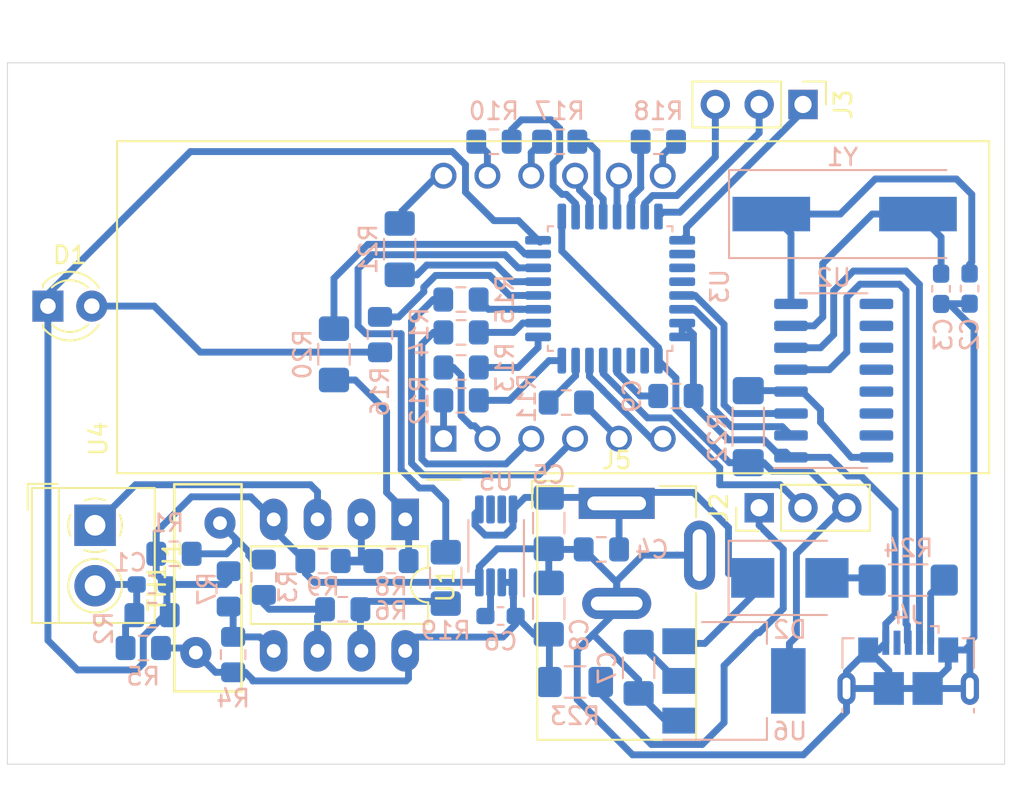
<source format=kicad_pcb>
(kicad_pcb (version 20171130) (host pcbnew 5.1.5-52549c5~84~ubuntu19.10.1)

  (general
    (thickness 1.6)
    (drawings 4)
    (tracks 437)
    (zones 0)
    (modules 48)
    (nets 69)
  )

  (page A4)
  (layers
    (0 F.Cu signal)
    (31 B.Cu signal)
    (32 B.Adhes user)
    (33 F.Adhes user)
    (34 B.Paste user)
    (35 F.Paste user)
    (36 B.SilkS user)
    (37 F.SilkS user)
    (38 B.Mask user)
    (39 F.Mask user)
    (40 Dwgs.User user)
    (41 Cmts.User user)
    (42 Eco1.User user)
    (43 Eco2.User user)
    (44 Edge.Cuts user)
    (45 Margin user)
    (46 B.CrtYd user)
    (47 F.CrtYd user)
    (48 B.Fab user)
    (49 F.Fab user)
  )

  (setup
    (last_trace_width 0.4)
    (user_trace_width 0.4)
    (trace_clearance 0.2)
    (zone_clearance 0.508)
    (zone_45_only no)
    (trace_min 0.2)
    (via_size 0.8)
    (via_drill 0.4)
    (via_min_size 0.4)
    (via_min_drill 0.3)
    (uvia_size 0.3)
    (uvia_drill 0.1)
    (uvias_allowed no)
    (uvia_min_size 0.2)
    (uvia_min_drill 0.1)
    (edge_width 0.05)
    (segment_width 0.2)
    (pcb_text_width 0.3)
    (pcb_text_size 1.5 1.5)
    (mod_edge_width 0.12)
    (mod_text_size 1 1)
    (mod_text_width 0.15)
    (pad_size 1.524 1.524)
    (pad_drill 0.762)
    (pad_to_mask_clearance 0.051)
    (solder_mask_min_width 0.25)
    (aux_axis_origin 0 0)
    (visible_elements FFFDFF7F)
    (pcbplotparams
      (layerselection 0x01000_fffffffe)
      (usegerberextensions false)
      (usegerberattributes false)
      (usegerberadvancedattributes false)
      (creategerberjobfile false)
      (excludeedgelayer false)
      (linewidth 0.100000)
      (plotframeref false)
      (viasonmask false)
      (mode 1)
      (useauxorigin false)
      (hpglpennumber 1)
      (hpglpenspeed 20)
      (hpglpendiameter 15.000000)
      (psnegative false)
      (psa4output false)
      (plotreference true)
      (plotvalue true)
      (plotinvisibletext false)
      (padsonsilk false)
      (subtractmaskfromsilk false)
      (outputformat 1)
      (mirror false)
      (drillshape 0)
      (scaleselection 1)
      (outputdirectory ""))
  )

  (net 0 "")
  (net 1 GND)
  (net 2 "Net-(C1-Pad1)")
  (net 3 HotJunction)
  (net 4 VPP)
  (net 5 "Net-(C6-Pad2)")
  (net 6 +3.3VADC)
  (net 7 +3V3)
  (net 8 "Net-(J3-Pad2)")
  (net 9 "Net-(J3-Pad1)")
  (net 10 "Net-(R1-Pad2)")
  (net 11 "Net-(R3-Pad1)")
  (net 12 "Net-(R4-Pad1)")
  (net 13 ColdJunction)
  (net 14 "Net-(U3-Pad27)")
  (net 15 "Net-(U3-Pad3)")
  (net 16 "Net-(U3-Pad2)")
  (net 17 "Net-(U5-Pad7)")
  (net 18 "Net-(U5-Pad6)")
  (net 19 "Net-(R10-Pad2)")
  (net 20 "Net-(R11-Pad2)")
  (net 21 "Net-(R12-Pad2)")
  (net 22 "Net-(R13-Pad2)")
  (net 23 "Net-(R14-Pad2)")
  (net 24 "Net-(R15-Pad2)")
  (net 25 "Net-(R16-Pad2)")
  (net 26 "Net-(R17-Pad2)")
  (net 27 "Net-(R19-Pad1)")
  (net 28 "Net-(R20-Pad1)")
  (net 29 "Net-(C2-Pad1)")
  (net 30 "Net-(C3-Pad1)")
  (net 31 "Net-(C9-Pad1)")
  (net 32 "Net-(D2-Pad2)")
  (net 33 "Net-(J2-Pad2)")
  (net 34 "Net-(J3-Pad3)")
  (net 35 "Net-(J4-Pad3)")
  (net 36 "Net-(J4-Pad4)")
  (net 37 "Net-(J4-Pad2)")
  (net 38 "Net-(R8-Pad2)")
  (net 39 "Net-(U2-Pad15)")
  (net 40 "Net-(U2-Pad14)")
  (net 41 "Net-(U2-Pad13)")
  (net 42 "Net-(U2-Pad12)")
  (net 43 "Net-(U2-Pad11)")
  (net 44 "Net-(U2-Pad10)")
  (net 45 "Net-(U2-Pad9)")
  (net 46 /RX)
  (net 47 /TX)
  (net 48 "Net-(U3-Pad28)")
  (net 49 "Net-(U3-Pad26)")
  (net 50 "Net-(J1-Pad1)")
  (net 51 /CC4)
  (net 52 /CC1)
  (net 53 /A)
  (net 54 /F)
  (net 55 /CC2)
  (net 56 /CC3)
  (net 57 /B)
  (net 58 /G)
  (net 59 /C)
  (net 60 /DPX)
  (net 61 /D)
  (net 62 /E)
  (net 63 /MIN)
  (net 64 "Net-(R18-Pad2)")
  (net 65 "Net-(R21-Pad2)")
  (net 66 "Net-(R22-Pad2)")
  (net 67 "Net-(J2-Pad1)")
  (net 68 "Net-(J4-Pad1)")

  (net_class Default "This is the default net class."
    (clearance 0.2)
    (trace_width 0.4)
    (via_dia 0.8)
    (via_drill 0.4)
    (uvia_dia 0.3)
    (uvia_drill 0.1)
    (add_net /A)
    (add_net /B)
    (add_net /C)
    (add_net /CC1)
    (add_net /CC2)
    (add_net /CC3)
    (add_net /CC4)
    (add_net /D)
    (add_net /DPX)
    (add_net /E)
    (add_net /F)
    (add_net /G)
    (add_net /MIN)
    (add_net /RX)
    (add_net /TX)
    (add_net "Net-(C2-Pad1)")
    (add_net "Net-(C3-Pad1)")
    (add_net "Net-(C9-Pad1)")
    (add_net "Net-(D2-Pad2)")
    (add_net "Net-(J1-Pad1)")
    (add_net "Net-(J2-Pad1)")
    (add_net "Net-(J2-Pad2)")
    (add_net "Net-(J3-Pad3)")
    (add_net "Net-(J4-Pad1)")
    (add_net "Net-(J4-Pad2)")
    (add_net "Net-(J4-Pad3)")
    (add_net "Net-(J4-Pad4)")
    (add_net "Net-(R18-Pad2)")
    (add_net "Net-(R19-Pad1)")
    (add_net "Net-(R20-Pad1)")
    (add_net "Net-(R21-Pad2)")
    (add_net "Net-(R22-Pad2)")
    (add_net "Net-(R8-Pad2)")
    (add_net "Net-(U2-Pad10)")
    (add_net "Net-(U2-Pad11)")
    (add_net "Net-(U2-Pad12)")
    (add_net "Net-(U2-Pad13)")
    (add_net "Net-(U2-Pad14)")
    (add_net "Net-(U2-Pad15)")
    (add_net "Net-(U2-Pad9)")
    (add_net "Net-(U3-Pad26)")
    (add_net "Net-(U3-Pad28)")
  )

  (net_class Second ""
    (clearance 0.2)
    (trace_width 0.4)
    (via_dia 0.8)
    (via_drill 0.4)
    (uvia_dia 0.3)
    (uvia_drill 0.1)
    (add_net +3.3VADC)
    (add_net +3V3)
    (add_net ColdJunction)
    (add_net GND)
    (add_net HotJunction)
    (add_net "Net-(C1-Pad1)")
    (add_net "Net-(C6-Pad2)")
    (add_net "Net-(J3-Pad1)")
    (add_net "Net-(J3-Pad2)")
    (add_net "Net-(R1-Pad2)")
    (add_net "Net-(R10-Pad2)")
    (add_net "Net-(R11-Pad2)")
    (add_net "Net-(R12-Pad2)")
    (add_net "Net-(R13-Pad2)")
    (add_net "Net-(R14-Pad2)")
    (add_net "Net-(R15-Pad2)")
    (add_net "Net-(R16-Pad2)")
    (add_net "Net-(R17-Pad2)")
    (add_net "Net-(R3-Pad1)")
    (add_net "Net-(R4-Pad1)")
    (add_net "Net-(U3-Pad2)")
    (add_net "Net-(U3-Pad27)")
    (add_net "Net-(U3-Pad3)")
    (add_net "Net-(U5-Pad6)")
    (add_net "Net-(U5-Pad7)")
    (add_net VPP)
  )

  (module Resistor_SMD:R_1806_4516Metric_Pad1.57x1.80mm_HandSolder (layer B.Cu) (tedit 5B301BBD) (tstamp 5E055A9A)
    (at 92.964 56.007 180)
    (descr "Resistor SMD 1806 (4516 Metric), square (rectangular) end terminal, IPC_7351 nominal with elongated pad for handsoldering. (Body size source: https://www.modelithics.com/models/Vendor/MuRata/BLM41P.pdf), generated with kicad-footprint-generator")
    (tags "resistor handsolder")
    (path /5E0E64DD)
    (attr smd)
    (fp_text reference R24 (at 0 1.85) (layer B.SilkS)
      (effects (font (size 1 1) (thickness 0.15)) (justify mirror))
    )
    (fp_text value 0 (at 0 -1.85) (layer B.Fab)
      (effects (font (size 1 1) (thickness 0.15)) (justify mirror))
    )
    (fp_text user %R (at 0 0) (layer B.Fab)
      (effects (font (size 1 1) (thickness 0.15)) (justify mirror))
    )
    (fp_line (start 3.12 -1.15) (end -3.12 -1.15) (layer B.CrtYd) (width 0.05))
    (fp_line (start 3.12 1.15) (end 3.12 -1.15) (layer B.CrtYd) (width 0.05))
    (fp_line (start -3.12 1.15) (end 3.12 1.15) (layer B.CrtYd) (width 0.05))
    (fp_line (start -3.12 -1.15) (end -3.12 1.15) (layer B.CrtYd) (width 0.05))
    (fp_line (start -1.111252 -0.91) (end 1.111252 -0.91) (layer B.SilkS) (width 0.12))
    (fp_line (start -1.111252 0.91) (end 1.111252 0.91) (layer B.SilkS) (width 0.12))
    (fp_line (start 2.25 -0.8) (end -2.25 -0.8) (layer B.Fab) (width 0.1))
    (fp_line (start 2.25 0.8) (end 2.25 -0.8) (layer B.Fab) (width 0.1))
    (fp_line (start -2.25 0.8) (end 2.25 0.8) (layer B.Fab) (width 0.1))
    (fp_line (start -2.25 -0.8) (end -2.25 0.8) (layer B.Fab) (width 0.1))
    (pad 2 smd roundrect (at 2.0875 0 180) (size 1.575 1.8) (layers B.Cu B.Paste B.Mask) (roundrect_rratio 0.15873)
      (net 32 "Net-(D2-Pad2)"))
    (pad 1 smd roundrect (at -2.0875 0 180) (size 1.575 1.8) (layers B.Cu B.Paste B.Mask) (roundrect_rratio 0.15873)
      (net 68 "Net-(J4-Pad1)"))
    (model ${KISYS3DMOD}/Resistor_SMD.3dshapes/R_1806_4516Metric.wrl
      (at (xyz 0 0 0))
      (scale (xyz 1 1 1))
      (rotate (xyz 0 0 0))
    )
  )

  (module Connector_USB:USB_Micro-B_GCT_USB3076-30-A (layer B.Cu) (tedit 5A170D03) (tstamp 5E017D6D)
    (at 92.964 61.087 180)
    (descr "GCT Micro USB https://gct.co/files/drawings/usb3076.pdf")
    (tags "Micro-USB SMD Typ-B GCT")
    (path /5E16EB1E)
    (attr smd)
    (fp_text reference J4 (at 0 3.048) (layer B.SilkS)
      (effects (font (size 1 1) (thickness 0.15)) (justify mirror))
    )
    (fp_text value USB_B_Micro (at 0 -5.2) (layer B.Fab)
      (effects (font (size 1 1) (thickness 0.15)) (justify mirror))
    )
    (fp_line (start -1.1 2.16) (end -1.1 1.95) (layer B.Fab) (width 0.1))
    (fp_line (start -1.5 2.16) (end -1.5 1.95) (layer B.Fab) (width 0.1))
    (fp_line (start -1.5 2.16) (end -1.1 2.16) (layer B.Fab) (width 0.1))
    (fp_line (start -1.1 1.95) (end -1.3 1.75) (layer B.Fab) (width 0.1))
    (fp_line (start -1.3 1.75) (end -1.5 1.95) (layer B.Fab) (width 0.1))
    (fp_line (start -1.76 2.41) (end -1.76 2.02) (layer B.SilkS) (width 0.12))
    (fp_line (start -1.76 2.41) (end -1.31 2.41) (layer B.SilkS) (width 0.12))
    (fp_text user %R (at 0 -0.85) (layer B.Fab)
      (effects (font (size 1 1) (thickness 0.15)) (justify mirror))
    )
    (fp_line (start 3.81 1.71) (end 3.16 1.71) (layer B.SilkS) (width 0.12))
    (fp_line (start 3.81 -0.02) (end 3.81 1.71) (layer B.SilkS) (width 0.12))
    (fp_line (start -3.81 -2.59) (end -3.81 -2.38) (layer B.SilkS) (width 0.12))
    (fp_line (start -3.7 -3.95) (end -3.7 1.6) (layer B.Fab) (width 0.1))
    (fp_line (start -3.7 1.6) (end 3.7 1.6) (layer B.Fab) (width 0.1))
    (fp_line (start -3.7 -3.95) (end 3.7 -3.95) (layer B.Fab) (width 0.1))
    (fp_line (start -3 -2.65) (end 3 -2.65) (layer B.Fab) (width 0.1))
    (fp_line (start 3.7 -3.95) (end 3.7 1.6) (layer B.Fab) (width 0.1))
    (fp_line (start 3.81 -2.59) (end 3.81 -2.38) (layer B.SilkS) (width 0.12))
    (fp_line (start -3.81 -0.02) (end -3.81 1.71) (layer B.SilkS) (width 0.12))
    (fp_line (start -3.81 1.71) (end -3.15 1.71) (layer B.SilkS) (width 0.12))
    (fp_text user "PCB Edge" (at 0 -2.65) (layer Dwgs.User)
      (effects (font (size 0.5 0.5) (thickness 0.08)))
    )
    (fp_line (start -4.6 -4.45) (end -4.6 2.65) (layer B.CrtYd) (width 0.05))
    (fp_line (start -4.6 2.65) (end 4.6 2.65) (layer B.CrtYd) (width 0.05))
    (fp_line (start 4.6 2.65) (end 4.6 -4.45) (layer B.CrtYd) (width 0.05))
    (fp_line (start -4.6 -4.45) (end 4.6 -4.45) (layer B.CrtYd) (width 0.05))
    (pad 6 smd rect (at -2.32 1.03 180) (size 1.15 1.45) (layers B.Cu B.Paste B.Mask)
      (net 1 GND))
    (pad 6 smd rect (at 2.32 1.03 180) (size 1.15 1.45) (layers B.Cu B.Paste B.Mask)
      (net 1 GND))
    (pad 6 thru_hole oval (at 3.575 -1.2 180) (size 1.05 1.9) (drill oval 0.45 1.25) (layers *.Cu *.Mask)
      (net 1 GND))
    (pad 6 thru_hole oval (at -3.575 -1.2) (size 1.05 1.9) (drill oval 0.45 1.25) (layers *.Cu *.Mask)
      (net 1 GND))
    (pad 6 smd rect (at -1.125 -1.2 180) (size 1.75 1.9) (layers B.Cu B.Paste B.Mask)
      (net 1 GND))
    (pad 3 smd rect (at 0 1.45 180) (size 0.4 1.4) (layers B.Cu B.Paste B.Mask)
      (net 35 "Net-(J4-Pad3)"))
    (pad 4 smd rect (at 0.65 1.45 180) (size 0.4 1.4) (layers B.Cu B.Paste B.Mask)
      (net 36 "Net-(J4-Pad4)"))
    (pad 5 smd rect (at 1.3 1.45 180) (size 0.4 1.4) (layers B.Cu B.Paste B.Mask)
      (net 1 GND))
    (pad 1 smd rect (at -1.3 1.45 180) (size 0.4 1.4) (layers B.Cu B.Paste B.Mask)
      (net 68 "Net-(J4-Pad1)"))
    (pad 2 smd rect (at -0.65 1.45 180) (size 0.4 1.4) (layers B.Cu B.Paste B.Mask)
      (net 37 "Net-(J4-Pad2)"))
    (pad 6 smd rect (at 1.125 -1.2 180) (size 1.75 1.9) (layers B.Cu B.Paste B.Mask)
      (net 1 GND))
    (model ${KISYS3DMOD}/Connector_USB.3dshapes/USB_Micro-B_GCT_USB3076-30-A.wrl
      (at (xyz 0 0 0))
      (scale (xyz 1 1 1))
      (rotate (xyz 0 0 0))
    )
  )

  (module Connector_PinHeader_2.54mm:PinHeader_1x03_P2.54mm_Vertical (layer F.Cu) (tedit 59FED5CC) (tstamp 5E04E777)
    (at 84.328 51.816 90)
    (descr "Through hole straight pin header, 1x03, 2.54mm pitch, single row")
    (tags "Through hole pin header THT 1x03 2.54mm single row")
    (path /5E02204A)
    (fp_text reference J2 (at 0 -2.33 90) (layer F.SilkS)
      (effects (font (size 1 1) (thickness 0.15)))
    )
    (fp_text value VSel (at 0 7.41 90) (layer F.Fab)
      (effects (font (size 1 1) (thickness 0.15)))
    )
    (fp_line (start -0.635 -1.27) (end 1.27 -1.27) (layer F.Fab) (width 0.1))
    (fp_line (start 1.27 -1.27) (end 1.27 6.35) (layer F.Fab) (width 0.1))
    (fp_line (start 1.27 6.35) (end -1.27 6.35) (layer F.Fab) (width 0.1))
    (fp_line (start -1.27 6.35) (end -1.27 -0.635) (layer F.Fab) (width 0.1))
    (fp_line (start -1.27 -0.635) (end -0.635 -1.27) (layer F.Fab) (width 0.1))
    (fp_line (start -1.33 6.41) (end 1.33 6.41) (layer F.SilkS) (width 0.12))
    (fp_line (start -1.33 1.27) (end -1.33 6.41) (layer F.SilkS) (width 0.12))
    (fp_line (start 1.33 1.27) (end 1.33 6.41) (layer F.SilkS) (width 0.12))
    (fp_line (start -1.33 1.27) (end 1.33 1.27) (layer F.SilkS) (width 0.12))
    (fp_line (start -1.33 0) (end -1.33 -1.33) (layer F.SilkS) (width 0.12))
    (fp_line (start -1.33 -1.33) (end 0 -1.33) (layer F.SilkS) (width 0.12))
    (fp_line (start -1.8 -1.8) (end -1.8 6.85) (layer F.CrtYd) (width 0.05))
    (fp_line (start -1.8 6.85) (end 1.8 6.85) (layer F.CrtYd) (width 0.05))
    (fp_line (start 1.8 6.85) (end 1.8 -1.8) (layer F.CrtYd) (width 0.05))
    (fp_line (start 1.8 -1.8) (end -1.8 -1.8) (layer F.CrtYd) (width 0.05))
    (fp_text user %R (at 0 2.54) (layer F.Fab)
      (effects (font (size 1 1) (thickness 0.15)))
    )
    (pad 1 thru_hole rect (at 0 0 90) (size 1.7 1.7) (drill 1) (layers *.Cu *.Mask)
      (net 67 "Net-(J2-Pad1)"))
    (pad 2 thru_hole oval (at 0 2.54 90) (size 1.7 1.7) (drill 1) (layers *.Cu *.Mask)
      (net 33 "Net-(J2-Pad2)"))
    (pad 3 thru_hole oval (at 0 5.08 90) (size 1.7 1.7) (drill 1) (layers *.Cu *.Mask)
      (net 7 +3V3))
    (model ${KISYS3DMOD}/Connector_PinHeader_2.54mm.3dshapes/PinHeader_1x03_P2.54mm_Vertical.wrl
      (at (xyz 0 0 0))
      (scale (xyz 1 1 1))
      (rotate (xyz 0 0 0))
    )
  )

  (module Resistor_SMD:R_1206_3216Metric_Pad1.42x1.75mm_HandSolder (layer B.Cu) (tedit 5B301BBD) (tstamp 5E058155)
    (at 73.66 61.9125 180)
    (descr "Resistor SMD 1206 (3216 Metric), square (rectangular) end terminal, IPC_7351 nominal with elongated pad for handsoldering. (Body size source: http://www.tortai-tech.com/upload/download/2011102023233369053.pdf), generated with kicad-footprint-generator")
    (tags "resistor handsolder")
    (path /5E0B4A58)
    (attr smd)
    (fp_text reference R23 (at 0 -1.9685) (layer B.SilkS)
      (effects (font (size 1 1) (thickness 0.15)) (justify mirror))
    )
    (fp_text value 0 (at 0 -1.82) (layer B.Fab)
      (effects (font (size 1 1) (thickness 0.15)) (justify mirror))
    )
    (fp_text user %R (at 0 0) (layer F.Fab)
      (effects (font (size 0.8 0.8) (thickness 0.12)))
    )
    (fp_line (start 2.45 -1.12) (end -2.45 -1.12) (layer B.CrtYd) (width 0.05))
    (fp_line (start 2.45 1.12) (end 2.45 -1.12) (layer B.CrtYd) (width 0.05))
    (fp_line (start -2.45 1.12) (end 2.45 1.12) (layer B.CrtYd) (width 0.05))
    (fp_line (start -2.45 -1.12) (end -2.45 1.12) (layer B.CrtYd) (width 0.05))
    (fp_line (start -0.602064 -0.91) (end 0.602064 -0.91) (layer B.SilkS) (width 0.12))
    (fp_line (start -0.602064 0.91) (end 0.602064 0.91) (layer B.SilkS) (width 0.12))
    (fp_line (start 1.6 -0.8) (end -1.6 -0.8) (layer B.Fab) (width 0.1))
    (fp_line (start 1.6 0.8) (end 1.6 -0.8) (layer B.Fab) (width 0.1))
    (fp_line (start -1.6 0.8) (end 1.6 0.8) (layer B.Fab) (width 0.1))
    (fp_line (start -1.6 -0.8) (end -1.6 0.8) (layer B.Fab) (width 0.1))
    (pad 2 smd roundrect (at 1.4875 0 180) (size 1.425 1.75) (layers B.Cu B.Paste B.Mask) (roundrect_rratio 0.175439)
      (net 6 +3.3VADC))
    (pad 1 smd roundrect (at -1.4875 0 180) (size 1.425 1.75) (layers B.Cu B.Paste B.Mask) (roundrect_rratio 0.175439)
      (net 67 "Net-(J2-Pad1)"))
    (model ${KISYS3DMOD}/Resistor_SMD.3dshapes/R_1206_3216Metric.wrl
      (at (xyz 0 0 0))
      (scale (xyz 1 1 1))
      (rotate (xyz 0 0 0))
    )
  )

  (module Diode_SMD:D_SMB (layer B.Cu) (tedit 58645DF3) (tstamp 5E048FC7)
    (at 86.106 55.88)
    (descr "Diode SMB (DO-214AA)")
    (tags "Diode SMB (DO-214AA)")
    (path /5E213116)
    (attr smd)
    (fp_text reference D2 (at 0 3) (layer B.SilkS)
      (effects (font (size 1 1) (thickness 0.15)) (justify mirror))
    )
    (fp_text value D (at 0 -3.1) (layer B.Fab)
      (effects (font (size 1 1) (thickness 0.15)) (justify mirror))
    )
    (fp_line (start -3.55 2.15) (end 2.15 2.15) (layer B.SilkS) (width 0.12))
    (fp_line (start -3.55 -2.15) (end 2.15 -2.15) (layer B.SilkS) (width 0.12))
    (fp_line (start -0.64944 -0.00102) (end 0.50118 0.79908) (layer B.Fab) (width 0.1))
    (fp_line (start -0.64944 -0.00102) (end 0.50118 -0.75032) (layer B.Fab) (width 0.1))
    (fp_line (start 0.50118 -0.75032) (end 0.50118 0.79908) (layer B.Fab) (width 0.1))
    (fp_line (start -0.64944 0.79908) (end -0.64944 -0.80112) (layer B.Fab) (width 0.1))
    (fp_line (start 0.50118 -0.00102) (end 1.4994 -0.00102) (layer B.Fab) (width 0.1))
    (fp_line (start -0.64944 -0.00102) (end -1.55114 -0.00102) (layer B.Fab) (width 0.1))
    (fp_line (start -3.65 -2.25) (end -3.65 2.25) (layer B.CrtYd) (width 0.05))
    (fp_line (start 3.65 -2.25) (end -3.65 -2.25) (layer B.CrtYd) (width 0.05))
    (fp_line (start 3.65 2.25) (end 3.65 -2.25) (layer B.CrtYd) (width 0.05))
    (fp_line (start -3.65 2.25) (end 3.65 2.25) (layer B.CrtYd) (width 0.05))
    (fp_line (start 2.3 2) (end -2.3 2) (layer B.Fab) (width 0.1))
    (fp_line (start 2.3 2) (end 2.3 -2) (layer B.Fab) (width 0.1))
    (fp_line (start -2.3 -2) (end -2.3 2) (layer B.Fab) (width 0.1))
    (fp_line (start 2.3 -2) (end -2.3 -2) (layer B.Fab) (width 0.1))
    (fp_line (start -3.55 2.15) (end -3.55 -2.15) (layer B.SilkS) (width 0.12))
    (fp_text user %R (at 0 3) (layer B.Fab)
      (effects (font (size 1 1) (thickness 0.15)) (justify mirror))
    )
    (pad 2 smd rect (at 2.15 0) (size 2.5 2.3) (layers B.Cu B.Paste B.Mask)
      (net 32 "Net-(D2-Pad2)"))
    (pad 1 smd rect (at -2.15 0) (size 2.5 2.3) (layers B.Cu B.Paste B.Mask)
      (net 4 VPP))
    (model ${KISYS3DMOD}/Diode_SMD.3dshapes/D_SMB.wrl
      (at (xyz 0 0 0))
      (scale (xyz 1 1 1))
      (rotate (xyz 0 0 0))
    )
  )

  (module Display_7Segment:CA56-12SRWA (layer F.Cu) (tedit 5A02FE84) (tstamp 5E025C2A)
    (at 66.04 47.8155 90)
    (descr "4 digit 7 segment green LED, http://www.kingbrightusa.com/images/catalog/SPEC/CA56-12SRWA.pdf")
    (tags "4 digit 7 segment green LED")
    (path /5D8FA782)
    (fp_text reference U4 (at 0 -20 90) (layer F.SilkS)
      (effects (font (size 1 1) (thickness 0.15)))
    )
    (fp_text value CC56-12SRWA (at 3.2 32.8 90) (layer F.Fab)
      (effects (font (size 1 1) (thickness 0.15)))
    )
    (fp_text user %R (at 8.6995 9.652 90) (layer F.Fab)
      (effects (font (size 1 1) (thickness 0.15)))
    )
    (fp_line (start -1.88 1) (end -1.88 31.5) (layer F.Fab) (width 0.1))
    (fp_line (start -1.88 31.5) (end 17.12 31.5) (layer F.Fab) (width 0.1))
    (fp_line (start 17.12 -18.8) (end 17.12 31.5) (layer F.Fab) (width 0.1))
    (fp_line (start -1.88 -18.8) (end 17.12 -18.8) (layer F.Fab) (width 0.1))
    (fp_line (start -2.38 -1) (end -2.38 1) (layer F.SilkS) (width 0.12))
    (fp_line (start -2.13 31.75) (end -2.13 -19.05) (layer F.CrtYd) (width 0.05))
    (fp_line (start 17.37 31.75) (end -2.13 31.75) (layer F.CrtYd) (width 0.05))
    (fp_line (start 17.37 -19.05) (end 17.37 31.75) (layer F.CrtYd) (width 0.05))
    (fp_line (start -2.13 -19.05) (end 17.37 -19.05) (layer F.CrtYd) (width 0.05))
    (fp_line (start -1.88 -1) (end -1.88 -18.8) (layer F.Fab) (width 0.1))
    (fp_line (start -0.88 0) (end -1.88 -1) (layer F.Fab) (width 0.1))
    (fp_line (start -1.88 1) (end -0.88 0) (layer F.Fab) (width 0.1))
    (fp_line (start 17.24 31.62) (end 17.24 -18.92) (layer F.SilkS) (width 0.12))
    (fp_line (start -2 31.62) (end 17.24 31.62) (layer F.SilkS) (width 0.12))
    (fp_line (start -2 -18.92) (end -2 31.62) (layer F.SilkS) (width 0.12))
    (fp_line (start -2 -18.92) (end 17.24 -18.92) (layer F.SilkS) (width 0.12))
    (pad 12 thru_hole circle (at 15.24 0 90) (size 1.5 1.5) (drill 1) (layers *.Cu *.Mask)
      (net 52 /CC1))
    (pad 11 thru_hole circle (at 15.24 2.54 90) (size 1.5 1.5) (drill 1) (layers *.Cu *.Mask)
      (net 53 /A))
    (pad 10 thru_hole circle (at 15.24 5.08 90) (size 1.5 1.5) (drill 1) (layers *.Cu *.Mask)
      (net 54 /F))
    (pad 9 thru_hole circle (at 15.24 7.62 90) (size 1.5 1.5) (drill 1) (layers *.Cu *.Mask)
      (net 55 /CC2))
    (pad 8 thru_hole circle (at 15.24 10.16 90) (size 1.5 1.5) (drill 1) (layers *.Cu *.Mask)
      (net 56 /CC3))
    (pad 7 thru_hole circle (at 15.24 12.7 90) (size 1.5 1.5) (drill 1) (layers *.Cu *.Mask)
      (net 57 /B))
    (pad 6 thru_hole circle (at 0 12.7 90) (size 1.5 1.5) (drill 1) (layers *.Cu *.Mask)
      (net 51 /CC4))
    (pad 5 thru_hole circle (at 0 10.16 90) (size 1.5 1.5) (drill 1) (layers *.Cu *.Mask)
      (net 58 /G))
    (pad 4 thru_hole circle (at 0 7.62 90) (size 1.5 1.5) (drill 1) (layers *.Cu *.Mask)
      (net 59 /C))
    (pad 3 thru_hole circle (at 0 5.08 90) (size 1.5 1.5) (drill 1) (layers *.Cu *.Mask)
      (net 60 /DPX))
    (pad 2 thru_hole circle (at 0 2.54 90) (size 1.5 1.5) (drill 1) (layers *.Cu *.Mask)
      (net 61 /D))
    (pad 1 thru_hole rect (at 0 0 90) (size 1.5 1.5) (drill 1) (layers *.Cu *.Mask)
      (net 62 /E))
    (model ${KISYS3DMOD}/Display_7Segment.3dshapes/CA56-12SRWA.wrl
      (at (xyz 0 0 0))
      (scale (xyz 1 1 1))
      (rotate (xyz 0 0 0))
    )
  )

  (module Resistor_SMD:R_1806_4516Metric_Pad1.57x1.80mm_HandSolder (layer B.Cu) (tedit 5B301BBD) (tstamp 5E03F5EF)
    (at 83.693 47.117 90)
    (descr "Resistor SMD 1806 (4516 Metric), square (rectangular) end terminal, IPC_7351 nominal with elongated pad for handsoldering. (Body size source: https://www.modelithics.com/models/Vendor/MuRata/BLM41P.pdf), generated with kicad-footprint-generator")
    (tags "resistor handsolder")
    (path /5E04445C)
    (attr smd)
    (fp_text reference R22 (at -0.635 -1.778 90) (layer B.SilkS)
      (effects (font (size 1 1) (thickness 0.15)) (justify mirror))
    )
    (fp_text value 0 (at 0 -1.85 90) (layer B.Fab)
      (effects (font (size 1 1) (thickness 0.15)) (justify mirror))
    )
    (fp_line (start -2.25 -0.8) (end -2.25 0.8) (layer B.Fab) (width 0.1))
    (fp_line (start -2.25 0.8) (end 2.25 0.8) (layer B.Fab) (width 0.1))
    (fp_line (start 2.25 0.8) (end 2.25 -0.8) (layer B.Fab) (width 0.1))
    (fp_line (start 2.25 -0.8) (end -2.25 -0.8) (layer B.Fab) (width 0.1))
    (fp_line (start -1.111252 0.91) (end 1.111252 0.91) (layer B.SilkS) (width 0.12))
    (fp_line (start -1.111252 -0.91) (end 1.111252 -0.91) (layer B.SilkS) (width 0.12))
    (fp_line (start -3.12 -1.15) (end -3.12 1.15) (layer B.CrtYd) (width 0.05))
    (fp_line (start -3.12 1.15) (end 3.12 1.15) (layer B.CrtYd) (width 0.05))
    (fp_line (start 3.12 1.15) (end 3.12 -1.15) (layer B.CrtYd) (width 0.05))
    (fp_line (start 3.12 -1.15) (end -3.12 -1.15) (layer B.CrtYd) (width 0.05))
    (fp_text user %R (at 0 0 90) (layer B.Fab)
      (effects (font (size 1 1) (thickness 0.15)) (justify mirror))
    )
    (pad 1 smd roundrect (at -2.0875 0 90) (size 1.575 1.8) (layers B.Cu B.Paste B.Mask) (roundrect_rratio 0.15873)
      (net 7 +3V3))
    (pad 2 smd roundrect (at 2.0875 0 90) (size 1.575 1.8) (layers B.Cu B.Paste B.Mask) (roundrect_rratio 0.15873)
      (net 66 "Net-(R22-Pad2)"))
    (model ${KISYS3DMOD}/Resistor_SMD.3dshapes/R_1806_4516Metric.wrl
      (at (xyz 0 0 0))
      (scale (xyz 1 1 1))
      (rotate (xyz 0 0 0))
    )
  )

  (module Capacitor_SMD:C_1206_3216Metric_Pad1.42x1.75mm_HandSolder (layer B.Cu) (tedit 5B301BBE) (tstamp 5E047A09)
    (at 77.343 61.087 270)
    (descr "Capacitor SMD 1206 (3216 Metric), square (rectangular) end terminal, IPC_7351 nominal with elongated pad for handsoldering. (Body size source: http://www.tortai-tech.com/upload/download/2011102023233369053.pdf), generated with kicad-footprint-generator")
    (tags "capacitor handsolder")
    (path /5D1B61F1)
    (attr smd)
    (fp_text reference C7 (at 0 1.82 90) (layer B.SilkS)
      (effects (font (size 1 1) (thickness 0.15)) (justify mirror))
    )
    (fp_text value 22u (at 0 -1.82 90) (layer B.Fab)
      (effects (font (size 1 1) (thickness 0.15)) (justify mirror))
    )
    (fp_text user %R (at 0.127 0 90) (layer B.Fab)
      (effects (font (size 0.8 0.8) (thickness 0.12)) (justify mirror))
    )
    (fp_line (start 2.45 -1.12) (end -2.45 -1.12) (layer B.CrtYd) (width 0.05))
    (fp_line (start 2.45 1.12) (end 2.45 -1.12) (layer B.CrtYd) (width 0.05))
    (fp_line (start -2.45 1.12) (end 2.45 1.12) (layer B.CrtYd) (width 0.05))
    (fp_line (start -2.45 -1.12) (end -2.45 1.12) (layer B.CrtYd) (width 0.05))
    (fp_line (start -0.602064 -0.91) (end 0.602064 -0.91) (layer B.SilkS) (width 0.12))
    (fp_line (start -0.602064 0.91) (end 0.602064 0.91) (layer B.SilkS) (width 0.12))
    (fp_line (start 1.6 -0.8) (end -1.6 -0.8) (layer B.Fab) (width 0.1))
    (fp_line (start 1.6 0.8) (end 1.6 -0.8) (layer B.Fab) (width 0.1))
    (fp_line (start -1.6 0.8) (end 1.6 0.8) (layer B.Fab) (width 0.1))
    (fp_line (start -1.6 -0.8) (end -1.6 0.8) (layer B.Fab) (width 0.1))
    (pad 2 smd roundrect (at 1.4875 0 270) (size 1.425 1.75) (layers B.Cu B.Paste B.Mask) (roundrect_rratio 0.175439)
      (net 1 GND))
    (pad 1 smd roundrect (at -1.4875 0 270) (size 1.425 1.75) (layers B.Cu B.Paste B.Mask) (roundrect_rratio 0.175439)
      (net 7 +3V3))
    (model ${KISYS3DMOD}/Capacitor_SMD.3dshapes/C_1206_3216Metric.wrl
      (at (xyz 0 0 0))
      (scale (xyz 1 1 1))
      (rotate (xyz 0 0 0))
    )
  )

  (module Resistor_SMD:R_1206_3216Metric_Pad1.42x1.75mm_HandSolder (layer B.Cu) (tedit 5B301BBD) (tstamp 5E0396AC)
    (at 63.5 36.83 270)
    (descr "Resistor SMD 1206 (3216 Metric), square (rectangular) end terminal, IPC_7351 nominal with elongated pad for handsoldering. (Body size source: http://www.tortai-tech.com/upload/download/2011102023233369053.pdf), generated with kicad-footprint-generator")
    (tags "resistor handsolder")
    (path /5E1BB093)
    (attr smd)
    (fp_text reference R21 (at 0 1.82 90) (layer B.SilkS)
      (effects (font (size 1 1) (thickness 0.15)) (justify mirror))
    )
    (fp_text value 0 (at 0 -1.82 90) (layer B.Fab)
      (effects (font (size 1 1) (thickness 0.15)) (justify mirror))
    )
    (fp_text user %R (at 0 0 90) (layer B.Fab)
      (effects (font (size 0.8 0.8) (thickness 0.12)) (justify mirror))
    )
    (fp_line (start 2.45 -1.12) (end -2.45 -1.12) (layer B.CrtYd) (width 0.05))
    (fp_line (start 2.45 1.12) (end 2.45 -1.12) (layer B.CrtYd) (width 0.05))
    (fp_line (start -2.45 1.12) (end 2.45 1.12) (layer B.CrtYd) (width 0.05))
    (fp_line (start -2.45 -1.12) (end -2.45 1.12) (layer B.CrtYd) (width 0.05))
    (fp_line (start -0.602064 -0.91) (end 0.602064 -0.91) (layer B.SilkS) (width 0.12))
    (fp_line (start -0.602064 0.91) (end 0.602064 0.91) (layer B.SilkS) (width 0.12))
    (fp_line (start 1.6 -0.8) (end -1.6 -0.8) (layer B.Fab) (width 0.1))
    (fp_line (start 1.6 0.8) (end 1.6 -0.8) (layer B.Fab) (width 0.1))
    (fp_line (start -1.6 0.8) (end 1.6 0.8) (layer B.Fab) (width 0.1))
    (fp_line (start -1.6 -0.8) (end -1.6 0.8) (layer B.Fab) (width 0.1))
    (pad 2 smd roundrect (at 1.4875 0 270) (size 1.425 1.75) (layers B.Cu B.Paste B.Mask) (roundrect_rratio 0.175439)
      (net 65 "Net-(R21-Pad2)"))
    (pad 1 smd roundrect (at -1.4875 0 270) (size 1.425 1.75) (layers B.Cu B.Paste B.Mask) (roundrect_rratio 0.175439)
      (net 52 /CC1))
    (model ${KISYS3DMOD}/Resistor_SMD.3dshapes/R_1206_3216Metric.wrl
      (at (xyz 0 0 0))
      (scale (xyz 1 1 1))
      (rotate (xyz 0 0 0))
    )
  )

  (module Capacitor_SMD:C_0805_2012Metric_Pad1.15x1.40mm_HandSolder (layer B.Cu) (tedit 5B36C52B) (tstamp 5E017C60)
    (at 75.184 54.229 180)
    (descr "Capacitor SMD 0805 (2012 Metric), square (rectangular) end terminal, IPC_7351 nominal with elongated pad for handsoldering. (Body size source: https://docs.google.com/spreadsheets/d/1BsfQQcO9C6DZCsRaXUlFlo91Tg2WpOkGARC1WS5S8t0/edit?usp=sharing), generated with kicad-footprint-generator")
    (tags "capacitor handsolder")
    (path /5D1B45E6)
    (attr smd)
    (fp_text reference C4 (at -2.921 0) (layer B.SilkS)
      (effects (font (size 1 1) (thickness 0.15)) (justify mirror))
    )
    (fp_text value 1u (at 0 -1.65) (layer B.Fab)
      (effects (font (size 1 1) (thickness 0.15)) (justify mirror))
    )
    (fp_text user %R (at 0 0) (layer B.Fab)
      (effects (font (size 0.5 0.5) (thickness 0.08)) (justify mirror))
    )
    (fp_line (start 1.85 -0.95) (end -1.85 -0.95) (layer B.CrtYd) (width 0.05))
    (fp_line (start 1.85 0.95) (end 1.85 -0.95) (layer B.CrtYd) (width 0.05))
    (fp_line (start -1.85 0.95) (end 1.85 0.95) (layer B.CrtYd) (width 0.05))
    (fp_line (start -1.85 -0.95) (end -1.85 0.95) (layer B.CrtYd) (width 0.05))
    (fp_line (start -0.261252 -0.71) (end 0.261252 -0.71) (layer B.SilkS) (width 0.12))
    (fp_line (start -0.261252 0.71) (end 0.261252 0.71) (layer B.SilkS) (width 0.12))
    (fp_line (start 1 -0.6) (end -1 -0.6) (layer B.Fab) (width 0.1))
    (fp_line (start 1 0.6) (end 1 -0.6) (layer B.Fab) (width 0.1))
    (fp_line (start -1 0.6) (end 1 0.6) (layer B.Fab) (width 0.1))
    (fp_line (start -1 -0.6) (end -1 0.6) (layer B.Fab) (width 0.1))
    (pad 2 smd roundrect (at 1.025 0 180) (size 1.15 1.4) (layers B.Cu B.Paste B.Mask) (roundrect_rratio 0.217391)
      (net 1 GND))
    (pad 1 smd roundrect (at -1.025 0 180) (size 1.15 1.4) (layers B.Cu B.Paste B.Mask) (roundrect_rratio 0.217391)
      (net 4 VPP))
    (model ${KISYS3DMOD}/Capacitor_SMD.3dshapes/C_0805_2012Metric.wrl
      (at (xyz 0 0 0))
      (scale (xyz 1 1 1))
      (rotate (xyz 0 0 0))
    )
  )

  (module Package_TO_SOT_SMD:SOT-223-3_TabPin2 (layer B.Cu) (tedit 5A02FF57) (tstamp 5E048F86)
    (at 82.8675 61.849)
    (descr "module CMS SOT223 4 pins")
    (tags "CMS SOT")
    (path /5D1B2E9B)
    (attr smd)
    (fp_text reference U6 (at 3.2385 2.921 180) (layer B.SilkS)
      (effects (font (size 1 1) (thickness 0.15)) (justify mirror))
    )
    (fp_text value AP1117-33 (at 0 -4.5) (layer B.Fab)
      (effects (font (size 1 1) (thickness 0.15)) (justify mirror))
    )
    (fp_text user %R (at -0.127 0 270) (layer B.Fab)
      (effects (font (size 0.8 0.8) (thickness 0.12)) (justify mirror))
    )
    (fp_line (start 1.91 -3.41) (end 1.91 -2.15) (layer B.SilkS) (width 0.12))
    (fp_line (start 1.91 3.41) (end 1.91 2.15) (layer B.SilkS) (width 0.12))
    (fp_line (start 4.4 3.6) (end -4.4 3.6) (layer B.CrtYd) (width 0.05))
    (fp_line (start 4.4 -3.6) (end 4.4 3.6) (layer B.CrtYd) (width 0.05))
    (fp_line (start -4.4 -3.6) (end 4.4 -3.6) (layer B.CrtYd) (width 0.05))
    (fp_line (start -4.4 3.6) (end -4.4 -3.6) (layer B.CrtYd) (width 0.05))
    (fp_line (start -1.85 2.35) (end -0.85 3.35) (layer B.Fab) (width 0.1))
    (fp_line (start -1.85 2.35) (end -1.85 -3.35) (layer B.Fab) (width 0.1))
    (fp_line (start -1.85 -3.41) (end 1.91 -3.41) (layer B.SilkS) (width 0.12))
    (fp_line (start -0.85 3.35) (end 1.85 3.35) (layer B.Fab) (width 0.1))
    (fp_line (start -4.1 3.41) (end 1.91 3.41) (layer B.SilkS) (width 0.12))
    (fp_line (start -1.85 -3.35) (end 1.85 -3.35) (layer B.Fab) (width 0.1))
    (fp_line (start 1.85 3.35) (end 1.85 -3.35) (layer B.Fab) (width 0.1))
    (pad 2 smd rect (at 3.15 0) (size 2 3.8) (layers B.Cu B.Paste B.Mask)
      (net 7 +3V3))
    (pad 2 smd rect (at -3.15 0) (size 2 1.5) (layers B.Cu B.Paste B.Mask)
      (net 7 +3V3))
    (pad 3 smd rect (at -3.15 -2.3) (size 2 1.5) (layers B.Cu B.Paste B.Mask)
      (net 4 VPP))
    (pad 1 smd rect (at -3.15 2.3) (size 2 1.5) (layers B.Cu B.Paste B.Mask)
      (net 1 GND))
    (model ${KISYS3DMOD}/Package_TO_SOT_SMD.3dshapes/SOT-223.wrl
      (at (xyz 0 0 0))
      (scale (xyz 1 1 1))
      (rotate (xyz 0 0 0))
    )
  )

  (module Capacitor_SMD:C_0603_1608Metric_Pad1.05x0.95mm_HandSolder (layer B.Cu) (tedit 5B301BBE) (tstamp 5E017C4F)
    (at 94.869 39.13 270)
    (descr "Capacitor SMD 0603 (1608 Metric), square (rectangular) end terminal, IPC_7351 nominal with elongated pad for handsoldering. (Body size source: http://www.tortai-tech.com/upload/download/2011102023233369053.pdf), generated with kicad-footprint-generator")
    (tags "capacitor handsolder")
    (path /5E15E61D)
    (attr smd)
    (fp_text reference C3 (at 2.653 -0.127 90) (layer B.SilkS)
      (effects (font (size 1 1) (thickness 0.15)) (justify mirror))
    )
    (fp_text value 22p (at 0 -1.43 90) (layer B.Fab)
      (effects (font (size 1 1) (thickness 0.15)) (justify mirror))
    )
    (fp_text user %R (at 0 0 90) (layer B.Fab)
      (effects (font (size 0.4 0.4) (thickness 0.06)) (justify mirror))
    )
    (fp_line (start 1.65 -0.73) (end -1.65 -0.73) (layer B.CrtYd) (width 0.05))
    (fp_line (start 1.65 0.73) (end 1.65 -0.73) (layer B.CrtYd) (width 0.05))
    (fp_line (start -1.65 0.73) (end 1.65 0.73) (layer B.CrtYd) (width 0.05))
    (fp_line (start -1.65 -0.73) (end -1.65 0.73) (layer B.CrtYd) (width 0.05))
    (fp_line (start -0.171267 -0.51) (end 0.171267 -0.51) (layer B.SilkS) (width 0.12))
    (fp_line (start -0.171267 0.51) (end 0.171267 0.51) (layer B.SilkS) (width 0.12))
    (fp_line (start 0.8 -0.4) (end -0.8 -0.4) (layer B.Fab) (width 0.1))
    (fp_line (start 0.8 0.4) (end 0.8 -0.4) (layer B.Fab) (width 0.1))
    (fp_line (start -0.8 0.4) (end 0.8 0.4) (layer B.Fab) (width 0.1))
    (fp_line (start -0.8 -0.4) (end -0.8 0.4) (layer B.Fab) (width 0.1))
    (pad 2 smd roundrect (at 0.875 0 270) (size 1.05 0.95) (layers B.Cu B.Paste B.Mask) (roundrect_rratio 0.25)
      (net 1 GND))
    (pad 1 smd roundrect (at -0.875 0 270) (size 1.05 0.95) (layers B.Cu B.Paste B.Mask) (roundrect_rratio 0.25)
      (net 30 "Net-(C3-Pad1)"))
    (model ${KISYS3DMOD}/Capacitor_SMD.3dshapes/C_0603_1608Metric.wrl
      (at (xyz 0 0 0))
      (scale (xyz 1 1 1))
      (rotate (xyz 0 0 0))
    )
  )

  (module Capacitor_SMD:C_0805_2012Metric_Pad1.15x1.40mm_HandSolder (layer B.Cu) (tedit 5B36C52B) (tstamp 5E017CB5)
    (at 79.502 45.339)
    (descr "Capacitor SMD 0805 (2012 Metric), square (rectangular) end terminal, IPC_7351 nominal with elongated pad for handsoldering. (Body size source: https://docs.google.com/spreadsheets/d/1BsfQQcO9C6DZCsRaXUlFlo91Tg2WpOkGARC1WS5S8t0/edit?usp=sharing), generated with kicad-footprint-generator")
    (tags "capacitor handsolder")
    (path /5DAA1999)
    (attr smd)
    (fp_text reference C9 (at -2.54 0 270) (layer B.SilkS)
      (effects (font (size 1 1) (thickness 0.15)) (justify mirror))
    )
    (fp_text value 0.1u (at 0 -1.65) (layer B.Fab)
      (effects (font (size 1 1) (thickness 0.15)) (justify mirror))
    )
    (fp_text user %R (at 0 0) (layer B.Fab)
      (effects (font (size 0.5 0.5) (thickness 0.08)) (justify mirror))
    )
    (fp_line (start 1.85 -0.95) (end -1.85 -0.95) (layer B.CrtYd) (width 0.05))
    (fp_line (start 1.85 0.95) (end 1.85 -0.95) (layer B.CrtYd) (width 0.05))
    (fp_line (start -1.85 0.95) (end 1.85 0.95) (layer B.CrtYd) (width 0.05))
    (fp_line (start -1.85 -0.95) (end -1.85 0.95) (layer B.CrtYd) (width 0.05))
    (fp_line (start -0.261252 -0.71) (end 0.261252 -0.71) (layer B.SilkS) (width 0.12))
    (fp_line (start -0.261252 0.71) (end 0.261252 0.71) (layer B.SilkS) (width 0.12))
    (fp_line (start 1 -0.6) (end -1 -0.6) (layer B.Fab) (width 0.1))
    (fp_line (start 1 0.6) (end 1 -0.6) (layer B.Fab) (width 0.1))
    (fp_line (start -1 0.6) (end 1 0.6) (layer B.Fab) (width 0.1))
    (fp_line (start -1 -0.6) (end -1 0.6) (layer B.Fab) (width 0.1))
    (pad 2 smd roundrect (at 1.025 0) (size 1.15 1.4) (layers B.Cu B.Paste B.Mask) (roundrect_rratio 0.217391)
      (net 1 GND))
    (pad 1 smd roundrect (at -1.025 0) (size 1.15 1.4) (layers B.Cu B.Paste B.Mask) (roundrect_rratio 0.217391)
      (net 31 "Net-(C9-Pad1)"))
    (model ${KISYS3DMOD}/Capacitor_SMD.3dshapes/C_0805_2012Metric.wrl
      (at (xyz 0 0 0))
      (scale (xyz 1 1 1))
      (rotate (xyz 0 0 0))
    )
  )

  (module Package_QFP:LQFP-32_7x7mm_P0.8mm (layer B.Cu) (tedit 5D9F72AF) (tstamp 5E025D1F)
    (at 75.692 39.116 90)
    (descr "LQFP, 32 Pin (https://www.nxp.com/docs/en/package-information/SOT358-1.pdf), generated with kicad-footprint-generator ipc_gullwing_generator.py")
    (tags "LQFP QFP")
    (path /5D88E245)
    (attr smd)
    (fp_text reference U3 (at 0.127 6.35 270) (layer B.SilkS)
      (effects (font (size 1 1) (thickness 0.15)) (justify mirror))
    )
    (fp_text value STM32F030K6Tx (at 0 -5.88 270) (layer B.Fab)
      (effects (font (size 1 1) (thickness 0.15)) (justify mirror))
    )
    (fp_line (start 3.31 -3.61) (end 3.61 -3.61) (layer B.SilkS) (width 0.12))
    (fp_line (start 3.61 -3.61) (end 3.61 -3.31) (layer B.SilkS) (width 0.12))
    (fp_line (start -3.31 -3.61) (end -3.61 -3.61) (layer B.SilkS) (width 0.12))
    (fp_line (start -3.61 -3.61) (end -3.61 -3.31) (layer B.SilkS) (width 0.12))
    (fp_line (start 3.31 3.61) (end 3.61 3.61) (layer B.SilkS) (width 0.12))
    (fp_line (start 3.61 3.61) (end 3.61 3.31) (layer B.SilkS) (width 0.12))
    (fp_line (start -3.31 3.61) (end -3.61 3.61) (layer B.SilkS) (width 0.12))
    (fp_line (start -3.61 3.61) (end -3.61 3.31) (layer B.SilkS) (width 0.12))
    (fp_line (start -3.61 3.31) (end -4.925 3.31) (layer B.SilkS) (width 0.12))
    (fp_line (start -2.5 3.5) (end 3.5 3.5) (layer B.Fab) (width 0.1))
    (fp_line (start 3.5 3.5) (end 3.5 -3.5) (layer B.Fab) (width 0.1))
    (fp_line (start 3.5 -3.5) (end -3.5 -3.5) (layer B.Fab) (width 0.1))
    (fp_line (start -3.5 -3.5) (end -3.5 2.5) (layer B.Fab) (width 0.1))
    (fp_line (start -3.5 2.5) (end -2.5 3.5) (layer B.Fab) (width 0.1))
    (fp_line (start 0 5.18) (end -3.3 5.18) (layer B.CrtYd) (width 0.05))
    (fp_line (start -3.3 5.18) (end -3.3 3.75) (layer B.CrtYd) (width 0.05))
    (fp_line (start -3.3 3.75) (end -3.75 3.75) (layer B.CrtYd) (width 0.05))
    (fp_line (start -3.75 3.75) (end -3.75 3.3) (layer B.CrtYd) (width 0.05))
    (fp_line (start -3.75 3.3) (end -5.18 3.3) (layer B.CrtYd) (width 0.05))
    (fp_line (start -5.18 3.3) (end -5.18 0) (layer B.CrtYd) (width 0.05))
    (fp_line (start 0 5.18) (end 3.3 5.18) (layer B.CrtYd) (width 0.05))
    (fp_line (start 3.3 5.18) (end 3.3 3.75) (layer B.CrtYd) (width 0.05))
    (fp_line (start 3.3 3.75) (end 3.75 3.75) (layer B.CrtYd) (width 0.05))
    (fp_line (start 3.75 3.75) (end 3.75 3.3) (layer B.CrtYd) (width 0.05))
    (fp_line (start 3.75 3.3) (end 5.18 3.3) (layer B.CrtYd) (width 0.05))
    (fp_line (start 5.18 3.3) (end 5.18 0) (layer B.CrtYd) (width 0.05))
    (fp_line (start 0 -5.18) (end -3.3 -5.18) (layer B.CrtYd) (width 0.05))
    (fp_line (start -3.3 -5.18) (end -3.3 -3.75) (layer B.CrtYd) (width 0.05))
    (fp_line (start -3.3 -3.75) (end -3.75 -3.75) (layer B.CrtYd) (width 0.05))
    (fp_line (start -3.75 -3.75) (end -3.75 -3.3) (layer B.CrtYd) (width 0.05))
    (fp_line (start -3.75 -3.3) (end -5.18 -3.3) (layer B.CrtYd) (width 0.05))
    (fp_line (start -5.18 -3.3) (end -5.18 0) (layer B.CrtYd) (width 0.05))
    (fp_line (start 0 -5.18) (end 3.3 -5.18) (layer B.CrtYd) (width 0.05))
    (fp_line (start 3.3 -5.18) (end 3.3 -3.75) (layer B.CrtYd) (width 0.05))
    (fp_line (start 3.3 -3.75) (end 3.75 -3.75) (layer B.CrtYd) (width 0.05))
    (fp_line (start 3.75 -3.75) (end 3.75 -3.3) (layer B.CrtYd) (width 0.05))
    (fp_line (start 3.75 -3.3) (end 5.18 -3.3) (layer B.CrtYd) (width 0.05))
    (fp_line (start 5.18 -3.3) (end 5.18 0) (layer B.CrtYd) (width 0.05))
    (fp_text user %R (at 0 0 270) (layer B.Fab)
      (effects (font (size 1 1) (thickness 0.15)) (justify mirror))
    )
    (pad 1 smd roundrect (at -4.175 2.8 90) (size 1.5 0.5) (layers B.Cu B.Paste B.Mask) (roundrect_rratio 0.25)
      (net 7 +3V3))
    (pad 2 smd roundrect (at -4.175 2 90) (size 1.5 0.5) (layers B.Cu B.Paste B.Mask) (roundrect_rratio 0.25)
      (net 16 "Net-(U3-Pad2)"))
    (pad 3 smd roundrect (at -4.175 1.2 90) (size 1.5 0.5) (layers B.Cu B.Paste B.Mask) (roundrect_rratio 0.25)
      (net 15 "Net-(U3-Pad3)"))
    (pad 4 smd roundrect (at -4.175 0.4 90) (size 1.5 0.5) (layers B.Cu B.Paste B.Mask) (roundrect_rratio 0.25)
      (net 31 "Net-(C9-Pad1)"))
    (pad 5 smd roundrect (at -4.175 -0.4 90) (size 1.5 0.5) (layers B.Cu B.Paste B.Mask) (roundrect_rratio 0.25)
      (net 33 "Net-(J2-Pad2)"))
    (pad 6 smd roundrect (at -4.175 -1.2 90) (size 1.5 0.5) (layers B.Cu B.Paste B.Mask) (roundrect_rratio 0.25)
      (net 51 /CC4))
    (pad 7 smd roundrect (at -4.175 -2 90) (size 1.5 0.5) (layers B.Cu B.Paste B.Mask) (roundrect_rratio 0.25)
      (net 20 "Net-(R11-Pad2)"))
    (pad 8 smd roundrect (at -4.175 -2.8 90) (size 1.5 0.5) (layers B.Cu B.Paste B.Mask) (roundrect_rratio 0.25)
      (net 21 "Net-(R12-Pad2)"))
    (pad 9 smd roundrect (at -2.8 -4.175 90) (size 0.5 1.5) (layers B.Cu B.Paste B.Mask) (roundrect_rratio 0.25)
      (net 22 "Net-(R13-Pad2)"))
    (pad 10 smd roundrect (at -2 -4.175 90) (size 0.5 1.5) (layers B.Cu B.Paste B.Mask) (roundrect_rratio 0.25)
      (net 23 "Net-(R14-Pad2)"))
    (pad 11 smd roundrect (at -1.2 -4.175 90) (size 0.5 1.5) (layers B.Cu B.Paste B.Mask) (roundrect_rratio 0.25)
      (net 24 "Net-(R15-Pad2)"))
    (pad 12 smd roundrect (at -0.4 -4.175 90) (size 0.5 1.5) (layers B.Cu B.Paste B.Mask) (roundrect_rratio 0.25)
      (net 25 "Net-(R16-Pad2)"))
    (pad 13 smd roundrect (at 0.4 -4.175 90) (size 0.5 1.5) (layers B.Cu B.Paste B.Mask) (roundrect_rratio 0.25)
      (net 65 "Net-(R21-Pad2)"))
    (pad 14 smd roundrect (at 1.2 -4.175 90) (size 0.5 1.5) (layers B.Cu B.Paste B.Mask) (roundrect_rratio 0.25)
      (net 27 "Net-(R19-Pad1)"))
    (pad 15 smd roundrect (at 2 -4.175 90) (size 0.5 1.5) (layers B.Cu B.Paste B.Mask) (roundrect_rratio 0.25)
      (net 28 "Net-(R20-Pad1)"))
    (pad 16 smd roundrect (at 2.8 -4.175 90) (size 0.5 1.5) (layers B.Cu B.Paste B.Mask) (roundrect_rratio 0.25)
      (net 1 GND))
    (pad 17 smd roundrect (at 4.175 -2.8 90) (size 1.5 0.5) (layers B.Cu B.Paste B.Mask) (roundrect_rratio 0.25)
      (net 7 +3V3))
    (pad 18 smd roundrect (at 4.175 -2 90) (size 1.5 0.5) (layers B.Cu B.Paste B.Mask) (roundrect_rratio 0.25)
      (net 19 "Net-(R10-Pad2)"))
    (pad 19 smd roundrect (at 4.175 -1.2 90) (size 1.5 0.5) (layers B.Cu B.Paste B.Mask) (roundrect_rratio 0.25)
      (net 55 /CC2))
    (pad 20 smd roundrect (at 4.175 -0.4 90) (size 1.5 0.5) (layers B.Cu B.Paste B.Mask) (roundrect_rratio 0.25)
      (net 26 "Net-(R17-Pad2)"))
    (pad 21 smd roundrect (at 4.175 0.4 90) (size 1.5 0.5) (layers B.Cu B.Paste B.Mask) (roundrect_rratio 0.25)
      (net 56 /CC3))
    (pad 22 smd roundrect (at 4.175 1.2 90) (size 1.5 0.5) (layers B.Cu B.Paste B.Mask) (roundrect_rratio 0.25)
      (net 64 "Net-(R18-Pad2)"))
    (pad 23 smd roundrect (at 4.175 2 90) (size 1.5 0.5) (layers B.Cu B.Paste B.Mask) (roundrect_rratio 0.25)
      (net 34 "Net-(J3-Pad3)"))
    (pad 24 smd roundrect (at 4.175 2.8 90) (size 1.5 0.5) (layers B.Cu B.Paste B.Mask) (roundrect_rratio 0.25)
      (net 8 "Net-(J3-Pad2)"))
    (pad 25 smd roundrect (at 2.8 4.175 90) (size 0.5 1.5) (layers B.Cu B.Paste B.Mask) (roundrect_rratio 0.25)
      (net 9 "Net-(J3-Pad1)"))
    (pad 26 smd roundrect (at 2 4.175 90) (size 0.5 1.5) (layers B.Cu B.Paste B.Mask) (roundrect_rratio 0.25)
      (net 49 "Net-(U3-Pad26)"))
    (pad 27 smd roundrect (at 1.2 4.175 90) (size 0.5 1.5) (layers B.Cu B.Paste B.Mask) (roundrect_rratio 0.25)
      (net 14 "Net-(U3-Pad27)"))
    (pad 28 smd roundrect (at 0.4 4.175 90) (size 0.5 1.5) (layers B.Cu B.Paste B.Mask) (roundrect_rratio 0.25)
      (net 48 "Net-(U3-Pad28)"))
    (pad 29 smd roundrect (at -0.4 4.175 90) (size 0.5 1.5) (layers B.Cu B.Paste B.Mask) (roundrect_rratio 0.25)
      (net 46 /RX))
    (pad 30 smd roundrect (at -1.2 4.175 90) (size 0.5 1.5) (layers B.Cu B.Paste B.Mask) (roundrect_rratio 0.25)
      (net 47 /TX))
    (pad 31 smd roundrect (at -2 4.175 90) (size 0.5 1.5) (layers B.Cu B.Paste B.Mask) (roundrect_rratio 0.25)
      (net 1 GND))
    (pad 32 smd roundrect (at -2.8 4.175 90) (size 0.5 1.5) (layers B.Cu B.Paste B.Mask) (roundrect_rratio 0.25)
      (net 1 GND))
    (model ${KISYS3DMOD}/Package_QFP.3dshapes/LQFP-32_7x7mm_P0.8mm.wrl
      (at (xyz 0 0 0))
      (scale (xyz 1 1 1))
      (rotate (xyz 0 0 0))
    )
  )

  (module Capacitor_SMD:C_0603_1608Metric_Pad1.05x0.95mm_HandSolder (layer B.Cu) (tedit 5B301BBE) (tstamp 5E017C2D)
    (at 49.135 56.261)
    (descr "Capacitor SMD 0603 (1608 Metric), square (rectangular) end terminal, IPC_7351 nominal with elongated pad for handsoldering. (Body size source: http://www.tortai-tech.com/upload/download/2011102023233369053.pdf), generated with kicad-footprint-generator")
    (tags "capacitor handsolder")
    (path /5D971376)
    (attr smd)
    (fp_text reference C1 (at -1.256 -1.27) (layer B.SilkS)
      (effects (font (size 1 1) (thickness 0.15)) (justify mirror))
    )
    (fp_text value 0.1u (at 0 -1.43) (layer B.Fab)
      (effects (font (size 1 1) (thickness 0.15)) (justify mirror))
    )
    (fp_text user %R (at 0 0) (layer B.Fab)
      (effects (font (size 0.4 0.4) (thickness 0.06)) (justify mirror))
    )
    (fp_line (start 1.65 -0.73) (end -1.65 -0.73) (layer B.CrtYd) (width 0.05))
    (fp_line (start 1.65 0.73) (end 1.65 -0.73) (layer B.CrtYd) (width 0.05))
    (fp_line (start -1.65 0.73) (end 1.65 0.73) (layer B.CrtYd) (width 0.05))
    (fp_line (start -1.65 -0.73) (end -1.65 0.73) (layer B.CrtYd) (width 0.05))
    (fp_line (start -0.171267 -0.51) (end 0.171267 -0.51) (layer B.SilkS) (width 0.12))
    (fp_line (start -0.171267 0.51) (end 0.171267 0.51) (layer B.SilkS) (width 0.12))
    (fp_line (start 0.8 -0.4) (end -0.8 -0.4) (layer B.Fab) (width 0.1))
    (fp_line (start 0.8 0.4) (end 0.8 -0.4) (layer B.Fab) (width 0.1))
    (fp_line (start -0.8 0.4) (end 0.8 0.4) (layer B.Fab) (width 0.1))
    (fp_line (start -0.8 -0.4) (end -0.8 0.4) (layer B.Fab) (width 0.1))
    (pad 2 smd roundrect (at 0.875 0) (size 1.05 0.95) (layers B.Cu B.Paste B.Mask) (roundrect_rratio 0.25)
      (net 1 GND))
    (pad 1 smd roundrect (at -0.875 0) (size 1.05 0.95) (layers B.Cu B.Paste B.Mask) (roundrect_rratio 0.25)
      (net 2 "Net-(C1-Pad1)"))
    (model ${KISYS3DMOD}/Capacitor_SMD.3dshapes/C_0603_1608Metric.wrl
      (at (xyz 0 0 0))
      (scale (xyz 1 1 1))
      (rotate (xyz 0 0 0))
    )
  )

  (module Resistor_SMD:R_0805_2012Metric_Pad1.15x1.40mm_HandSolder (layer B.Cu) (tedit 5B36C52B) (tstamp 5E017EBC)
    (at 78.486 30.607 180)
    (descr "Resistor SMD 0805 (2012 Metric), square (rectangular) end terminal, IPC_7351 nominal with elongated pad for handsoldering. (Body size source: https://docs.google.com/spreadsheets/d/1BsfQQcO9C6DZCsRaXUlFlo91Tg2WpOkGARC1WS5S8t0/edit?usp=sharing), generated with kicad-footprint-generator")
    (tags "resistor handsolder")
    (path /5DA78124)
    (attr smd)
    (fp_text reference R18 (at 0 1.778) (layer B.SilkS)
      (effects (font (size 1 1) (thickness 0.15)) (justify mirror))
    )
    (fp_text value 470 (at 0 -1.65) (layer B.Fab)
      (effects (font (size 1 1) (thickness 0.15)) (justify mirror))
    )
    (fp_text user %R (at 0 0) (layer B.Fab)
      (effects (font (size 0.5 0.5) (thickness 0.08)) (justify mirror))
    )
    (fp_line (start 1.85 -0.95) (end -1.85 -0.95) (layer B.CrtYd) (width 0.05))
    (fp_line (start 1.85 0.95) (end 1.85 -0.95) (layer B.CrtYd) (width 0.05))
    (fp_line (start -1.85 0.95) (end 1.85 0.95) (layer B.CrtYd) (width 0.05))
    (fp_line (start -1.85 -0.95) (end -1.85 0.95) (layer B.CrtYd) (width 0.05))
    (fp_line (start -0.261252 -0.71) (end 0.261252 -0.71) (layer B.SilkS) (width 0.12))
    (fp_line (start -0.261252 0.71) (end 0.261252 0.71) (layer B.SilkS) (width 0.12))
    (fp_line (start 1 -0.6) (end -1 -0.6) (layer B.Fab) (width 0.1))
    (fp_line (start 1 0.6) (end 1 -0.6) (layer B.Fab) (width 0.1))
    (fp_line (start -1 0.6) (end 1 0.6) (layer B.Fab) (width 0.1))
    (fp_line (start -1 -0.6) (end -1 0.6) (layer B.Fab) (width 0.1))
    (pad 2 smd roundrect (at 1.025 0 180) (size 1.15 1.4) (layers B.Cu B.Paste B.Mask) (roundrect_rratio 0.217391)
      (net 64 "Net-(R18-Pad2)"))
    (pad 1 smd roundrect (at -1.025 0 180) (size 1.15 1.4) (layers B.Cu B.Paste B.Mask) (roundrect_rratio 0.217391)
      (net 57 /B))
    (model ${KISYS3DMOD}/Resistor_SMD.3dshapes/R_0805_2012Metric.wrl
      (at (xyz 0 0 0))
      (scale (xyz 1 1 1))
      (rotate (xyz 0 0 0))
    )
  )

  (module Connector_PinHeader_2.54mm:PinHeader_1x03_P2.54mm_Vertical (layer F.Cu) (tedit 59FED5CC) (tstamp 5E017D46)
    (at 86.868 28.448 270)
    (descr "Through hole straight pin header, 1x03, 2.54mm pitch, single row")
    (tags "Through hole pin header THT 1x03 2.54mm single row")
    (path /5E13C511)
    (fp_text reference J3 (at 0 -2.33 90) (layer F.SilkS)
      (effects (font (size 1 1) (thickness 0.15)))
    )
    (fp_text value "DIO_CLK(RX)_TX" (at 0 7.41 90) (layer F.Fab)
      (effects (font (size 1 1) (thickness 0.15)))
    )
    (fp_text user %R (at 0 2.54) (layer F.Fab)
      (effects (font (size 1 1) (thickness 0.15)))
    )
    (fp_line (start 1.8 -1.8) (end -1.8 -1.8) (layer F.CrtYd) (width 0.05))
    (fp_line (start 1.8 6.85) (end 1.8 -1.8) (layer F.CrtYd) (width 0.05))
    (fp_line (start -1.8 6.85) (end 1.8 6.85) (layer F.CrtYd) (width 0.05))
    (fp_line (start -1.8 -1.8) (end -1.8 6.85) (layer F.CrtYd) (width 0.05))
    (fp_line (start -1.33 -1.33) (end 0 -1.33) (layer F.SilkS) (width 0.12))
    (fp_line (start -1.33 0) (end -1.33 -1.33) (layer F.SilkS) (width 0.12))
    (fp_line (start -1.33 1.27) (end 1.33 1.27) (layer F.SilkS) (width 0.12))
    (fp_line (start 1.33 1.27) (end 1.33 6.41) (layer F.SilkS) (width 0.12))
    (fp_line (start -1.33 1.27) (end -1.33 6.41) (layer F.SilkS) (width 0.12))
    (fp_line (start -1.33 6.41) (end 1.33 6.41) (layer F.SilkS) (width 0.12))
    (fp_line (start -1.27 -0.635) (end -0.635 -1.27) (layer F.Fab) (width 0.1))
    (fp_line (start -1.27 6.35) (end -1.27 -0.635) (layer F.Fab) (width 0.1))
    (fp_line (start 1.27 6.35) (end -1.27 6.35) (layer F.Fab) (width 0.1))
    (fp_line (start 1.27 -1.27) (end 1.27 6.35) (layer F.Fab) (width 0.1))
    (fp_line (start -0.635 -1.27) (end 1.27 -1.27) (layer F.Fab) (width 0.1))
    (pad 3 thru_hole oval (at 0 5.08 270) (size 1.7 1.7) (drill 1) (layers *.Cu *.Mask)
      (net 34 "Net-(J3-Pad3)"))
    (pad 2 thru_hole oval (at 0 2.54 270) (size 1.7 1.7) (drill 1) (layers *.Cu *.Mask)
      (net 8 "Net-(J3-Pad2)"))
    (pad 1 thru_hole rect (at 0 0 270) (size 1.7 1.7) (drill 1) (layers *.Cu *.Mask)
      (net 9 "Net-(J3-Pad1)"))
    (model ${KISYS3DMOD}/Connector_PinHeader_2.54mm.3dshapes/PinHeader_1x03_P2.54mm_Vertical.wrl
      (at (xyz 0 0 0))
      (scale (xyz 1 1 1))
      (rotate (xyz 0 0 0))
    )
  )

  (module Resistor_SMD:R_0805_2012Metric_Pad1.15x1.40mm_HandSolder (layer B.Cu) (tedit 5B36C52B) (tstamp 5E01B938)
    (at 67.056 45.593)
    (descr "Resistor SMD 0805 (2012 Metric), square (rectangular) end terminal, IPC_7351 nominal with elongated pad for handsoldering. (Body size source: https://docs.google.com/spreadsheets/d/1BsfQQcO9C6DZCsRaXUlFlo91Tg2WpOkGARC1WS5S8t0/edit?usp=sharing), generated with kicad-footprint-generator")
    (tags "resistor handsolder")
    (path /5DA0900A)
    (attr smd)
    (fp_text reference R12 (at -2.413 0 90) (layer B.SilkS)
      (effects (font (size 1 1) (thickness 0.15)) (justify mirror))
    )
    (fp_text value 470 (at 0 -1.65) (layer B.Fab)
      (effects (font (size 1 1) (thickness 0.15)) (justify mirror))
    )
    (fp_text user %R (at 0 0) (layer B.Fab)
      (effects (font (size 0.5 0.5) (thickness 0.08)) (justify mirror))
    )
    (fp_line (start 1.85 -0.95) (end -1.85 -0.95) (layer B.CrtYd) (width 0.05))
    (fp_line (start 1.85 0.95) (end 1.85 -0.95) (layer B.CrtYd) (width 0.05))
    (fp_line (start -1.85 0.95) (end 1.85 0.95) (layer B.CrtYd) (width 0.05))
    (fp_line (start -1.85 -0.95) (end -1.85 0.95) (layer B.CrtYd) (width 0.05))
    (fp_line (start -0.261252 -0.71) (end 0.261252 -0.71) (layer B.SilkS) (width 0.12))
    (fp_line (start -0.261252 0.71) (end 0.261252 0.71) (layer B.SilkS) (width 0.12))
    (fp_line (start 1 -0.6) (end -1 -0.6) (layer B.Fab) (width 0.1))
    (fp_line (start 1 0.6) (end 1 -0.6) (layer B.Fab) (width 0.1))
    (fp_line (start -1 0.6) (end 1 0.6) (layer B.Fab) (width 0.1))
    (fp_line (start -1 -0.6) (end -1 0.6) (layer B.Fab) (width 0.1))
    (pad 2 smd roundrect (at 1.025 0) (size 1.15 1.4) (layers B.Cu B.Paste B.Mask) (roundrect_rratio 0.217391)
      (net 21 "Net-(R12-Pad2)"))
    (pad 1 smd roundrect (at -1.025 0) (size 1.15 1.4) (layers B.Cu B.Paste B.Mask) (roundrect_rratio 0.217391)
      (net 62 /E))
    (model ${KISYS3DMOD}/Resistor_SMD.3dshapes/R_0805_2012Metric.wrl
      (at (xyz 0 0 0))
      (scale (xyz 1 1 1))
      (rotate (xyz 0 0 0))
    )
  )

  (module Resistor_SMD:R_1206_3216Metric_Pad1.42x1.75mm_HandSolder (layer B.Cu) (tedit 5B301BBD) (tstamp 5E03A7DD)
    (at 59.69 42.926 270)
    (descr "Resistor SMD 1206 (3216 Metric), square (rectangular) end terminal, IPC_7351 nominal with elongated pad for handsoldering. (Body size source: http://www.tortai-tech.com/upload/download/2011102023233369053.pdf), generated with kicad-footprint-generator")
    (tags "resistor handsolder")
    (path /5DA8B3EE)
    (attr smd)
    (fp_text reference R20 (at 0 1.82 90) (layer B.SilkS)
      (effects (font (size 1 1) (thickness 0.15)) (justify mirror))
    )
    (fp_text value 0 (at 0 -1.82 90) (layer B.Fab)
      (effects (font (size 1 1) (thickness 0.15)) (justify mirror))
    )
    (fp_text user %R (at -0.0635 0 90) (layer B.Fab)
      (effects (font (size 0.8 0.8) (thickness 0.12)) (justify mirror))
    )
    (fp_line (start 2.45 -1.12) (end -2.45 -1.12) (layer B.CrtYd) (width 0.05))
    (fp_line (start 2.45 1.12) (end 2.45 -1.12) (layer B.CrtYd) (width 0.05))
    (fp_line (start -2.45 1.12) (end 2.45 1.12) (layer B.CrtYd) (width 0.05))
    (fp_line (start -2.45 -1.12) (end -2.45 1.12) (layer B.CrtYd) (width 0.05))
    (fp_line (start -0.602064 -0.91) (end 0.602064 -0.91) (layer B.SilkS) (width 0.12))
    (fp_line (start -0.602064 0.91) (end 0.602064 0.91) (layer B.SilkS) (width 0.12))
    (fp_line (start 1.6 -0.8) (end -1.6 -0.8) (layer B.Fab) (width 0.1))
    (fp_line (start 1.6 0.8) (end 1.6 -0.8) (layer B.Fab) (width 0.1))
    (fp_line (start -1.6 0.8) (end 1.6 0.8) (layer B.Fab) (width 0.1))
    (fp_line (start -1.6 -0.8) (end -1.6 0.8) (layer B.Fab) (width 0.1))
    (pad 2 smd roundrect (at 1.4875 0 270) (size 1.425 1.75) (layers B.Cu B.Paste B.Mask) (roundrect_rratio 0.175439)
      (net 3 HotJunction))
    (pad 1 smd roundrect (at -1.4875 0 270) (size 1.425 1.75) (layers B.Cu B.Paste B.Mask) (roundrect_rratio 0.175439)
      (net 28 "Net-(R20-Pad1)"))
    (model ${KISYS3DMOD}/Resistor_SMD.3dshapes/R_1206_3216Metric.wrl
      (at (xyz 0 0 0))
      (scale (xyz 1 1 1))
      (rotate (xyz 0 0 0))
    )
  )

  (module Resistor_SMD:R_0805_2012Metric_Pad1.15x1.40mm_HandSolder (layer B.Cu) (tedit 5B36C52B) (tstamp 5E017DCE)
    (at 53.848 60.325 270)
    (descr "Resistor SMD 0805 (2012 Metric), square (rectangular) end terminal, IPC_7351 nominal with elongated pad for handsoldering. (Body size source: https://docs.google.com/spreadsheets/d/1BsfQQcO9C6DZCsRaXUlFlo91Tg2WpOkGARC1WS5S8t0/edit?usp=sharing), generated with kicad-footprint-generator")
    (tags "resistor handsolder")
    (path /5D9A7591)
    (attr smd)
    (fp_text reference R4 (at 2.54 0 180) (layer B.SilkS)
      (effects (font (size 1 1) (thickness 0.15)) (justify mirror))
    )
    (fp_text value 51k (at 0 -1.65 90) (layer B.Fab)
      (effects (font (size 1 1) (thickness 0.15)) (justify mirror))
    )
    (fp_text user %R (at 0 0 180) (layer B.Fab)
      (effects (font (size 0.5 0.5) (thickness 0.08)) (justify mirror))
    )
    (fp_line (start 1.85 -0.95) (end -1.85 -0.95) (layer B.CrtYd) (width 0.05))
    (fp_line (start 1.85 0.95) (end 1.85 -0.95) (layer B.CrtYd) (width 0.05))
    (fp_line (start -1.85 0.95) (end 1.85 0.95) (layer B.CrtYd) (width 0.05))
    (fp_line (start -1.85 -0.95) (end -1.85 0.95) (layer B.CrtYd) (width 0.05))
    (fp_line (start -0.261252 -0.71) (end 0.261252 -0.71) (layer B.SilkS) (width 0.12))
    (fp_line (start -0.261252 0.71) (end 0.261252 0.71) (layer B.SilkS) (width 0.12))
    (fp_line (start 1 -0.6) (end -1 -0.6) (layer B.Fab) (width 0.1))
    (fp_line (start 1 0.6) (end 1 -0.6) (layer B.Fab) (width 0.1))
    (fp_line (start -1 0.6) (end 1 0.6) (layer B.Fab) (width 0.1))
    (fp_line (start -1 -0.6) (end -1 0.6) (layer B.Fab) (width 0.1))
    (pad 2 smd roundrect (at 1.025 0 270) (size 1.15 1.4) (layers B.Cu B.Paste B.Mask) (roundrect_rratio 0.217391)
      (net 6 +3.3VADC))
    (pad 1 smd roundrect (at -1.025 0 270) (size 1.15 1.4) (layers B.Cu B.Paste B.Mask) (roundrect_rratio 0.217391)
      (net 12 "Net-(R4-Pad1)"))
    (model ${KISYS3DMOD}/Resistor_SMD.3dshapes/R_0805_2012Metric.wrl
      (at (xyz 0 0 0))
      (scale (xyz 1 1 1))
      (rotate (xyz 0 0 0))
    )
  )

  (module Connector_BarrelJack:BarrelJack_Wuerth_6941xx301002 (layer F.Cu) (tedit 5B191DE1) (tstamp 5E017D8A)
    (at 76.073 51.562)
    (descr "Wuerth electronics barrel jack connector (5.5mm outher diameter, inner diameter 2.05mm or 2.55mm depending on exact order number), See: http://katalog.we-online.de/em/datasheet/6941xx301002.pdf")
    (tags "connector barrel jack")
    (path /5E2336D3)
    (fp_text reference J5 (at 0 -2.5) (layer F.SilkS)
      (effects (font (size 1 1) (thickness 0.15)))
    )
    (fp_text value PowerBJ_Sw (at 0 15.5) (layer F.Fab)
      (effects (font (size 1 1) (thickness 0.15)))
    )
    (fp_line (start -4.6 -1) (end -2.5 -1) (layer F.SilkS) (width 0.12))
    (fp_line (start 6.2 0.5) (end 5 0.5) (layer F.CrtYd) (width 0.05))
    (fp_line (start 6.2 5.5) (end 5 5.5) (layer F.CrtYd) (width 0.05))
    (fp_line (start 6.2 0.5) (end 6.2 5.5) (layer F.CrtYd) (width 0.05))
    (fp_line (start 5 0.5) (end 5 -1.4) (layer F.CrtYd) (width 0.05))
    (fp_line (start -5 14.1) (end 5 14.1) (layer F.CrtYd) (width 0.05))
    (fp_line (start -5 -1.4) (end -5 14.1) (layer F.CrtYd) (width 0.05))
    (fp_line (start 5 -1.4) (end -5 -1.4) (layer F.CrtYd) (width 0.05))
    (fp_line (start -4.9 -1.3) (end -4.9 0.3) (layer F.SilkS) (width 0.12))
    (fp_line (start -3.2 -1.3) (end -4.9 -1.3) (layer F.SilkS) (width 0.12))
    (fp_line (start 4.6 -1) (end 4.6 0.8) (layer F.SilkS) (width 0.12))
    (fp_line (start 2.5 -1) (end 4.6 -1) (layer F.SilkS) (width 0.12))
    (fp_line (start -4.6 13.7) (end -4.6 -1) (layer F.SilkS) (width 0.12))
    (fp_line (start 4.6 13.7) (end -4.6 13.7) (layer F.SilkS) (width 0.12))
    (fp_text user %R (at 0 7.5) (layer F.Fab)
      (effects (font (size 1 1) (thickness 0.15)))
    )
    (fp_line (start -4.5 13.6) (end -4.5 0.1) (layer F.Fab) (width 0.1))
    (fp_line (start 4.5 13.6) (end -4.5 13.6) (layer F.Fab) (width 0.1))
    (fp_line (start 4.5 -0.9) (end 4.5 13.6) (layer F.Fab) (width 0.1))
    (fp_line (start 4.5 -0.9) (end -3.5 -0.9) (layer F.Fab) (width 0.1))
    (fp_line (start -4.5 0.1) (end -3.5 -0.9) (layer F.Fab) (width 0.1))
    (fp_line (start 4.6 5.2) (end 4.6 13.7) (layer F.SilkS) (width 0.12))
    (fp_line (start 5 14.1) (end 5 5.5) (layer F.CrtYd) (width 0.05))
    (pad 1 thru_hole rect (at 0 0) (size 4.4 1.8) (drill oval 3.4 0.8) (layers *.Cu *.Mask)
      (net 4 VPP))
    (pad 2 thru_hole oval (at 0 5.8) (size 4 1.8) (drill oval 3 0.8) (layers *.Cu *.Mask)
      (net 1 GND))
    (pad 3 thru_hole oval (at 4.8 3 90) (size 4 1.8) (drill oval 3 0.8) (layers *.Cu *.Mask)
      (net 1 GND))
    (model ${KISYS3DMOD}/Connector_BarrelJack.3dshapes/BarrelJack_Wuerth_6941xx301002.wrl
      (at (xyz 0 0 0))
      (scale (xyz 1 1 1))
      (rotate (xyz 0 0 0))
    )
  )

  (module Resistor_SMD:R_1206_3216Metric_Pad1.42x1.75mm_HandSolder (layer B.Cu) (tedit 5B301BBD) (tstamp 5E033347)
    (at 66.167 55.88 270)
    (descr "Resistor SMD 1206 (3216 Metric), square (rectangular) end terminal, IPC_7351 nominal with elongated pad for handsoldering. (Body size source: http://www.tortai-tech.com/upload/download/2011102023233369053.pdf), generated with kicad-footprint-generator")
    (tags "resistor handsolder")
    (path /5DA84B9B)
    (attr smd)
    (fp_text reference R19 (at 3.048 0 180) (layer B.SilkS)
      (effects (font (size 1 1) (thickness 0.15)) (justify mirror))
    )
    (fp_text value 0 (at 0 -1.82 90) (layer B.Fab)
      (effects (font (size 1 1) (thickness 0.15)) (justify mirror))
    )
    (fp_line (start -1.6 -0.8) (end -1.6 0.8) (layer B.Fab) (width 0.1))
    (fp_line (start -1.6 0.8) (end 1.6 0.8) (layer B.Fab) (width 0.1))
    (fp_line (start 1.6 0.8) (end 1.6 -0.8) (layer B.Fab) (width 0.1))
    (fp_line (start 1.6 -0.8) (end -1.6 -0.8) (layer B.Fab) (width 0.1))
    (fp_line (start -0.602064 0.91) (end 0.602064 0.91) (layer B.SilkS) (width 0.12))
    (fp_line (start -0.602064 -0.91) (end 0.602064 -0.91) (layer B.SilkS) (width 0.12))
    (fp_line (start -2.45 -1.12) (end -2.45 1.12) (layer B.CrtYd) (width 0.05))
    (fp_line (start -2.45 1.12) (end 2.45 1.12) (layer B.CrtYd) (width 0.05))
    (fp_line (start 2.45 1.12) (end 2.45 -1.12) (layer B.CrtYd) (width 0.05))
    (fp_line (start 2.45 -1.12) (end -2.45 -1.12) (layer B.CrtYd) (width 0.05))
    (fp_text user %R (at 0 0 270) (layer B.Fab)
      (effects (font (size 0.8 0.8) (thickness 0.12)) (justify mirror))
    )
    (pad 1 smd roundrect (at -1.4875 0 270) (size 1.425 1.75) (layers B.Cu B.Paste B.Mask) (roundrect_rratio 0.175439)
      (net 27 "Net-(R19-Pad1)"))
    (pad 2 smd roundrect (at 1.4875 0 270) (size 1.425 1.75) (layers B.Cu B.Paste B.Mask) (roundrect_rratio 0.175439)
      (net 13 ColdJunction))
    (model ${KISYS3DMOD}/Resistor_SMD.3dshapes/R_1206_3216Metric.wrl
      (at (xyz 0 0 0))
      (scale (xyz 1 1 1))
      (rotate (xyz 0 0 0))
    )
  )

  (module Crystal:Crystal_SMD_HC49-SD (layer B.Cu) (tedit 5A1AD52C) (tstamp 5E017FE2)
    (at 89.281 34.798)
    (descr "SMD Crystal HC-49-SD http://cdn-reichelt.de/documents/datenblatt/B400/xxx-HC49-SMD.pdf, 11.4x4.7mm^2 package")
    (tags "SMD SMT crystal")
    (path /5E137D41)
    (attr smd)
    (fp_text reference Y1 (at -0.127 -3.302 180) (layer B.SilkS)
      (effects (font (size 1 1) (thickness 0.15)) (justify mirror))
    )
    (fp_text value 12Mhz (at 0 -3.55 180) (layer B.Fab)
      (effects (font (size 1 1) (thickness 0.15)) (justify mirror))
    )
    (fp_arc (start 3.015 0) (end 3.015 2.115) (angle -180) (layer B.Fab) (width 0.1))
    (fp_arc (start -3.015 0) (end -3.015 2.115) (angle 180) (layer B.Fab) (width 0.1))
    (fp_line (start 6.8 2.6) (end -6.8 2.6) (layer B.CrtYd) (width 0.05))
    (fp_line (start 6.8 -2.6) (end 6.8 2.6) (layer B.CrtYd) (width 0.05))
    (fp_line (start -6.8 -2.6) (end 6.8 -2.6) (layer B.CrtYd) (width 0.05))
    (fp_line (start -6.8 2.6) (end -6.8 -2.6) (layer B.CrtYd) (width 0.05))
    (fp_line (start -6.7 -2.55) (end 5.9 -2.55) (layer B.SilkS) (width 0.12))
    (fp_line (start -6.7 2.55) (end -6.7 -2.55) (layer B.SilkS) (width 0.12))
    (fp_line (start 5.9 2.55) (end -6.7 2.55) (layer B.SilkS) (width 0.12))
    (fp_line (start -3.015 -2.115) (end 3.015 -2.115) (layer B.Fab) (width 0.1))
    (fp_line (start -3.015 2.115) (end 3.015 2.115) (layer B.Fab) (width 0.1))
    (fp_line (start 5.7 2.35) (end -5.7 2.35) (layer B.Fab) (width 0.1))
    (fp_line (start 5.7 -2.35) (end 5.7 2.35) (layer B.Fab) (width 0.1))
    (fp_line (start -5.7 -2.35) (end 5.7 -2.35) (layer B.Fab) (width 0.1))
    (fp_line (start -5.7 2.35) (end -5.7 -2.35) (layer B.Fab) (width 0.1))
    (fp_text user %R (at 0 0 180) (layer B.Fab)
      (effects (font (size 1 1) (thickness 0.15)) (justify mirror))
    )
    (pad 2 smd rect (at 4.25 0) (size 4.5 2) (layers B.Cu B.Paste B.Mask)
      (net 30 "Net-(C3-Pad1)"))
    (pad 1 smd rect (at -4.25 0) (size 4.5 2) (layers B.Cu B.Paste B.Mask)
      (net 29 "Net-(C2-Pad1)"))
    (model ${KISYS3DMOD}/Crystal.3dshapes/Crystal_SMD_HC49-SD.wrl
      (at (xyz 0 0 0))
      (scale (xyz 1 1 1))
      (rotate (xyz 0 0 0))
    )
  )

  (module Varistor:RV_Disc_D12mm_W3.9mm_P7.5mm (layer F.Cu) (tedit 5A0F68DF) (tstamp 5E017EF1)
    (at 53.086 52.705 270)
    (descr "Varistor, diameter 12mm, width 3.9mm, pitch 7.5mm")
    (tags "varistor SIOV")
    (path /5D9A18C0)
    (fp_text reference TH1 (at 3.75 3.65 90) (layer F.SilkS)
      (effects (font (size 1 1) (thickness 0.15)))
    )
    (fp_text value 10k (at 3.75 -2.25 90) (layer F.Fab)
      (effects (font (size 1 1) (thickness 0.15)))
    )
    (fp_line (start -2.25 -1.25) (end -2.25 2.65) (layer F.Fab) (width 0.1))
    (fp_line (start 9.75 -1.25) (end 9.75 2.65) (layer F.Fab) (width 0.1))
    (fp_line (start -2.25 -1.25) (end 9.75 -1.25) (layer F.Fab) (width 0.1))
    (fp_line (start -2.25 2.65) (end 9.75 2.65) (layer F.Fab) (width 0.1))
    (fp_line (start -2.25 -1.25) (end -2.25 2.65) (layer F.SilkS) (width 0.15))
    (fp_line (start 9.75 -1.25) (end 9.75 2.65) (layer F.SilkS) (width 0.15))
    (fp_line (start -2.25 -1.25) (end 9.75 -1.25) (layer F.SilkS) (width 0.15))
    (fp_line (start -2.25 2.65) (end 9.75 2.65) (layer F.SilkS) (width 0.15))
    (fp_line (start -2.5 -1.5) (end -2.5 2.9) (layer F.CrtYd) (width 0.05))
    (fp_line (start 10 -1.5) (end 10 2.9) (layer F.CrtYd) (width 0.05))
    (fp_line (start -2.5 -1.5) (end 10 -1.5) (layer F.CrtYd) (width 0.05))
    (fp_line (start -2.5 2.9) (end 10 2.9) (layer F.CrtYd) (width 0.05))
    (fp_text user %R (at 3.75 0.7 90) (layer F.Fab)
      (effects (font (size 1 1) (thickness 0.15)))
    )
    (pad 2 thru_hole circle (at 7.5 1.4 270) (size 1.8 1.8) (drill 0.8) (layers *.Cu *.Mask)
      (net 6 +3.3VADC))
    (pad 1 thru_hole circle (at 0 0 270) (size 1.8 1.8) (drill 0.8) (layers *.Cu *.Mask)
      (net 10 "Net-(R1-Pad2)"))
    (model ${KISYS3DMOD}/Varistor.3dshapes/RV_Disc_D12mm_W3.9mm_P7.5mm.wrl
      (at (xyz 0 0 0))
      (scale (xyz 1 1 1))
      (rotate (xyz 0 0 0))
    )
  )

  (module TerminalBlock_4Ucon:TerminalBlock_4Ucon_1x02_P3.50mm_Horizontal (layer F.Cu) (tedit 5B294E91) (tstamp 5E017D18)
    (at 45.847 52.832 270)
    (descr "Terminal Block 4Ucon ItemNo. 19963, 2 pins, pitch 3.5mm, size 7.7x7mm^2, drill diamater 1.2mm, pad diameter 2.4mm, see http://www.4uconnector.com/online/object/4udrawing/19963.pdf, script-generated using https://github.com/pointhi/kicad-footprint-generator/scripts/TerminalBlock_4Ucon")
    (tags "THT Terminal Block 4Ucon ItemNo. 19963 pitch 3.5mm size 7.7x7mm^2 drill 1.2mm pad 2.4mm")
    (path /5D9538BC)
    (fp_text reference J1 (at 1.75 -4.46 90) (layer F.SilkS)
      (effects (font (size 1 1) (thickness 0.15)))
    )
    (fp_text value Thermopara (at 1.75 4.66 90) (layer F.Fab)
      (effects (font (size 1 1) (thickness 0.15)))
    )
    (fp_text user %R (at 1.75 2.9 90) (layer F.Fab)
      (effects (font (size 1 1) (thickness 0.15)))
    )
    (fp_line (start 6.1 -3.9) (end -2.6 -3.9) (layer F.CrtYd) (width 0.05))
    (fp_line (start 6.1 4.1) (end 6.1 -3.9) (layer F.CrtYd) (width 0.05))
    (fp_line (start -2.6 4.1) (end 6.1 4.1) (layer F.CrtYd) (width 0.05))
    (fp_line (start -2.6 -3.9) (end -2.6 4.1) (layer F.CrtYd) (width 0.05))
    (fp_line (start -2.4 3.9) (end -0.9 3.9) (layer F.SilkS) (width 0.12))
    (fp_line (start -2.4 2.16) (end -2.4 3.9) (layer F.SilkS) (width 0.12))
    (fp_line (start 2.4 0.069) (end 2.4 -0.069) (layer F.Fab) (width 0.1))
    (fp_line (start 3.431 0.069) (end 2.4 0.069) (layer F.Fab) (width 0.1))
    (fp_line (start 3.431 1.1) (end 3.431 0.069) (layer F.Fab) (width 0.1))
    (fp_line (start 3.569 1.1) (end 3.431 1.1) (layer F.Fab) (width 0.1))
    (fp_line (start 3.569 0.069) (end 3.569 1.1) (layer F.Fab) (width 0.1))
    (fp_line (start 4.6 0.069) (end 3.569 0.069) (layer F.Fab) (width 0.1))
    (fp_line (start 4.6 -0.069) (end 4.6 0.069) (layer F.Fab) (width 0.1))
    (fp_line (start 3.569 -0.069) (end 4.6 -0.069) (layer F.Fab) (width 0.1))
    (fp_line (start 3.569 -1.1) (end 3.569 -0.069) (layer F.Fab) (width 0.1))
    (fp_line (start 3.431 -1.1) (end 3.569 -1.1) (layer F.Fab) (width 0.1))
    (fp_line (start 3.431 -0.069) (end 3.431 -1.1) (layer F.Fab) (width 0.1))
    (fp_line (start 2.4 -0.069) (end 3.431 -0.069) (layer F.Fab) (width 0.1))
    (fp_line (start -1.1 0.069) (end -1.1 -0.069) (layer F.Fab) (width 0.1))
    (fp_line (start -0.069 0.069) (end -1.1 0.069) (layer F.Fab) (width 0.1))
    (fp_line (start -0.069 1.1) (end -0.069 0.069) (layer F.Fab) (width 0.1))
    (fp_line (start 0.069 1.1) (end -0.069 1.1) (layer F.Fab) (width 0.1))
    (fp_line (start 0.069 0.069) (end 0.069 1.1) (layer F.Fab) (width 0.1))
    (fp_line (start 1.1 0.069) (end 0.069 0.069) (layer F.Fab) (width 0.1))
    (fp_line (start 1.1 -0.069) (end 1.1 0.069) (layer F.Fab) (width 0.1))
    (fp_line (start 0.069 -0.069) (end 1.1 -0.069) (layer F.Fab) (width 0.1))
    (fp_line (start 0.069 -1.1) (end 0.069 -0.069) (layer F.Fab) (width 0.1))
    (fp_line (start -0.069 -1.1) (end 0.069 -1.1) (layer F.Fab) (width 0.1))
    (fp_line (start -0.069 -0.069) (end -0.069 -1.1) (layer F.Fab) (width 0.1))
    (fp_line (start -1.1 -0.069) (end -0.069 -0.069) (layer F.Fab) (width 0.1))
    (fp_line (start 5.66 -3.46) (end 5.66 3.66) (layer F.SilkS) (width 0.12))
    (fp_line (start -2.16 -3.46) (end -2.16 3.66) (layer F.SilkS) (width 0.12))
    (fp_line (start -2.16 3.66) (end 5.66 3.66) (layer F.SilkS) (width 0.12))
    (fp_line (start -2.16 -3.46) (end 5.66 -3.46) (layer F.SilkS) (width 0.12))
    (fp_line (start -2.16 2.1) (end 5.66 2.1) (layer F.SilkS) (width 0.12))
    (fp_line (start -2.1 2.1) (end 5.6 2.1) (layer F.Fab) (width 0.1))
    (fp_line (start -2.1 2.1) (end -2.1 -3.4) (layer F.Fab) (width 0.1))
    (fp_line (start -0.6 3.6) (end -2.1 2.1) (layer F.Fab) (width 0.1))
    (fp_line (start 5.6 3.6) (end -0.6 3.6) (layer F.Fab) (width 0.1))
    (fp_line (start 5.6 -3.4) (end 5.6 3.6) (layer F.Fab) (width 0.1))
    (fp_line (start -2.1 -3.4) (end 5.6 -3.4) (layer F.Fab) (width 0.1))
    (fp_circle (center 3.5 0) (end 5.055 0) (layer F.SilkS) (width 0.12))
    (fp_circle (center 3.5 0) (end 4.875 0) (layer F.Fab) (width 0.1))
    (fp_circle (center 0 0) (end 1.375 0) (layer F.Fab) (width 0.1))
    (fp_arc (start 0 0) (end -0.608 1.432) (angle -24) (layer F.SilkS) (width 0.12))
    (fp_arc (start 0 0) (end -1.432 -0.608) (angle -46) (layer F.SilkS) (width 0.12))
    (fp_arc (start 0 0) (end 0.608 -1.432) (angle -46) (layer F.SilkS) (width 0.12))
    (fp_arc (start 0 0) (end 1.432 0.608) (angle -46) (layer F.SilkS) (width 0.12))
    (fp_arc (start 0 0) (end 0 1.555) (angle -23) (layer F.SilkS) (width 0.12))
    (pad 2 thru_hole circle (at 3.5 0 270) (size 2.4 2.4) (drill 1.2) (layers *.Cu *.Mask)
      (net 2 "Net-(C1-Pad1)"))
    (pad 1 thru_hole rect (at 0 0 270) (size 2.4 2.4) (drill 1.2) (layers *.Cu *.Mask)
      (net 50 "Net-(J1-Pad1)"))
    (model ${KISYS3DMOD}/TerminalBlock_4Ucon.3dshapes/TerminalBlock_4Ucon_1x02_P3.50mm_Horizontal.wrl
      (at (xyz 0 0 0))
      (scale (xyz 1 1 1))
      (rotate (xyz 0 0 0))
    )
  )

  (module Capacitor_SMD:C_1206_3216Metric_Pad1.42x1.75mm_HandSolder (layer B.Cu) (tedit 5B301BBE) (tstamp 5E017CA4)
    (at 72.136 57.658 90)
    (descr "Capacitor SMD 1206 (3216 Metric), square (rectangular) end terminal, IPC_7351 nominal with elongated pad for handsoldering. (Body size source: http://www.tortai-tech.com/upload/download/2011102023233369053.pdf), generated with kicad-footprint-generator")
    (tags "capacitor handsolder")
    (path /5D1C3472)
    (attr smd)
    (fp_text reference C8 (at -1.524 1.778 270) (layer B.SilkS)
      (effects (font (size 1 1) (thickness 0.15)) (justify mirror))
    )
    (fp_text value C10u (at 0 -1.82 90) (layer B.Fab)
      (effects (font (size 1 1) (thickness 0.15)) (justify mirror))
    )
    (fp_line (start -1.6 -0.8) (end -1.6 0.8) (layer B.Fab) (width 0.1))
    (fp_line (start -1.6 0.8) (end 1.6 0.8) (layer B.Fab) (width 0.1))
    (fp_line (start 1.6 0.8) (end 1.6 -0.8) (layer B.Fab) (width 0.1))
    (fp_line (start 1.6 -0.8) (end -1.6 -0.8) (layer B.Fab) (width 0.1))
    (fp_line (start -0.602064 0.91) (end 0.602064 0.91) (layer B.SilkS) (width 0.12))
    (fp_line (start -0.602064 -0.91) (end 0.602064 -0.91) (layer B.SilkS) (width 0.12))
    (fp_line (start -2.45 -1.12) (end -2.45 1.12) (layer B.CrtYd) (width 0.05))
    (fp_line (start -2.45 1.12) (end 2.45 1.12) (layer B.CrtYd) (width 0.05))
    (fp_line (start 2.45 1.12) (end 2.45 -1.12) (layer B.CrtYd) (width 0.05))
    (fp_line (start 2.45 -1.12) (end -2.45 -1.12) (layer B.CrtYd) (width 0.05))
    (fp_text user %R (at 0 0 90) (layer B.Fab)
      (effects (font (size 0.8 0.8) (thickness 0.12)) (justify mirror))
    )
    (pad 1 smd roundrect (at -1.4875 0 90) (size 1.425 1.75) (layers B.Cu B.Paste B.Mask) (roundrect_rratio 0.175439)
      (net 6 +3.3VADC))
    (pad 2 smd roundrect (at 1.4875 0 90) (size 1.425 1.75) (layers B.Cu B.Paste B.Mask) (roundrect_rratio 0.175439)
      (net 1 GND))
    (model ${KISYS3DMOD}/Capacitor_SMD.3dshapes/C_1206_3216Metric.wrl
      (at (xyz 0 0 0))
      (scale (xyz 1 1 1))
      (rotate (xyz 0 0 0))
    )
  )

  (module Resistor_SMD:R_0805_2012Metric_Pad1.15x1.40mm_HandSolder (layer B.Cu) (tedit 5B36C52B) (tstamp 5E02584B)
    (at 50.419 54.483)
    (descr "Resistor SMD 0805 (2012 Metric), square (rectangular) end terminal, IPC_7351 nominal with elongated pad for handsoldering. (Body size source: https://docs.google.com/spreadsheets/d/1BsfQQcO9C6DZCsRaXUlFlo91Tg2WpOkGARC1WS5S8t0/edit?usp=sharing), generated with kicad-footprint-generator")
    (tags "resistor handsolder")
    (path /5D9A31A8)
    (attr smd)
    (fp_text reference R1 (at -0.381 -1.778) (layer B.SilkS)
      (effects (font (size 1 1) (thickness 0.15)) (justify mirror))
    )
    (fp_text value 7,5k (at 0 -1.65) (layer B.Fab)
      (effects (font (size 1 1) (thickness 0.15)) (justify mirror))
    )
    (fp_text user %R (at 0 0) (layer B.Fab)
      (effects (font (size 0.5 0.5) (thickness 0.08)) (justify mirror))
    )
    (fp_line (start 1.85 -0.95) (end -1.85 -0.95) (layer B.CrtYd) (width 0.05))
    (fp_line (start 1.85 0.95) (end 1.85 -0.95) (layer B.CrtYd) (width 0.05))
    (fp_line (start -1.85 0.95) (end 1.85 0.95) (layer B.CrtYd) (width 0.05))
    (fp_line (start -1.85 -0.95) (end -1.85 0.95) (layer B.CrtYd) (width 0.05))
    (fp_line (start -0.261252 -0.71) (end 0.261252 -0.71) (layer B.SilkS) (width 0.12))
    (fp_line (start -0.261252 0.71) (end 0.261252 0.71) (layer B.SilkS) (width 0.12))
    (fp_line (start 1 -0.6) (end -1 -0.6) (layer B.Fab) (width 0.1))
    (fp_line (start 1 0.6) (end 1 -0.6) (layer B.Fab) (width 0.1))
    (fp_line (start -1 0.6) (end 1 0.6) (layer B.Fab) (width 0.1))
    (fp_line (start -1 -0.6) (end -1 0.6) (layer B.Fab) (width 0.1))
    (pad 2 smd roundrect (at 1.025 0) (size 1.15 1.4) (layers B.Cu B.Paste B.Mask) (roundrect_rratio 0.217391)
      (net 10 "Net-(R1-Pad2)"))
    (pad 1 smd roundrect (at -1.025 0) (size 1.15 1.4) (layers B.Cu B.Paste B.Mask) (roundrect_rratio 0.217391)
      (net 1 GND))
    (model ${KISYS3DMOD}/Resistor_SMD.3dshapes/R_0805_2012Metric.wrl
      (at (xyz 0 0 0))
      (scale (xyz 1 1 1))
      (rotate (xyz 0 0 0))
    )
  )

  (module Package_SO:MSOP-8_3x3mm_P0.65mm (layer B.Cu) (tedit 5D9F72B0) (tstamp 5E017FB5)
    (at 69.088 54.0258 90)
    (descr "MSOP, 8 Pin (https://www.jedec.org/system/files/docs/mo-187F.pdf variant AA), generated with kicad-footprint-generator ipc_gullwing_generator.py")
    (tags "MSOP SO")
    (path /5D1B2AEF)
    (attr smd)
    (fp_text reference U5 (at 3.7338 0 180) (layer B.SilkS)
      (effects (font (size 1 1) (thickness 0.15)) (justify mirror))
    )
    (fp_text value LT1762-3.3 (at 0 -2.45 90) (layer B.Fab)
      (effects (font (size 1 1) (thickness 0.15)) (justify mirror))
    )
    (fp_line (start 0 -1.61) (end 1.5 -1.61) (layer B.SilkS) (width 0.12))
    (fp_line (start 0 -1.61) (end -1.5 -1.61) (layer B.SilkS) (width 0.12))
    (fp_line (start 0 1.61) (end 1.5 1.61) (layer B.SilkS) (width 0.12))
    (fp_line (start 0 1.61) (end -2.925 1.61) (layer B.SilkS) (width 0.12))
    (fp_line (start -0.75 1.5) (end 1.5 1.5) (layer B.Fab) (width 0.1))
    (fp_line (start 1.5 1.5) (end 1.5 -1.5) (layer B.Fab) (width 0.1))
    (fp_line (start 1.5 -1.5) (end -1.5 -1.5) (layer B.Fab) (width 0.1))
    (fp_line (start -1.5 -1.5) (end -1.5 0.75) (layer B.Fab) (width 0.1))
    (fp_line (start -1.5 0.75) (end -0.75 1.5) (layer B.Fab) (width 0.1))
    (fp_line (start -3.18 1.75) (end -3.18 -1.75) (layer B.CrtYd) (width 0.05))
    (fp_line (start -3.18 -1.75) (end 3.18 -1.75) (layer B.CrtYd) (width 0.05))
    (fp_line (start 3.18 -1.75) (end 3.18 1.75) (layer B.CrtYd) (width 0.05))
    (fp_line (start 3.18 1.75) (end -3.18 1.75) (layer B.CrtYd) (width 0.05))
    (fp_text user %R (at 0 0 90) (layer B.Fab)
      (effects (font (size 0.75 0.75) (thickness 0.11)) (justify mirror))
    )
    (pad 1 smd roundrect (at -2.1125 0.975 90) (size 1.625 0.5) (layers B.Cu B.Paste B.Mask) (roundrect_rratio 0.25)
      (net 6 +3.3VADC))
    (pad 2 smd roundrect (at -2.1125 0.325 90) (size 1.625 0.5) (layers B.Cu B.Paste B.Mask) (roundrect_rratio 0.25)
      (net 6 +3.3VADC))
    (pad 3 smd roundrect (at -2.1125 -0.325 90) (size 1.625 0.5) (layers B.Cu B.Paste B.Mask) (roundrect_rratio 0.25)
      (net 5 "Net-(C6-Pad2)"))
    (pad 4 smd roundrect (at -2.1125 -0.975 90) (size 1.625 0.5) (layers B.Cu B.Paste B.Mask) (roundrect_rratio 0.25)
      (net 1 GND))
    (pad 5 smd roundrect (at 2.1125 -0.975 90) (size 1.625 0.5) (layers B.Cu B.Paste B.Mask) (roundrect_rratio 0.25)
      (net 4 VPP))
    (pad 6 smd roundrect (at 2.1125 -0.325 90) (size 1.625 0.5) (layers B.Cu B.Paste B.Mask) (roundrect_rratio 0.25)
      (net 18 "Net-(U5-Pad6)"))
    (pad 7 smd roundrect (at 2.1125 0.325 90) (size 1.625 0.5) (layers B.Cu B.Paste B.Mask) (roundrect_rratio 0.25)
      (net 17 "Net-(U5-Pad7)"))
    (pad 8 smd roundrect (at 2.1125 0.975 90) (size 1.625 0.5) (layers B.Cu B.Paste B.Mask) (roundrect_rratio 0.25)
      (net 4 VPP))
    (model ${KISYS3DMOD}/Package_SO.3dshapes/MSOP-8_3x3mm_P0.65mm.wrl
      (at (xyz 0 0 0))
      (scale (xyz 1 1 1))
      (rotate (xyz 0 0 0))
    )
  )

  (module Package_SO:SOIC-16_3.9x9.9mm_P1.27mm (layer B.Cu) (tedit 5D9F72B1) (tstamp 5E03CBF9)
    (at 88.646 44.45)
    (descr "SOIC, 16 Pin (JEDEC MS-012AC, https://www.analog.com/media/en/package-pcb-resources/package/pkg_pdf/soic_narrow-r/r_16.pdf), generated with kicad-footprint-generator ipc_gullwing_generator.py")
    (tags "SOIC SO")
    (path /5E0301E1)
    (attr smd)
    (fp_text reference U2 (at 0 -5.969) (layer B.SilkS)
      (effects (font (size 1 1) (thickness 0.15)) (justify mirror))
    )
    (fp_text value CH340G (at 0 -5.9) (layer B.Fab)
      (effects (font (size 1 1) (thickness 0.15)) (justify mirror))
    )
    (fp_text user %R (at 0 0) (layer B.Fab)
      (effects (font (size 0.98 0.98) (thickness 0.15)) (justify mirror))
    )
    (fp_line (start 3.7 5.2) (end -3.7 5.2) (layer B.CrtYd) (width 0.05))
    (fp_line (start 3.7 -5.2) (end 3.7 5.2) (layer B.CrtYd) (width 0.05))
    (fp_line (start -3.7 -5.2) (end 3.7 -5.2) (layer B.CrtYd) (width 0.05))
    (fp_line (start -3.7 5.2) (end -3.7 -5.2) (layer B.CrtYd) (width 0.05))
    (fp_line (start -1.95 3.975) (end -0.975 4.95) (layer B.Fab) (width 0.1))
    (fp_line (start -1.95 -4.95) (end -1.95 3.975) (layer B.Fab) (width 0.1))
    (fp_line (start 1.95 -4.95) (end -1.95 -4.95) (layer B.Fab) (width 0.1))
    (fp_line (start 1.95 4.95) (end 1.95 -4.95) (layer B.Fab) (width 0.1))
    (fp_line (start -0.975 4.95) (end 1.95 4.95) (layer B.Fab) (width 0.1))
    (fp_line (start 0 5.06) (end -3.45 5.06) (layer B.SilkS) (width 0.12))
    (fp_line (start 0 5.06) (end 1.95 5.06) (layer B.SilkS) (width 0.12))
    (fp_line (start 0 -5.06) (end -1.95 -5.06) (layer B.SilkS) (width 0.12))
    (fp_line (start 0 -5.06) (end 1.95 -5.06) (layer B.SilkS) (width 0.12))
    (pad 16 smd roundrect (at 2.475 4.445) (size 1.95 0.6) (layers B.Cu B.Paste B.Mask) (roundrect_rratio 0.25)
      (net 66 "Net-(R22-Pad2)"))
    (pad 15 smd roundrect (at 2.475 3.175) (size 1.95 0.6) (layers B.Cu B.Paste B.Mask) (roundrect_rratio 0.25)
      (net 39 "Net-(U2-Pad15)"))
    (pad 14 smd roundrect (at 2.475 1.905) (size 1.95 0.6) (layers B.Cu B.Paste B.Mask) (roundrect_rratio 0.25)
      (net 40 "Net-(U2-Pad14)"))
    (pad 13 smd roundrect (at 2.475 0.635) (size 1.95 0.6) (layers B.Cu B.Paste B.Mask) (roundrect_rratio 0.25)
      (net 41 "Net-(U2-Pad13)"))
    (pad 12 smd roundrect (at 2.475 -0.635) (size 1.95 0.6) (layers B.Cu B.Paste B.Mask) (roundrect_rratio 0.25)
      (net 42 "Net-(U2-Pad12)"))
    (pad 11 smd roundrect (at 2.475 -1.905) (size 1.95 0.6) (layers B.Cu B.Paste B.Mask) (roundrect_rratio 0.25)
      (net 43 "Net-(U2-Pad11)"))
    (pad 10 smd roundrect (at 2.475 -3.175) (size 1.95 0.6) (layers B.Cu B.Paste B.Mask) (roundrect_rratio 0.25)
      (net 44 "Net-(U2-Pad10)"))
    (pad 9 smd roundrect (at 2.475 -4.445) (size 1.95 0.6) (layers B.Cu B.Paste B.Mask) (roundrect_rratio 0.25)
      (net 45 "Net-(U2-Pad9)"))
    (pad 8 smd roundrect (at -2.475 -4.445) (size 1.95 0.6) (layers B.Cu B.Paste B.Mask) (roundrect_rratio 0.25)
      (net 29 "Net-(C2-Pad1)"))
    (pad 7 smd roundrect (at -2.475 -3.175) (size 1.95 0.6) (layers B.Cu B.Paste B.Mask) (roundrect_rratio 0.25)
      (net 30 "Net-(C3-Pad1)"))
    (pad 6 smd roundrect (at -2.475 -1.905) (size 1.95 0.6) (layers B.Cu B.Paste B.Mask) (roundrect_rratio 0.25)
      (net 37 "Net-(J4-Pad2)"))
    (pad 5 smd roundrect (at -2.475 -0.635) (size 1.95 0.6) (layers B.Cu B.Paste B.Mask) (roundrect_rratio 0.25)
      (net 35 "Net-(J4-Pad3)"))
    (pad 4 smd roundrect (at -2.475 0.635) (size 1.95 0.6) (layers B.Cu B.Paste B.Mask) (roundrect_rratio 0.25)
      (net 66 "Net-(R22-Pad2)"))
    (pad 3 smd roundrect (at -2.475 1.905) (size 1.95 0.6) (layers B.Cu B.Paste B.Mask) (roundrect_rratio 0.25)
      (net 46 /RX))
    (pad 2 smd roundrect (at -2.475 3.175) (size 1.95 0.6) (layers B.Cu B.Paste B.Mask) (roundrect_rratio 0.25)
      (net 47 /TX))
    (pad 1 smd roundrect (at -2.475 4.445) (size 1.95 0.6) (layers B.Cu B.Paste B.Mask) (roundrect_rratio 0.25)
      (net 1 GND))
    (model ${KISYS3DMOD}/Package_SO.3dshapes/SOIC-16_3.9x9.9mm_P1.27mm.wrl
      (at (xyz 0 0 0))
      (scale (xyz 1 1 1))
      (rotate (xyz 0 0 0))
    )
  )

  (module Package_DIP:DIP-8_W7.62mm_LongPads (layer F.Cu) (tedit 5A02E8C5) (tstamp 5E03348D)
    (at 63.8175 52.4891 270)
    (descr "8-lead though-hole mounted DIP package, row spacing 7.62 mm (300 mils), LongPads")
    (tags "THT DIP DIL PDIP 2.54mm 7.62mm 300mil LongPads")
    (path /5D9034CA)
    (fp_text reference U1 (at 3.81 -2.33 90) (layer F.SilkS)
      (effects (font (size 1 1) (thickness 0.15)))
    )
    (fp_text value LT1498-MultComp (at 3.81 9.95 90) (layer F.Fab)
      (effects (font (size 1 1) (thickness 0.15)))
    )
    (fp_text user %R (at 3.81 3.81 90) (layer F.Fab)
      (effects (font (size 1 1) (thickness 0.15)))
    )
    (fp_line (start 9.1 -1.55) (end -1.45 -1.55) (layer F.CrtYd) (width 0.05))
    (fp_line (start 9.1 9.15) (end 9.1 -1.55) (layer F.CrtYd) (width 0.05))
    (fp_line (start -1.45 9.15) (end 9.1 9.15) (layer F.CrtYd) (width 0.05))
    (fp_line (start -1.45 -1.55) (end -1.45 9.15) (layer F.CrtYd) (width 0.05))
    (fp_line (start 6.06 -1.33) (end 4.81 -1.33) (layer F.SilkS) (width 0.12))
    (fp_line (start 6.06 8.95) (end 6.06 -1.33) (layer F.SilkS) (width 0.12))
    (fp_line (start 1.56 8.95) (end 6.06 8.95) (layer F.SilkS) (width 0.12))
    (fp_line (start 1.56 -1.33) (end 1.56 8.95) (layer F.SilkS) (width 0.12))
    (fp_line (start 2.81 -1.33) (end 1.56 -1.33) (layer F.SilkS) (width 0.12))
    (fp_line (start 0.635 -0.27) (end 1.635 -1.27) (layer F.Fab) (width 0.1))
    (fp_line (start 0.635 8.89) (end 0.635 -0.27) (layer F.Fab) (width 0.1))
    (fp_line (start 6.985 8.89) (end 0.635 8.89) (layer F.Fab) (width 0.1))
    (fp_line (start 6.985 -1.27) (end 6.985 8.89) (layer F.Fab) (width 0.1))
    (fp_line (start 1.635 -1.27) (end 6.985 -1.27) (layer F.Fab) (width 0.1))
    (fp_arc (start 3.81 -1.33) (end 2.81 -1.33) (angle -180) (layer F.SilkS) (width 0.12))
    (pad 8 thru_hole oval (at 7.62 0 270) (size 2.4 1.6) (drill 0.8) (layers *.Cu *.Mask)
      (net 6 +3.3VADC))
    (pad 4 thru_hole oval (at 0 7.62 270) (size 2.4 1.6) (drill 0.8) (layers *.Cu *.Mask)
      (net 1 GND))
    (pad 7 thru_hole oval (at 7.62 2.54 270) (size 2.4 1.6) (drill 0.8) (layers *.Cu *.Mask)
      (net 13 ColdJunction))
    (pad 3 thru_hole oval (at 0 5.08 270) (size 2.4 1.6) (drill 0.8) (layers *.Cu *.Mask)
      (net 50 "Net-(J1-Pad1)"))
    (pad 6 thru_hole oval (at 7.62 5.08 270) (size 2.4 1.6) (drill 0.8) (layers *.Cu *.Mask)
      (net 11 "Net-(R3-Pad1)"))
    (pad 2 thru_hole oval (at 0 2.54 270) (size 2.4 1.6) (drill 0.8) (layers *.Cu *.Mask)
      (net 38 "Net-(R8-Pad2)"))
    (pad 5 thru_hole oval (at 7.62 7.62 270) (size 2.4 1.6) (drill 0.8) (layers *.Cu *.Mask)
      (net 12 "Net-(R4-Pad1)"))
    (pad 1 thru_hole rect (at 0 0 270) (size 2.4 1.6) (drill 0.8) (layers *.Cu *.Mask)
      (net 3 HotJunction))
    (model ${KISYS3DMOD}/Package_DIP.3dshapes/DIP-8_W7.62mm.wrl
      (at (xyz 0 0 0))
      (scale (xyz 1 1 1))
      (rotate (xyz 0 0 0))
    )
  )

  (module Resistor_SMD:R_0805_2012Metric_Pad1.15x1.40mm_HandSolder (layer B.Cu) (tedit 5B36C52B) (tstamp 5E01C4AC)
    (at 72.771 30.607)
    (descr "Resistor SMD 0805 (2012 Metric), square (rectangular) end terminal, IPC_7351 nominal with elongated pad for handsoldering. (Body size source: https://docs.google.com/spreadsheets/d/1BsfQQcO9C6DZCsRaXUlFlo91Tg2WpOkGARC1WS5S8t0/edit?usp=sharing), generated with kicad-footprint-generator")
    (tags "resistor handsolder")
    (path /5D98BE44)
    (attr smd)
    (fp_text reference R17 (at 0 -1.778) (layer B.SilkS)
      (effects (font (size 1 1) (thickness 0.15)) (justify mirror))
    )
    (fp_text value 470 (at 0 -1.65) (layer B.Fab)
      (effects (font (size 1 1) (thickness 0.15)) (justify mirror))
    )
    (fp_text user %R (at 0 0) (layer B.Fab)
      (effects (font (size 0.5 0.5) (thickness 0.08)) (justify mirror))
    )
    (fp_line (start 1.85 -0.95) (end -1.85 -0.95) (layer B.CrtYd) (width 0.05))
    (fp_line (start 1.85 0.95) (end 1.85 -0.95) (layer B.CrtYd) (width 0.05))
    (fp_line (start -1.85 0.95) (end 1.85 0.95) (layer B.CrtYd) (width 0.05))
    (fp_line (start -1.85 -0.95) (end -1.85 0.95) (layer B.CrtYd) (width 0.05))
    (fp_line (start -0.261252 -0.71) (end 0.261252 -0.71) (layer B.SilkS) (width 0.12))
    (fp_line (start -0.261252 0.71) (end 0.261252 0.71) (layer B.SilkS) (width 0.12))
    (fp_line (start 1 -0.6) (end -1 -0.6) (layer B.Fab) (width 0.1))
    (fp_line (start 1 0.6) (end 1 -0.6) (layer B.Fab) (width 0.1))
    (fp_line (start -1 0.6) (end 1 0.6) (layer B.Fab) (width 0.1))
    (fp_line (start -1 -0.6) (end -1 0.6) (layer B.Fab) (width 0.1))
    (pad 2 smd roundrect (at 1.025 0) (size 1.15 1.4) (layers B.Cu B.Paste B.Mask) (roundrect_rratio 0.217391)
      (net 26 "Net-(R17-Pad2)"))
    (pad 1 smd roundrect (at -1.025 0) (size 1.15 1.4) (layers B.Cu B.Paste B.Mask) (roundrect_rratio 0.217391)
      (net 54 /F))
    (model ${KISYS3DMOD}/Resistor_SMD.3dshapes/R_0805_2012Metric.wrl
      (at (xyz 0 0 0))
      (scale (xyz 1 1 1))
      (rotate (xyz 0 0 0))
    )
  )

  (module Resistor_SMD:R_0805_2012Metric_Pad1.15x1.40mm_HandSolder (layer B.Cu) (tedit 5B36C52B) (tstamp 5E02A05E)
    (at 62.357 41.783 90)
    (descr "Resistor SMD 0805 (2012 Metric), square (rectangular) end terminal, IPC_7351 nominal with elongated pad for handsoldering. (Body size source: https://docs.google.com/spreadsheets/d/1BsfQQcO9C6DZCsRaXUlFlo91Tg2WpOkGARC1WS5S8t0/edit?usp=sharing), generated with kicad-footprint-generator")
    (tags "resistor handsolder")
    (path /5D98DB16)
    (attr smd)
    (fp_text reference R16 (at -3.302 0 90) (layer B.SilkS)
      (effects (font (size 1 1) (thickness 0.15)) (justify mirror))
    )
    (fp_text value 470 (at 0 -1.65 90) (layer B.Fab)
      (effects (font (size 1 1) (thickness 0.15)) (justify mirror))
    )
    (fp_line (start -1 -0.6) (end -1 0.6) (layer B.Fab) (width 0.1))
    (fp_line (start -1 0.6) (end 1 0.6) (layer B.Fab) (width 0.1))
    (fp_line (start 1 0.6) (end 1 -0.6) (layer B.Fab) (width 0.1))
    (fp_line (start 1 -0.6) (end -1 -0.6) (layer B.Fab) (width 0.1))
    (fp_line (start -0.261252 0.71) (end 0.261252 0.71) (layer B.SilkS) (width 0.12))
    (fp_line (start -0.261252 -0.71) (end 0.261252 -0.71) (layer B.SilkS) (width 0.12))
    (fp_line (start -1.85 -0.95) (end -1.85 0.95) (layer B.CrtYd) (width 0.05))
    (fp_line (start -1.85 0.95) (end 1.85 0.95) (layer B.CrtYd) (width 0.05))
    (fp_line (start 1.85 0.95) (end 1.85 -0.95) (layer B.CrtYd) (width 0.05))
    (fp_line (start 1.85 -0.95) (end -1.85 -0.95) (layer B.CrtYd) (width 0.05))
    (fp_text user %R (at 0 0 270) (layer B.Fab)
      (effects (font (size 0.5 0.5) (thickness 0.08)) (justify mirror))
    )
    (pad 1 smd roundrect (at -1.025 0 90) (size 1.15 1.4) (layers B.Cu B.Paste B.Mask) (roundrect_rratio 0.217391)
      (net 63 /MIN))
    (pad 2 smd roundrect (at 1.025 0 90) (size 1.15 1.4) (layers B.Cu B.Paste B.Mask) (roundrect_rratio 0.217391)
      (net 25 "Net-(R16-Pad2)"))
    (model ${KISYS3DMOD}/Resistor_SMD.3dshapes/R_0805_2012Metric.wrl
      (at (xyz 0 0 0))
      (scale (xyz 1 1 1))
      (rotate (xyz 0 0 0))
    )
  )

  (module Resistor_SMD:R_0805_2012Metric_Pad1.15x1.40mm_HandSolder (layer B.Cu) (tedit 5B36C52B) (tstamp 5E017E89)
    (at 67.047 39.751)
    (descr "Resistor SMD 0805 (2012 Metric), square (rectangular) end terminal, IPC_7351 nominal with elongated pad for handsoldering. (Body size source: https://docs.google.com/spreadsheets/d/1BsfQQcO9C6DZCsRaXUlFlo91Tg2WpOkGARC1WS5S8t0/edit?usp=sharing), generated with kicad-footprint-generator")
    (tags "resistor handsolder")
    (path /5D98DD8C)
    (attr smd)
    (fp_text reference R15 (at 2.549 0 270) (layer B.SilkS)
      (effects (font (size 1 1) (thickness 0.15)) (justify mirror))
    )
    (fp_text value 470 (at 0 -1.65) (layer B.Fab)
      (effects (font (size 1 1) (thickness 0.15)) (justify mirror))
    )
    (fp_line (start -1 -0.6) (end -1 0.6) (layer B.Fab) (width 0.1))
    (fp_line (start -1 0.6) (end 1 0.6) (layer B.Fab) (width 0.1))
    (fp_line (start 1 0.6) (end 1 -0.6) (layer B.Fab) (width 0.1))
    (fp_line (start 1 -0.6) (end -1 -0.6) (layer B.Fab) (width 0.1))
    (fp_line (start -0.261252 0.71) (end 0.261252 0.71) (layer B.SilkS) (width 0.12))
    (fp_line (start -0.261252 -0.71) (end 0.261252 -0.71) (layer B.SilkS) (width 0.12))
    (fp_line (start -1.85 -0.95) (end -1.85 0.95) (layer B.CrtYd) (width 0.05))
    (fp_line (start -1.85 0.95) (end 1.85 0.95) (layer B.CrtYd) (width 0.05))
    (fp_line (start 1.85 0.95) (end 1.85 -0.95) (layer B.CrtYd) (width 0.05))
    (fp_line (start 1.85 -0.95) (end -1.85 -0.95) (layer B.CrtYd) (width 0.05))
    (fp_text user %R (at 0 0) (layer B.Fab)
      (effects (font (size 0.5 0.5) (thickness 0.08)) (justify mirror))
    )
    (pad 1 smd roundrect (at -1.025 0) (size 1.15 1.4) (layers B.Cu B.Paste B.Mask) (roundrect_rratio 0.217391)
      (net 59 /C))
    (pad 2 smd roundrect (at 1.025 0) (size 1.15 1.4) (layers B.Cu B.Paste B.Mask) (roundrect_rratio 0.217391)
      (net 24 "Net-(R15-Pad2)"))
    (model ${KISYS3DMOD}/Resistor_SMD.3dshapes/R_0805_2012Metric.wrl
      (at (xyz 0 0 0))
      (scale (xyz 1 1 1))
      (rotate (xyz 0 0 0))
    )
  )

  (module Resistor_SMD:R_0805_2012Metric_Pad1.15x1.40mm_HandSolder (layer B.Cu) (tedit 5B36C52B) (tstamp 5E030BB5)
    (at 67.056 41.656)
    (descr "Resistor SMD 0805 (2012 Metric), square (rectangular) end terminal, IPC_7351 nominal with elongated pad for handsoldering. (Body size source: https://docs.google.com/spreadsheets/d/1BsfQQcO9C6DZCsRaXUlFlo91Tg2WpOkGARC1WS5S8t0/edit?usp=sharing), generated with kicad-footprint-generator")
    (tags "resistor handsolder")
    (path /5D98E09C)
    (attr smd)
    (fp_text reference R14 (at -2.413 0 90) (layer B.SilkS)
      (effects (font (size 1 1) (thickness 0.15)) (justify mirror))
    )
    (fp_text value 470 (at 0 -1.65) (layer B.Fab)
      (effects (font (size 1 1) (thickness 0.15)) (justify mirror))
    )
    (fp_text user %R (at 0 0) (layer B.Fab)
      (effects (font (size 0.5 0.5) (thickness 0.08)) (justify mirror))
    )
    (fp_line (start 1.85 -0.95) (end -1.85 -0.95) (layer B.CrtYd) (width 0.05))
    (fp_line (start 1.85 0.95) (end 1.85 -0.95) (layer B.CrtYd) (width 0.05))
    (fp_line (start -1.85 0.95) (end 1.85 0.95) (layer B.CrtYd) (width 0.05))
    (fp_line (start -1.85 -0.95) (end -1.85 0.95) (layer B.CrtYd) (width 0.05))
    (fp_line (start -0.261252 -0.71) (end 0.261252 -0.71) (layer B.SilkS) (width 0.12))
    (fp_line (start -0.261252 0.71) (end 0.261252 0.71) (layer B.SilkS) (width 0.12))
    (fp_line (start 1 -0.6) (end -1 -0.6) (layer B.Fab) (width 0.1))
    (fp_line (start 1 0.6) (end 1 -0.6) (layer B.Fab) (width 0.1))
    (fp_line (start -1 0.6) (end 1 0.6) (layer B.Fab) (width 0.1))
    (fp_line (start -1 -0.6) (end -1 0.6) (layer B.Fab) (width 0.1))
    (pad 2 smd roundrect (at 1.025 0) (size 1.15 1.4) (layers B.Cu B.Paste B.Mask) (roundrect_rratio 0.217391)
      (net 23 "Net-(R14-Pad2)"))
    (pad 1 smd roundrect (at -1.025 0) (size 1.15 1.4) (layers B.Cu B.Paste B.Mask) (roundrect_rratio 0.217391)
      (net 60 /DPX))
    (model ${KISYS3DMOD}/Resistor_SMD.3dshapes/R_0805_2012Metric.wrl
      (at (xyz 0 0 0))
      (scale (xyz 1 1 1))
      (rotate (xyz 0 0 0))
    )
  )

  (module Resistor_SMD:R_0805_2012Metric_Pad1.15x1.40mm_HandSolder (layer B.Cu) (tedit 5B36C52B) (tstamp 5E017E67)
    (at 67.056 43.688)
    (descr "Resistor SMD 0805 (2012 Metric), square (rectangular) end terminal, IPC_7351 nominal with elongated pad for handsoldering. (Body size source: https://docs.google.com/spreadsheets/d/1BsfQQcO9C6DZCsRaXUlFlo91Tg2WpOkGARC1WS5S8t0/edit?usp=sharing), generated with kicad-footprint-generator")
    (tags "resistor handsolder")
    (path /5D9FCFDC)
    (attr smd)
    (fp_text reference R13 (at 2.54 0 270) (layer B.SilkS)
      (effects (font (size 1 1) (thickness 0.15)) (justify mirror))
    )
    (fp_text value 470 (at 0 -1.65) (layer B.Fab)
      (effects (font (size 1 1) (thickness 0.15)) (justify mirror))
    )
    (fp_text user %R (at 0 0) (layer B.Fab)
      (effects (font (size 0.5 0.5) (thickness 0.08)) (justify mirror))
    )
    (fp_line (start 1.85 -0.95) (end -1.85 -0.95) (layer B.CrtYd) (width 0.05))
    (fp_line (start 1.85 0.95) (end 1.85 -0.95) (layer B.CrtYd) (width 0.05))
    (fp_line (start -1.85 0.95) (end 1.85 0.95) (layer B.CrtYd) (width 0.05))
    (fp_line (start -1.85 -0.95) (end -1.85 0.95) (layer B.CrtYd) (width 0.05))
    (fp_line (start -0.261252 -0.71) (end 0.261252 -0.71) (layer B.SilkS) (width 0.12))
    (fp_line (start -0.261252 0.71) (end 0.261252 0.71) (layer B.SilkS) (width 0.12))
    (fp_line (start 1 -0.6) (end -1 -0.6) (layer B.Fab) (width 0.1))
    (fp_line (start 1 0.6) (end 1 -0.6) (layer B.Fab) (width 0.1))
    (fp_line (start -1 0.6) (end 1 0.6) (layer B.Fab) (width 0.1))
    (fp_line (start -1 -0.6) (end -1 0.6) (layer B.Fab) (width 0.1))
    (pad 2 smd roundrect (at 1.025 0) (size 1.15 1.4) (layers B.Cu B.Paste B.Mask) (roundrect_rratio 0.217391)
      (net 22 "Net-(R13-Pad2)"))
    (pad 1 smd roundrect (at -1.025 0) (size 1.15 1.4) (layers B.Cu B.Paste B.Mask) (roundrect_rratio 0.217391)
      (net 61 /D))
    (model ${KISYS3DMOD}/Resistor_SMD.3dshapes/R_0805_2012Metric.wrl
      (at (xyz 0 0 0))
      (scale (xyz 1 1 1))
      (rotate (xyz 0 0 0))
    )
  )

  (module Resistor_SMD:R_0805_2012Metric_Pad1.15x1.40mm_HandSolder (layer B.Cu) (tedit 5B36C52B) (tstamp 5E03679D)
    (at 73.152 45.72 180)
    (descr "Resistor SMD 0805 (2012 Metric), square (rectangular) end terminal, IPC_7351 nominal with elongated pad for handsoldering. (Body size source: https://docs.google.com/spreadsheets/d/1BsfQQcO9C6DZCsRaXUlFlo91Tg2WpOkGARC1WS5S8t0/edit?usp=sharing), generated with kicad-footprint-generator")
    (tags "resistor handsolder")
    (path /5DA175D5)
    (attr smd)
    (fp_text reference R11 (at 2.286 0.254 90) (layer B.SilkS)
      (effects (font (size 1 1) (thickness 0.15)) (justify mirror))
    )
    (fp_text value 470 (at 0 -1.65) (layer B.Fab)
      (effects (font (size 1 1) (thickness 0.15)) (justify mirror))
    )
    (fp_text user %R (at 0 0) (layer B.Fab)
      (effects (font (size 0.5 0.5) (thickness 0.08)) (justify mirror))
    )
    (fp_line (start 1.85 -0.95) (end -1.85 -0.95) (layer B.CrtYd) (width 0.05))
    (fp_line (start 1.85 0.95) (end 1.85 -0.95) (layer B.CrtYd) (width 0.05))
    (fp_line (start -1.85 0.95) (end 1.85 0.95) (layer B.CrtYd) (width 0.05))
    (fp_line (start -1.85 -0.95) (end -1.85 0.95) (layer B.CrtYd) (width 0.05))
    (fp_line (start -0.261252 -0.71) (end 0.261252 -0.71) (layer B.SilkS) (width 0.12))
    (fp_line (start -0.261252 0.71) (end 0.261252 0.71) (layer B.SilkS) (width 0.12))
    (fp_line (start 1 -0.6) (end -1 -0.6) (layer B.Fab) (width 0.1))
    (fp_line (start 1 0.6) (end 1 -0.6) (layer B.Fab) (width 0.1))
    (fp_line (start -1 0.6) (end 1 0.6) (layer B.Fab) (width 0.1))
    (fp_line (start -1 -0.6) (end -1 0.6) (layer B.Fab) (width 0.1))
    (pad 2 smd roundrect (at 1.025 0 180) (size 1.15 1.4) (layers B.Cu B.Paste B.Mask) (roundrect_rratio 0.217391)
      (net 20 "Net-(R11-Pad2)"))
    (pad 1 smd roundrect (at -1.025 0 180) (size 1.15 1.4) (layers B.Cu B.Paste B.Mask) (roundrect_rratio 0.217391)
      (net 58 /G))
    (model ${KISYS3DMOD}/Resistor_SMD.3dshapes/R_0805_2012Metric.wrl
      (at (xyz 0 0 0))
      (scale (xyz 1 1 1))
      (rotate (xyz 0 0 0))
    )
  )

  (module Resistor_SMD:R_0805_2012Metric_Pad1.15x1.40mm_HandSolder (layer B.Cu) (tedit 5B36C52B) (tstamp 5E01C827)
    (at 68.961 30.607)
    (descr "Resistor SMD 0805 (2012 Metric), square (rectangular) end terminal, IPC_7351 nominal with elongated pad for handsoldering. (Body size source: https://docs.google.com/spreadsheets/d/1BsfQQcO9C6DZCsRaXUlFlo91Tg2WpOkGARC1WS5S8t0/edit?usp=sharing), generated with kicad-footprint-generator")
    (tags "resistor handsolder")
    (path /5DA1BF72)
    (attr smd)
    (fp_text reference R10 (at 0 -1.778) (layer B.SilkS)
      (effects (font (size 1 1) (thickness 0.15)) (justify mirror))
    )
    (fp_text value 470 (at 0 -1.65) (layer B.Fab)
      (effects (font (size 1 1) (thickness 0.15)) (justify mirror))
    )
    (fp_text user %R (at 0 0 90) (layer B.Fab)
      (effects (font (size 0.5 0.5) (thickness 0.08)) (justify mirror))
    )
    (fp_line (start 1.85 -0.95) (end -1.85 -0.95) (layer B.CrtYd) (width 0.05))
    (fp_line (start 1.85 0.95) (end 1.85 -0.95) (layer B.CrtYd) (width 0.05))
    (fp_line (start -1.85 0.95) (end 1.85 0.95) (layer B.CrtYd) (width 0.05))
    (fp_line (start -1.85 -0.95) (end -1.85 0.95) (layer B.CrtYd) (width 0.05))
    (fp_line (start -0.261252 -0.71) (end 0.261252 -0.71) (layer B.SilkS) (width 0.12))
    (fp_line (start -0.261252 0.71) (end 0.261252 0.71) (layer B.SilkS) (width 0.12))
    (fp_line (start 1 -0.6) (end -1 -0.6) (layer B.Fab) (width 0.1))
    (fp_line (start 1 0.6) (end 1 -0.6) (layer B.Fab) (width 0.1))
    (fp_line (start -1 0.6) (end 1 0.6) (layer B.Fab) (width 0.1))
    (fp_line (start -1 -0.6) (end -1 0.6) (layer B.Fab) (width 0.1))
    (pad 2 smd roundrect (at 1.025 0) (size 1.15 1.4) (layers B.Cu B.Paste B.Mask) (roundrect_rratio 0.217391)
      (net 19 "Net-(R10-Pad2)"))
    (pad 1 smd roundrect (at -1.025 0) (size 1.15 1.4) (layers B.Cu B.Paste B.Mask) (roundrect_rratio 0.217391)
      (net 53 /A))
    (model ${KISYS3DMOD}/Resistor_SMD.3dshapes/R_0805_2012Metric.wrl
      (at (xyz 0 0 0))
      (scale (xyz 1 1 1))
      (rotate (xyz 0 0 0))
    )
  )

  (module Resistor_SMD:R_0805_2012Metric_Pad1.15x1.40mm_HandSolder (layer B.Cu) (tedit 5B36C52B) (tstamp 5E0333E6)
    (at 59.055 54.9021 180)
    (descr "Resistor SMD 0805 (2012 Metric), square (rectangular) end terminal, IPC_7351 nominal with elongated pad for handsoldering. (Body size source: https://docs.google.com/spreadsheets/d/1BsfQQcO9C6DZCsRaXUlFlo91Tg2WpOkGARC1WS5S8t0/edit?usp=sharing), generated with kicad-footprint-generator")
    (tags "resistor handsolder")
    (path /5D1B3173)
    (attr smd)
    (fp_text reference R9 (at 0 -1.4859) (layer B.SilkS)
      (effects (font (size 1 1) (thickness 0.15)) (justify mirror))
    )
    (fp_text value 1k2 (at 0 -1.65) (layer B.Fab)
      (effects (font (size 1 1) (thickness 0.15)) (justify mirror))
    )
    (fp_text user %R (at 0 0) (layer B.Fab)
      (effects (font (size 0.5 0.5) (thickness 0.08)) (justify mirror))
    )
    (fp_line (start 1.85 -0.95) (end -1.85 -0.95) (layer B.CrtYd) (width 0.05))
    (fp_line (start 1.85 0.95) (end 1.85 -0.95) (layer B.CrtYd) (width 0.05))
    (fp_line (start -1.85 0.95) (end 1.85 0.95) (layer B.CrtYd) (width 0.05))
    (fp_line (start -1.85 -0.95) (end -1.85 0.95) (layer B.CrtYd) (width 0.05))
    (fp_line (start -0.261252 -0.71) (end 0.261252 -0.71) (layer B.SilkS) (width 0.12))
    (fp_line (start -0.261252 0.71) (end 0.261252 0.71) (layer B.SilkS) (width 0.12))
    (fp_line (start 1 -0.6) (end -1 -0.6) (layer B.Fab) (width 0.1))
    (fp_line (start 1 0.6) (end 1 -0.6) (layer B.Fab) (width 0.1))
    (fp_line (start -1 0.6) (end 1 0.6) (layer B.Fab) (width 0.1))
    (fp_line (start -1 -0.6) (end -1 0.6) (layer B.Fab) (width 0.1))
    (pad 2 smd roundrect (at 1.025 0 180) (size 1.15 1.4) (layers B.Cu B.Paste B.Mask) (roundrect_rratio 0.217391)
      (net 1 GND))
    (pad 1 smd roundrect (at -1.025 0 180) (size 1.15 1.4) (layers B.Cu B.Paste B.Mask) (roundrect_rratio 0.217391)
      (net 38 "Net-(R8-Pad2)"))
    (model ${KISYS3DMOD}/Resistor_SMD.3dshapes/R_0805_2012Metric.wrl
      (at (xyz 0 0 0))
      (scale (xyz 1 1 1))
      (rotate (xyz 0 0 0))
    )
  )

  (module Resistor_SMD:R_0805_2012Metric_Pad1.15x1.40mm_HandSolder (layer B.Cu) (tedit 5B36C52B) (tstamp 5E03341F)
    (at 62.992 54.9021 180)
    (descr "Resistor SMD 0805 (2012 Metric), square (rectangular) end terminal, IPC_7351 nominal with elongated pad for handsoldering. (Body size source: https://docs.google.com/spreadsheets/d/1BsfQQcO9C6DZCsRaXUlFlo91Tg2WpOkGARC1WS5S8t0/edit?usp=sharing), generated with kicad-footprint-generator")
    (tags "resistor handsolder")
    (path /5D1B3129)
    (attr smd)
    (fp_text reference R8 (at 0 -1.4859) (layer B.SilkS)
      (effects (font (size 1 1) (thickness 0.15)) (justify mirror))
    )
    (fp_text value 330k (at 0 -1.65) (layer B.Fab)
      (effects (font (size 1 1) (thickness 0.15)) (justify mirror))
    )
    (fp_text user %R (at 0 0) (layer B.Fab)
      (effects (font (size 0.5 0.5) (thickness 0.08)) (justify mirror))
    )
    (fp_line (start 1.85 -0.95) (end -1.85 -0.95) (layer B.CrtYd) (width 0.05))
    (fp_line (start 1.85 0.95) (end 1.85 -0.95) (layer B.CrtYd) (width 0.05))
    (fp_line (start -1.85 0.95) (end 1.85 0.95) (layer B.CrtYd) (width 0.05))
    (fp_line (start -1.85 -0.95) (end -1.85 0.95) (layer B.CrtYd) (width 0.05))
    (fp_line (start -0.261252 -0.71) (end 0.261252 -0.71) (layer B.SilkS) (width 0.12))
    (fp_line (start -0.261252 0.71) (end 0.261252 0.71) (layer B.SilkS) (width 0.12))
    (fp_line (start 1 -0.6) (end -1 -0.6) (layer B.Fab) (width 0.1))
    (fp_line (start 1 0.6) (end 1 -0.6) (layer B.Fab) (width 0.1))
    (fp_line (start -1 0.6) (end 1 0.6) (layer B.Fab) (width 0.1))
    (fp_line (start -1 -0.6) (end -1 0.6) (layer B.Fab) (width 0.1))
    (pad 2 smd roundrect (at 1.025 0 180) (size 1.15 1.4) (layers B.Cu B.Paste B.Mask) (roundrect_rratio 0.217391)
      (net 38 "Net-(R8-Pad2)"))
    (pad 1 smd roundrect (at -1.025 0 180) (size 1.15 1.4) (layers B.Cu B.Paste B.Mask) (roundrect_rratio 0.217391)
      (net 3 HotJunction))
    (model ${KISYS3DMOD}/Resistor_SMD.3dshapes/R_0805_2012Metric.wrl
      (at (xyz 0 0 0))
      (scale (xyz 1 1 1))
      (rotate (xyz 0 0 0))
    )
  )

  (module Resistor_SMD:R_0805_2012Metric_Pad1.15x1.40mm_HandSolder (layer B.Cu) (tedit 5B36C52B) (tstamp 5E017E01)
    (at 53.594 56.515 90)
    (descr "Resistor SMD 0805 (2012 Metric), square (rectangular) end terminal, IPC_7351 nominal with elongated pad for handsoldering. (Body size source: https://docs.google.com/spreadsheets/d/1BsfQQcO9C6DZCsRaXUlFlo91Tg2WpOkGARC1WS5S8t0/edit?usp=sharing), generated with kicad-footprint-generator")
    (tags "resistor handsolder")
    (path /5D9A8496)
    (attr smd)
    (fp_text reference R7 (at 0 -1.27 270) (layer B.SilkS)
      (effects (font (size 1 1) (thickness 0.15)) (justify mirror))
    )
    (fp_text value 51k (at 0 -1.65 90) (layer B.Fab)
      (effects (font (size 1 1) (thickness 0.15)) (justify mirror))
    )
    (fp_text user %R (at 0 0 90) (layer B.Fab)
      (effects (font (size 0.5 0.5) (thickness 0.08)) (justify mirror))
    )
    (fp_line (start 1.85 -0.95) (end -1.85 -0.95) (layer B.CrtYd) (width 0.05))
    (fp_line (start 1.85 0.95) (end 1.85 -0.95) (layer B.CrtYd) (width 0.05))
    (fp_line (start -1.85 0.95) (end 1.85 0.95) (layer B.CrtYd) (width 0.05))
    (fp_line (start -1.85 -0.95) (end -1.85 0.95) (layer B.CrtYd) (width 0.05))
    (fp_line (start -0.261252 -0.71) (end 0.261252 -0.71) (layer B.SilkS) (width 0.12))
    (fp_line (start -0.261252 0.71) (end 0.261252 0.71) (layer B.SilkS) (width 0.12))
    (fp_line (start 1 -0.6) (end -1 -0.6) (layer B.Fab) (width 0.1))
    (fp_line (start 1 0.6) (end 1 -0.6) (layer B.Fab) (width 0.1))
    (fp_line (start -1 0.6) (end 1 0.6) (layer B.Fab) (width 0.1))
    (fp_line (start -1 -0.6) (end -1 0.6) (layer B.Fab) (width 0.1))
    (pad 2 smd roundrect (at 1.025 0 90) (size 1.15 1.4) (layers B.Cu B.Paste B.Mask) (roundrect_rratio 0.217391)
      (net 1 GND))
    (pad 1 smd roundrect (at -1.025 0 90) (size 1.15 1.4) (layers B.Cu B.Paste B.Mask) (roundrect_rratio 0.217391)
      (net 12 "Net-(R4-Pad1)"))
    (model ${KISYS3DMOD}/Resistor_SMD.3dshapes/R_0805_2012Metric.wrl
      (at (xyz 0 0 0))
      (scale (xyz 1 1 1))
      (rotate (xyz 0 0 0))
    )
  )

  (module Resistor_SMD:R_0805_2012Metric_Pad1.15x1.40mm_HandSolder (layer B.Cu) (tedit 5B36C52B) (tstamp 5E0333AD)
    (at 60.198 57.6961 180)
    (descr "Resistor SMD 0805 (2012 Metric), square (rectangular) end terminal, IPC_7351 nominal with elongated pad for handsoldering. (Body size source: https://docs.google.com/spreadsheets/d/1BsfQQcO9C6DZCsRaXUlFlo91Tg2WpOkGARC1WS5S8t0/edit?usp=sharing), generated with kicad-footprint-generator")
    (tags "resistor handsolder")
    (path /5D9A8165)
    (attr smd)
    (fp_text reference R6 (at -2.794 -0.0889) (layer B.SilkS)
      (effects (font (size 1 1) (thickness 0.15)) (justify mirror))
    )
    (fp_text value 15k (at 0 -1.65) (layer B.Fab)
      (effects (font (size 1 1) (thickness 0.15)) (justify mirror))
    )
    (fp_text user %R (at 0 0) (layer B.Fab)
      (effects (font (size 0.5 0.5) (thickness 0.08)) (justify mirror))
    )
    (fp_line (start 1.85 -0.95) (end -1.85 -0.95) (layer B.CrtYd) (width 0.05))
    (fp_line (start 1.85 0.95) (end 1.85 -0.95) (layer B.CrtYd) (width 0.05))
    (fp_line (start -1.85 0.95) (end 1.85 0.95) (layer B.CrtYd) (width 0.05))
    (fp_line (start -1.85 -0.95) (end -1.85 0.95) (layer B.CrtYd) (width 0.05))
    (fp_line (start -0.261252 -0.71) (end 0.261252 -0.71) (layer B.SilkS) (width 0.12))
    (fp_line (start -0.261252 0.71) (end 0.261252 0.71) (layer B.SilkS) (width 0.12))
    (fp_line (start 1 -0.6) (end -1 -0.6) (layer B.Fab) (width 0.1))
    (fp_line (start 1 0.6) (end 1 -0.6) (layer B.Fab) (width 0.1))
    (fp_line (start -1 0.6) (end 1 0.6) (layer B.Fab) (width 0.1))
    (fp_line (start -1 -0.6) (end -1 0.6) (layer B.Fab) (width 0.1))
    (pad 2 smd roundrect (at 1.025 0 180) (size 1.15 1.4) (layers B.Cu B.Paste B.Mask) (roundrect_rratio 0.217391)
      (net 11 "Net-(R3-Pad1)"))
    (pad 1 smd roundrect (at -1.025 0 180) (size 1.15 1.4) (layers B.Cu B.Paste B.Mask) (roundrect_rratio 0.217391)
      (net 13 ColdJunction))
    (model ${KISYS3DMOD}/Resistor_SMD.3dshapes/R_0805_2012Metric.wrl
      (at (xyz 0 0 0))
      (scale (xyz 1 1 1))
      (rotate (xyz 0 0 0))
    )
  )

  (module Resistor_SMD:R_0805_2012Metric_Pad1.15x1.40mm_HandSolder (layer B.Cu) (tedit 5B36C52B) (tstamp 5E017DDF)
    (at 48.641 59.944 180)
    (descr "Resistor SMD 0805 (2012 Metric), square (rectangular) end terminal, IPC_7351 nominal with elongated pad for handsoldering. (Body size source: https://docs.google.com/spreadsheets/d/1BsfQQcO9C6DZCsRaXUlFlo91Tg2WpOkGARC1WS5S8t0/edit?usp=sharing), generated with kicad-footprint-generator")
    (tags "resistor handsolder")
    (path /5D955423)
    (attr smd)
    (fp_text reference R5 (at 0 -1.651) (layer B.SilkS)
      (effects (font (size 1 1) (thickness 0.15)) (justify mirror))
    )
    (fp_text value 10k (at 0 -1.65) (layer B.Fab)
      (effects (font (size 1 1) (thickness 0.15)) (justify mirror))
    )
    (fp_text user %R (at 0 0) (layer B.Fab)
      (effects (font (size 0.5 0.5) (thickness 0.08)) (justify mirror))
    )
    (fp_line (start 1.85 -0.95) (end -1.85 -0.95) (layer B.CrtYd) (width 0.05))
    (fp_line (start 1.85 0.95) (end 1.85 -0.95) (layer B.CrtYd) (width 0.05))
    (fp_line (start -1.85 0.95) (end 1.85 0.95) (layer B.CrtYd) (width 0.05))
    (fp_line (start -1.85 -0.95) (end -1.85 0.95) (layer B.CrtYd) (width 0.05))
    (fp_line (start -0.261252 -0.71) (end 0.261252 -0.71) (layer B.SilkS) (width 0.12))
    (fp_line (start -0.261252 0.71) (end 0.261252 0.71) (layer B.SilkS) (width 0.12))
    (fp_line (start 1 -0.6) (end -1 -0.6) (layer B.Fab) (width 0.1))
    (fp_line (start 1 0.6) (end 1 -0.6) (layer B.Fab) (width 0.1))
    (fp_line (start -1 0.6) (end 1 0.6) (layer B.Fab) (width 0.1))
    (fp_line (start -1 -0.6) (end -1 0.6) (layer B.Fab) (width 0.1))
    (pad 2 smd roundrect (at 1.025 0 180) (size 1.15 1.4) (layers B.Cu B.Paste B.Mask) (roundrect_rratio 0.217391)
      (net 2 "Net-(C1-Pad1)"))
    (pad 1 smd roundrect (at -1.025 0 180) (size 1.15 1.4) (layers B.Cu B.Paste B.Mask) (roundrect_rratio 0.217391)
      (net 6 +3.3VADC))
    (model ${KISYS3DMOD}/Resistor_SMD.3dshapes/R_0805_2012Metric.wrl
      (at (xyz 0 0 0))
      (scale (xyz 1 1 1))
      (rotate (xyz 0 0 0))
    )
  )

  (module Resistor_SMD:R_0805_2012Metric_Pad1.15x1.40mm_HandSolder (layer B.Cu) (tedit 5B36C52B) (tstamp 5E03337D)
    (at 55.626 55.8419 90)
    (descr "Resistor SMD 0805 (2012 Metric), square (rectangular) end terminal, IPC_7351 nominal with elongated pad for handsoldering. (Body size source: https://docs.google.com/spreadsheets/d/1BsfQQcO9C6DZCsRaXUlFlo91Tg2WpOkGARC1WS5S8t0/edit?usp=sharing), generated with kicad-footprint-generator")
    (tags "resistor handsolder")
    (path /5D9A728B)
    (attr smd)
    (fp_text reference R3 (at -0.5461 1.397 270) (layer B.SilkS)
      (effects (font (size 1 1) (thickness 0.15)) (justify mirror))
    )
    (fp_text value 0 (at 0 -1.65 90) (layer B.Fab)
      (effects (font (size 1 1) (thickness 0.15)) (justify mirror))
    )
    (fp_text user %R (at 0 0 90) (layer B.Fab)
      (effects (font (size 0.5 0.5) (thickness 0.08)) (justify mirror))
    )
    (fp_line (start 1.85 -0.95) (end -1.85 -0.95) (layer B.CrtYd) (width 0.05))
    (fp_line (start 1.85 0.95) (end 1.85 -0.95) (layer B.CrtYd) (width 0.05))
    (fp_line (start -1.85 0.95) (end 1.85 0.95) (layer B.CrtYd) (width 0.05))
    (fp_line (start -1.85 -0.95) (end -1.85 0.95) (layer B.CrtYd) (width 0.05))
    (fp_line (start -0.261252 -0.71) (end 0.261252 -0.71) (layer B.SilkS) (width 0.12))
    (fp_line (start -0.261252 0.71) (end 0.261252 0.71) (layer B.SilkS) (width 0.12))
    (fp_line (start 1 -0.6) (end -1 -0.6) (layer B.Fab) (width 0.1))
    (fp_line (start 1 0.6) (end 1 -0.6) (layer B.Fab) (width 0.1))
    (fp_line (start -1 0.6) (end 1 0.6) (layer B.Fab) (width 0.1))
    (fp_line (start -1 -0.6) (end -1 0.6) (layer B.Fab) (width 0.1))
    (pad 2 smd roundrect (at 1.025 0 90) (size 1.15 1.4) (layers B.Cu B.Paste B.Mask) (roundrect_rratio 0.217391)
      (net 10 "Net-(R1-Pad2)"))
    (pad 1 smd roundrect (at -1.025 0 90) (size 1.15 1.4) (layers B.Cu B.Paste B.Mask) (roundrect_rratio 0.217391)
      (net 11 "Net-(R3-Pad1)"))
    (model ${KISYS3DMOD}/Resistor_SMD.3dshapes/R_0805_2012Metric.wrl
      (at (xyz 0 0 0))
      (scale (xyz 1 1 1))
      (rotate (xyz 0 0 0))
    )
  )

  (module Resistor_SMD:R_0805_2012Metric_Pad1.15x1.40mm_HandSolder (layer B.Cu) (tedit 5B36C52B) (tstamp 5E02140D)
    (at 49.149 58.039)
    (descr "Resistor SMD 0805 (2012 Metric), square (rectangular) end terminal, IPC_7351 nominal with elongated pad for handsoldering. (Body size source: https://docs.google.com/spreadsheets/d/1BsfQQcO9C6DZCsRaXUlFlo91Tg2WpOkGARC1WS5S8t0/edit?usp=sharing), generated with kicad-footprint-generator")
    (tags "resistor handsolder")
    (path /5D954D5D)
    (attr smd)
    (fp_text reference R2 (at -2.794 0.762 90) (layer B.SilkS)
      (effects (font (size 1 1) (thickness 0.15)) (justify mirror))
    )
    (fp_text value 22 (at 0 -1.65) (layer B.Fab)
      (effects (font (size 1 1) (thickness 0.15)) (justify mirror))
    )
    (fp_text user %R (at 0 0) (layer B.Fab)
      (effects (font (size 0.5 0.5) (thickness 0.08)) (justify mirror))
    )
    (fp_line (start 1.85 -0.95) (end -1.85 -0.95) (layer B.CrtYd) (width 0.05))
    (fp_line (start 1.85 0.95) (end 1.85 -0.95) (layer B.CrtYd) (width 0.05))
    (fp_line (start -1.85 0.95) (end 1.85 0.95) (layer B.CrtYd) (width 0.05))
    (fp_line (start -1.85 -0.95) (end -1.85 0.95) (layer B.CrtYd) (width 0.05))
    (fp_line (start -0.261252 -0.71) (end 0.261252 -0.71) (layer B.SilkS) (width 0.12))
    (fp_line (start -0.261252 0.71) (end 0.261252 0.71) (layer B.SilkS) (width 0.12))
    (fp_line (start 1 -0.6) (end -1 -0.6) (layer B.Fab) (width 0.1))
    (fp_line (start 1 0.6) (end 1 -0.6) (layer B.Fab) (width 0.1))
    (fp_line (start -1 0.6) (end 1 0.6) (layer B.Fab) (width 0.1))
    (fp_line (start -1 -0.6) (end -1 0.6) (layer B.Fab) (width 0.1))
    (pad 2 smd roundrect (at 1.025 0) (size 1.15 1.4) (layers B.Cu B.Paste B.Mask) (roundrect_rratio 0.217391)
      (net 1 GND))
    (pad 1 smd roundrect (at -1.025 0) (size 1.15 1.4) (layers B.Cu B.Paste B.Mask) (roundrect_rratio 0.217391)
      (net 2 "Net-(C1-Pad1)"))
    (model ${KISYS3DMOD}/Resistor_SMD.3dshapes/R_0805_2012Metric.wrl
      (at (xyz 0 0 0))
      (scale (xyz 1 1 1))
      (rotate (xyz 0 0 0))
    )
  )

  (module LED_THT:LED_D3.0mm (layer F.Cu) (tedit 587A3A7B) (tstamp 5E017CC8)
    (at 43.1165 40.132)
    (descr "LED, diameter 3.0mm, 2 pins")
    (tags "LED diameter 3.0mm 2 pins")
    (path /5D93950A)
    (fp_text reference D1 (at 1.27 -2.96) (layer F.SilkS)
      (effects (font (size 1 1) (thickness 0.15)))
    )
    (fp_text value MINUSLED (at 1.27 2.96) (layer F.Fab)
      (effects (font (size 1 1) (thickness 0.15)))
    )
    (fp_line (start 3.7 -2.25) (end -1.15 -2.25) (layer F.CrtYd) (width 0.05))
    (fp_line (start 3.7 2.25) (end 3.7 -2.25) (layer F.CrtYd) (width 0.05))
    (fp_line (start -1.15 2.25) (end 3.7 2.25) (layer F.CrtYd) (width 0.05))
    (fp_line (start -1.15 -2.25) (end -1.15 2.25) (layer F.CrtYd) (width 0.05))
    (fp_line (start -0.29 1.08) (end -0.29 1.236) (layer F.SilkS) (width 0.12))
    (fp_line (start -0.29 -1.236) (end -0.29 -1.08) (layer F.SilkS) (width 0.12))
    (fp_line (start -0.23 -1.16619) (end -0.23 1.16619) (layer F.Fab) (width 0.1))
    (fp_circle (center 1.27 0) (end 2.77 0) (layer F.Fab) (width 0.1))
    (fp_arc (start 1.27 0) (end 0.229039 1.08) (angle -87.9) (layer F.SilkS) (width 0.12))
    (fp_arc (start 1.27 0) (end 0.229039 -1.08) (angle 87.9) (layer F.SilkS) (width 0.12))
    (fp_arc (start 1.27 0) (end -0.29 1.235516) (angle -108.8) (layer F.SilkS) (width 0.12))
    (fp_arc (start 1.27 0) (end -0.29 -1.235516) (angle 108.8) (layer F.SilkS) (width 0.12))
    (fp_arc (start 1.27 0) (end -0.23 -1.16619) (angle 284.3) (layer F.Fab) (width 0.1))
    (pad 2 thru_hole circle (at 2.54 0) (size 1.8 1.8) (drill 0.9) (layers *.Cu *.Mask)
      (net 63 /MIN))
    (pad 1 thru_hole rect (at 0 0) (size 1.8 1.8) (drill 0.9) (layers *.Cu *.Mask)
      (net 1 GND))
    (model ${KISYS3DMOD}/LED_THT.3dshapes/LED_D3.0mm.wrl
      (at (xyz 0 0 0))
      (scale (xyz 1 1 1))
      (rotate (xyz 0 0 0))
    )
  )

  (module Capacitor_SMD:C_0603_1608Metric_Pad1.05x0.95mm_HandSolder (layer B.Cu) (tedit 5B301BBE) (tstamp 5E017C82)
    (at 69.342 58.0898 180)
    (descr "Capacitor SMD 0603 (1608 Metric), square (rectangular) end terminal, IPC_7351 nominal with elongated pad for handsoldering. (Body size source: http://www.tortai-tech.com/upload/download/2011102023233369053.pdf), generated with kicad-footprint-generator")
    (tags "capacitor handsolder")
    (path /5D1B4EC5)
    (attr smd)
    (fp_text reference C6 (at 0 -1.4732) (layer B.SilkS)
      (effects (font (size 1 1) (thickness 0.15)) (justify mirror))
    )
    (fp_text value 0.1u (at 0 -1.43) (layer B.Fab)
      (effects (font (size 1 1) (thickness 0.15)) (justify mirror))
    )
    (fp_line (start -0.8 -0.4) (end -0.8 0.4) (layer B.Fab) (width 0.1))
    (fp_line (start -0.8 0.4) (end 0.8 0.4) (layer B.Fab) (width 0.1))
    (fp_line (start 0.8 0.4) (end 0.8 -0.4) (layer B.Fab) (width 0.1))
    (fp_line (start 0.8 -0.4) (end -0.8 -0.4) (layer B.Fab) (width 0.1))
    (fp_line (start -0.171267 0.51) (end 0.171267 0.51) (layer B.SilkS) (width 0.12))
    (fp_line (start -0.171267 -0.51) (end 0.171267 -0.51) (layer B.SilkS) (width 0.12))
    (fp_line (start -1.65 -0.73) (end -1.65 0.73) (layer B.CrtYd) (width 0.05))
    (fp_line (start -1.65 0.73) (end 1.65 0.73) (layer B.CrtYd) (width 0.05))
    (fp_line (start 1.65 0.73) (end 1.65 -0.73) (layer B.CrtYd) (width 0.05))
    (fp_line (start 1.65 -0.73) (end -1.65 -0.73) (layer B.CrtYd) (width 0.05))
    (fp_text user %R (at 0 0) (layer B.Fab)
      (effects (font (size 0.4 0.4) (thickness 0.06)) (justify mirror))
    )
    (pad 1 smd roundrect (at -0.875 0 180) (size 1.05 0.95) (layers B.Cu B.Paste B.Mask) (roundrect_rratio 0.25)
      (net 6 +3.3VADC))
    (pad 2 smd roundrect (at 0.875 0 180) (size 1.05 0.95) (layers B.Cu B.Paste B.Mask) (roundrect_rratio 0.25)
      (net 5 "Net-(C6-Pad2)"))
    (model ${KISYS3DMOD}/Capacitor_SMD.3dshapes/C_0603_1608Metric.wrl
      (at (xyz 0 0 0))
      (scale (xyz 1 1 1))
      (rotate (xyz 0 0 0))
    )
  )

  (module Capacitor_SMD:C_1206_3216Metric_Pad1.42x1.75mm_HandSolder (layer B.Cu) (tedit 5B301BBE) (tstamp 5E017C71)
    (at 72.136 52.705 270)
    (descr "Capacitor SMD 1206 (3216 Metric), square (rectangular) end terminal, IPC_7351 nominal with elongated pad for handsoldering. (Body size source: http://www.tortai-tech.com/upload/download/2011102023233369053.pdf), generated with kicad-footprint-generator")
    (tags "capacitor handsolder")
    (path /5D1B5905)
    (attr smd)
    (fp_text reference C5 (at -2.794 0 180) (layer B.SilkS)
      (effects (font (size 1 1) (thickness 0.15)) (justify mirror))
    )
    (fp_text value 10u (at 0 -1.82 90) (layer B.Fab)
      (effects (font (size 1 1) (thickness 0.15)) (justify mirror))
    )
    (fp_line (start -1.6 -0.8) (end -1.6 0.8) (layer B.Fab) (width 0.1))
    (fp_line (start -1.6 0.8) (end 1.6 0.8) (layer B.Fab) (width 0.1))
    (fp_line (start 1.6 0.8) (end 1.6 -0.8) (layer B.Fab) (width 0.1))
    (fp_line (start 1.6 -0.8) (end -1.6 -0.8) (layer B.Fab) (width 0.1))
    (fp_line (start -0.602064 0.91) (end 0.602064 0.91) (layer B.SilkS) (width 0.12))
    (fp_line (start -0.602064 -0.91) (end 0.602064 -0.91) (layer B.SilkS) (width 0.12))
    (fp_line (start -2.45 -1.12) (end -2.45 1.12) (layer B.CrtYd) (width 0.05))
    (fp_line (start -2.45 1.12) (end 2.45 1.12) (layer B.CrtYd) (width 0.05))
    (fp_line (start 2.45 1.12) (end 2.45 -1.12) (layer B.CrtYd) (width 0.05))
    (fp_line (start 2.45 -1.12) (end -2.45 -1.12) (layer B.CrtYd) (width 0.05))
    (fp_text user %R (at 0 0 90) (layer B.Fab)
      (effects (font (size 0.8 0.8) (thickness 0.12)) (justify mirror))
    )
    (pad 1 smd roundrect (at -1.4875 0 270) (size 1.425 1.75) (layers B.Cu B.Paste B.Mask) (roundrect_rratio 0.175439)
      (net 4 VPP))
    (pad 2 smd roundrect (at 1.4875 0 270) (size 1.425 1.75) (layers B.Cu B.Paste B.Mask) (roundrect_rratio 0.175439)
      (net 1 GND))
    (model ${KISYS3DMOD}/Capacitor_SMD.3dshapes/C_1206_3216Metric.wrl
      (at (xyz 0 0 0))
      (scale (xyz 1 1 1))
      (rotate (xyz 0 0 0))
    )
  )

  (module Capacitor_SMD:C_0603_1608Metric_Pad1.05x0.95mm_HandSolder (layer B.Cu) (tedit 5B301BBE) (tstamp 5E017C3E)
    (at 96.52 39.116 270)
    (descr "Capacitor SMD 0603 (1608 Metric), square (rectangular) end terminal, IPC_7351 nominal with elongated pad for handsoldering. (Body size source: http://www.tortai-tech.com/upload/download/2011102023233369053.pdf), generated with kicad-footprint-generator")
    (tags "capacitor handsolder")
    (path /5E1657B5)
    (attr smd)
    (fp_text reference C2 (at 2.667 0 90) (layer B.SilkS)
      (effects (font (size 1 1) (thickness 0.15)) (justify mirror))
    )
    (fp_text value 22p (at 0 -1.43 90) (layer B.Fab)
      (effects (font (size 1 1) (thickness 0.15)) (justify mirror))
    )
    (fp_text user %R (at 0 0 90) (layer B.Fab)
      (effects (font (size 0.4 0.4) (thickness 0.06)) (justify mirror))
    )
    (fp_line (start 1.65 -0.73) (end -1.65 -0.73) (layer B.CrtYd) (width 0.05))
    (fp_line (start 1.65 0.73) (end 1.65 -0.73) (layer B.CrtYd) (width 0.05))
    (fp_line (start -1.65 0.73) (end 1.65 0.73) (layer B.CrtYd) (width 0.05))
    (fp_line (start -1.65 -0.73) (end -1.65 0.73) (layer B.CrtYd) (width 0.05))
    (fp_line (start -0.171267 -0.51) (end 0.171267 -0.51) (layer B.SilkS) (width 0.12))
    (fp_line (start -0.171267 0.51) (end 0.171267 0.51) (layer B.SilkS) (width 0.12))
    (fp_line (start 0.8 -0.4) (end -0.8 -0.4) (layer B.Fab) (width 0.1))
    (fp_line (start 0.8 0.4) (end 0.8 -0.4) (layer B.Fab) (width 0.1))
    (fp_line (start -0.8 0.4) (end 0.8 0.4) (layer B.Fab) (width 0.1))
    (fp_line (start -0.8 -0.4) (end -0.8 0.4) (layer B.Fab) (width 0.1))
    (pad 2 smd roundrect (at 0.875 0 270) (size 1.05 0.95) (layers B.Cu B.Paste B.Mask) (roundrect_rratio 0.25)
      (net 1 GND))
    (pad 1 smd roundrect (at -0.875 0 270) (size 1.05 0.95) (layers B.Cu B.Paste B.Mask) (roundrect_rratio 0.25)
      (net 29 "Net-(C2-Pad1)"))
    (model ${KISYS3DMOD}/Capacitor_SMD.3dshapes/C_0603_1608Metric.wrl
      (at (xyz 0 0 0))
      (scale (xyz 1 1 1))
      (rotate (xyz 0 0 0))
    )
  )

  (gr_line (start 40.767 26.035) (end 40.767 66.675) (layer Edge.Cuts) (width 0.05) (tstamp 5E05886B))
  (gr_line (start 98.552 26.035) (end 40.767 26.035) (layer Edge.Cuts) (width 0.05))
  (gr_line (start 98.552 66.675) (end 40.767 66.675) (layer Edge.Cuts) (width 0.05))
  (gr_line (start 98.552 26.035) (end 98.552 66.675) (layer Edge.Cuts) (width 0.05))

  (segment (start 56.388 52.8891) (end 56.388 52.4891) (width 0.4) (layer B.Cu) (net 1) (tstamp 5E033440))
  (segment (start 56.388 53.2601) (end 58.03 54.9021) (width 0.4) (layer B.Cu) (net 1) (tstamp 5E0333D4))
  (segment (start 56.388 52.4891) (end 56.388 53.2601) (width 0.4) (layer B.Cu) (net 1) (tstamp 5E033464))
  (segment (start 49.394 55.645) (end 50.01 56.261) (width 0.4) (layer B.Cu) (net 1))
  (segment (start 49.394 54.483) (end 49.394 55.645) (width 0.4) (layer B.Cu) (net 1))
  (segment (start 50.01 57.748) (end 50.301 58.039) (width 0.4) (layer B.Cu) (net 1))
  (segment (start 50.01 56.261) (end 50.01 57.748) (width 0.4) (layer B.Cu) (net 1))
  (segment (start 53.594 56.065) (end 53.594 55.49) (width 0.4) (layer B.Cu) (net 1))
  (segment (start 53.398 56.261) (end 53.594 56.065) (width 0.4) (layer B.Cu) (net 1))
  (segment (start 50.01 56.261) (end 53.398 56.261) (width 0.4) (layer B.Cu) (net 1))
  (segment (start 58.03 55.6021) (end 58.03 54.9021) (width 0.4) (layer B.Cu) (net 1))
  (segment (start 68.113 56.1383) (end 58.5662 56.1383) (width 0.4) (layer B.Cu) (net 1))
  (segment (start 58.5662 56.1383) (end 58.03 55.6021) (width 0.4) (layer B.Cu) (net 1))
  (segment (start 56.1975 52.4891) (end 56.1721 52.4891) (width 0.4) (layer B.Cu) (net 1))
  (segment (start 56.1721 52.4891) (end 54.864 51.181) (width 0.4) (layer B.Cu) (net 1))
  (segment (start 54.864 51.181) (end 51.435 51.181) (width 0.4) (layer B.Cu) (net 1))
  (segment (start 49.394 53.222) (end 49.394 54.483) (width 0.4) (layer B.Cu) (net 1))
  (segment (start 51.435 51.181) (end 49.394 53.222) (width 0.4) (layer B.Cu) (net 1))
  (segment (start 79.867 41.916) (end 79.867 41.116) (width 0.4) (layer B.Cu) (net 1))
  (segment (start 68.113 55.3258) (end 68.113 56.1383) (width 0.4) (layer B.Cu) (net 1))
  (segment (start 68.113 55.233322) (end 68.113 55.3258) (width 0.4) (layer B.Cu) (net 1))
  (segment (start 69.153822 54.1925) (end 68.113 55.233322) (width 0.4) (layer B.Cu) (net 1))
  (segment (start 72.136 54.1925) (end 69.153822 54.1925) (width 0.4) (layer B.Cu) (net 1))
  (segment (start 72.136 54.1925) (end 72.136 54.905) (width 0.4) (layer B.Cu) (net 1))
  (segment (start 72.0455 54.283) (end 72.136 54.1925) (width 0.4) (layer B.Cu) (net 1))
  (segment (start 72.136 56.1705) (end 72.136 54.1925) (width 0.4) (layer B.Cu) (net 1))
  (segment (start 72.1725 54.229) (end 72.136 54.1925) (width 0.4) (layer B.Cu) (net 1))
  (segment (start 74.159 54.229) (end 72.1725 54.229) (width 0.4) (layer B.Cu) (net 1))
  (segment (start 79.573 54.562) (end 80.873 54.562) (width 0.4) (layer B.Cu) (net 1))
  (segment (start 77.573 54.562) (end 79.573 54.562) (width 0.4) (layer B.Cu) (net 1))
  (segment (start 76.073 56.062) (end 77.573 54.562) (width 0.4) (layer B.Cu) (net 1))
  (segment (start 76.073 57.362) (end 76.073 56.062) (width 0.4) (layer B.Cu) (net 1))
  (segment (start 76.073 56.143) (end 74.159 54.229) (width 0.4) (layer B.Cu) (net 1))
  (segment (start 76.073 57.362) (end 76.073 56.143) (width 0.4) (layer B.Cu) (net 1))
  (segment (start 76.073 57.362) (end 76.073 57.785) (width 0.4) (layer B.Cu) (net 1))
  (segment (start 79.0445 64.276) (end 77.343 62.5745) (width 0.4) (layer B.Cu) (net 1))
  (segment (start 79.781 64.276) (end 79.0445 64.276) (width 0.4) (layer B.Cu) (net 1))
  (segment (start 76.073 57.785) (end 74.676 59.182) (width 0.4) (layer B.Cu) (net 1))
  (segment (start 74.733 59.182) (end 74.676 59.182) (width 0.4) (layer B.Cu) (net 1))
  (segment (start 77.343 62.5745) (end 77.343 61.792) (width 0.4) (layer B.Cu) (net 1))
  (segment (start 77.343 61.792) (end 74.733 59.182) (width 0.4) (layer B.Cu) (net 1))
  (segment (start 91.244 60.057) (end 91.664 59.637) (width 0.4) (layer B.Cu) (net 1))
  (segment (start 90.644 60.057) (end 91.244 60.057) (width 0.4) (layer B.Cu) (net 1))
  (segment (start 91.839 61.252) (end 90.644 60.057) (width 0.4) (layer B.Cu) (net 1))
  (segment (start 91.839 62.287) (end 91.839 61.252) (width 0.4) (layer B.Cu) (net 1))
  (segment (start 89.389 62.287) (end 91.839 62.287) (width 0.4) (layer B.Cu) (net 1))
  (segment (start 94.089 62.287) (end 96.539 62.287) (width 0.4) (layer B.Cu) (net 1))
  (segment (start 95.284 61.092) (end 94.089 62.287) (width 0.4) (layer B.Cu) (net 1))
  (segment (start 95.284 60.057) (end 95.284 61.092) (width 0.4) (layer B.Cu) (net 1))
  (segment (start 94.883 39.991) (end 94.869 40.005) (width 0.4) (layer B.Cu) (net 1))
  (segment (start 96.52 39.991) (end 94.883 39.991) (width 0.4) (layer B.Cu) (net 1))
  (segment (start 95.344 40.005) (end 96.774 41.435) (width 0.4) (layer B.Cu) (net 1))
  (segment (start 94.869 40.005) (end 95.344 40.005) (width 0.4) (layer B.Cu) (net 1))
  (segment (start 96.774 41.435) (end 96.774 59.309) (width 0.4) (layer B.Cu) (net 1))
  (segment (start 96.539 59.544) (end 96.539 62.287) (width 0.4) (layer B.Cu) (net 1))
  (segment (start 96.774 59.309) (end 96.539 59.544) (width 0.4) (layer B.Cu) (net 1))
  (segment (start 96.259 60.057) (end 95.284 60.057) (width 0.4) (layer B.Cu) (net 1))
  (segment (start 96.539 59.777) (end 96.259 60.057) (width 0.4) (layer B.Cu) (net 1))
  (segment (start 96.539 59.544) (end 96.539 59.777) (width 0.4) (layer B.Cu) (net 1))
  (segment (start 89.389 61.312) (end 90.644 60.057) (width 0.4) (layer B.Cu) (net 1))
  (segment (start 89.389 62.287) (end 89.389 61.312) (width 0.4) (layer B.Cu) (net 1))
  (segment (start 91.664 58.537) (end 91.664 59.637) (width 0.4) (layer B.Cu) (net 1))
  (segment (start 92.202 57.999) (end 91.664 58.537) (width 0.4) (layer B.Cu) (net 1))
  (segment (start 89.4715 49.9745) (end 90.2335 49.9745) (width 0.4) (layer B.Cu) (net 1))
  (segment (start 86.171 48.895) (end 88.392 48.895) (width 0.4) (layer B.Cu) (net 1))
  (segment (start 90.2335 49.9745) (end 92.202 51.943) (width 0.4) (layer B.Cu) (net 1))
  (segment (start 88.392 48.895) (end 89.4715 49.9745) (width 0.4) (layer B.Cu) (net 1))
  (segment (start 92.202 51.943) (end 92.202 57.999) (width 0.4) (layer B.Cu) (net 1))
  (segment (start 91.839 62.287) (end 94.089 62.287) (width 0.4) (layer B.Cu) (net 1))
  (segment (start 89.389 63.637) (end 89.389 62.287) (width 0.4) (layer B.Cu) (net 1))
  (segment (start 73.787 60.071) (end 73.787 62.9285) (width 0.4) (layer B.Cu) (net 1))
  (segment (start 74.676 59.182) (end 73.787 60.071) (width 0.4) (layer B.Cu) (net 1))
  (segment (start 73.787 62.9285) (end 76.990511 66.132011) (width 0.4) (layer B.Cu) (net 1))
  (segment (start 76.990511 66.132011) (end 86.893989 66.132011) (width 0.4) (layer B.Cu) (net 1))
  (segment (start 86.893989 66.132011) (end 89.389 63.637) (width 0.4) (layer B.Cu) (net 1))
  (segment (start 70.38 35.179) (end 71.628 36.427) (width 0.4) (layer B.Cu) (net 1))
  (segment (start 67.31 33.528) (end 68.961 35.179) (width 0.4) (layer B.Cu) (net 1))
  (segment (start 43.1165 39.4335) (end 51.3715 31.1785) (width 0.4) (layer B.Cu) (net 1))
  (segment (start 43.1165 40.132) (end 43.1165 39.4335) (width 0.4) (layer B.Cu) (net 1))
  (segment (start 51.3715 31.1785) (end 66.548 31.1785) (width 0.4) (layer B.Cu) (net 1))
  (segment (start 68.961 35.179) (end 70.38 35.179) (width 0.4) (layer B.Cu) (net 1))
  (segment (start 66.548 31.1785) (end 67.31 31.9405) (width 0.4) (layer B.Cu) (net 1))
  (segment (start 67.31 31.9405) (end 67.31 33.528) (width 0.4) (layer B.Cu) (net 1))
  (segment (start 43.1165 59.4995) (end 43.1165 40.132) (width 0.4) (layer B.Cu) (net 1))
  (segment (start 49.876744 58.039) (end 48.641 59.274744) (width 0.4) (layer B.Cu) (net 1))
  (segment (start 50.174 58.039) (end 49.876744 58.039) (width 0.4) (layer B.Cu) (net 1))
  (segment (start 44.831 61.214) (end 43.1165 59.4995) (width 0.4) (layer B.Cu) (net 1))
  (segment (start 48.641 59.274744) (end 48.641 60.833) (width 0.4) (layer B.Cu) (net 1))
  (segment (start 48.641 60.833) (end 48.26 61.214) (width 0.4) (layer B.Cu) (net 1))
  (segment (start 48.26 61.214) (end 44.831 61.214) (width 0.4) (layer B.Cu) (net 1))
  (segment (start 85.871 48.595) (end 86.171 48.895) (width 0.4) (layer B.Cu) (net 1))
  (segment (start 85.317256 48.595) (end 85.871 48.595) (width 0.4) (layer B.Cu) (net 1))
  (segment (start 80.518 41.767) (end 80.518 45.847) (width 0.4) (layer B.Cu) (net 1))
  (segment (start 79.867 41.116) (end 80.518 41.767) (width 0.4) (layer B.Cu) (net 1))
  (segment (start 80.518 45.847) (end 82.55 47.879) (width 0.4) (layer B.Cu) (net 1))
  (segment (start 82.55 47.879) (end 84.601256 47.879) (width 0.4) (layer B.Cu) (net 1))
  (segment (start 84.601256 47.879) (end 85.317256 48.595) (width 0.4) (layer B.Cu) (net 1))
  (segment (start 48.147 57.935) (end 48.251 58.039) (width 0.4) (layer B.Cu) (net 2))
  (segment (start 48.053 58.237) (end 48.251 58.039) (width 0.4) (layer B.Cu) (net 2))
  (segment (start 48.26 58.03) (end 48.251 58.039) (width 0.4) (layer B.Cu) (net 2))
  (segment (start 48.26 56.261) (end 48.26 58.03) (width 0.4) (layer B.Cu) (net 2))
  (segment (start 45.918 56.261) (end 45.847 56.332) (width 0.4) (layer B.Cu) (net 2))
  (segment (start 48.26 56.261) (end 45.918 56.261) (width 0.4) (layer B.Cu) (net 2))
  (segment (start 47.616 58.674) (end 48.251 58.039) (width 0.4) (layer B.Cu) (net 2))
  (segment (start 47.616 59.944) (end 47.616 58.674) (width 0.4) (layer B.Cu) (net 2))
  (segment (start 64.008 54.8931) (end 64.017 54.9021) (width 0.4) (layer B.Cu) (net 3) (tstamp 5E033443))
  (segment (start 64.09 54.9751) (end 64.017 54.9021) (width 0.4) (layer B.Cu) (net 3) (tstamp 5E03346A))
  (segment (start 64.3075 55.1926) (end 64.017 54.9021) (width 0.4) (layer B.Cu) (net 3) (tstamp 5E033446))
  (segment (start 64.017 52.6886) (end 63.8175 52.4891) (width 0.4) (layer B.Cu) (net 3))
  (segment (start 64.017 54.9021) (end 64.017 52.6886) (width 0.4) (layer B.Cu) (net 3))
  (segment (start 60.9235 44.4135) (end 59.69 44.4135) (width 0.4) (layer B.Cu) (net 3))
  (segment (start 62.738 46.228) (end 60.9235 44.4135) (width 0.4) (layer B.Cu) (net 3))
  (segment (start 62.738 50.927) (end 62.738 46.228) (width 0.4) (layer B.Cu) (net 3))
  (segment (start 63.8175 52.4891) (end 63.8175 52.0065) (width 0.4) (layer B.Cu) (net 3))
  (segment (start 63.8175 52.0065) (end 62.738 50.927) (width 0.4) (layer B.Cu) (net 3))
  (segment (start 70.063 52.9365) (end 70.063 51.9133) (width 0.4) (layer B.Cu) (net 4))
  (segment (start 68.113 51.9133) (end 67.863 52.1633) (width 0.4) (layer B.Cu) (net 4))
  (segment (start 67.863 52.1633) (end 67.863 52.8135) (width 0.4) (layer B.Cu) (net 4))
  (segment (start 68.453 53.4035) (end 69.596 53.4035) (width 0.4) (layer B.Cu) (net 4))
  (segment (start 69.596 53.4035) (end 70.063 52.9365) (width 0.4) (layer B.Cu) (net 4))
  (segment (start 67.863 52.8135) (end 68.453 53.4035) (width 0.4) (layer B.Cu) (net 4))
  (segment (start 70.7588 51.2175) (end 70.063 51.9133) (width 0.4) (layer B.Cu) (net 4))
  (segment (start 72.136 51.2175) (end 70.7588 51.2175) (width 0.4) (layer B.Cu) (net 4))
  (segment (start 75.7285 51.2175) (end 76.073 51.562) (width 0.4) (layer B.Cu) (net 4))
  (segment (start 72.136 51.2175) (end 75.7285 51.2175) (width 0.4) (layer B.Cu) (net 4))
  (segment (start 76.209 51.698) (end 76.073 51.562) (width 0.4) (layer B.Cu) (net 4))
  (segment (start 76.209 54.229) (end 76.209 51.698) (width 0.4) (layer B.Cu) (net 4))
  (segment (start 76.708 50.927) (end 80.518 50.927) (width 0.4) (layer B.Cu) (net 4))
  (segment (start 80.518 50.927) (end 82.55 52.959) (width 0.4) (layer B.Cu) (net 4))
  (segment (start 76.073 51.562) (end 76.708 50.927) (width 0.4) (layer B.Cu) (net 4))
  (segment (start 82.55 52.959) (end 82.55 55.626) (width 0.4) (layer B.Cu) (net 4))
  (segment (start 81.181 59.676) (end 84.083 56.774) (width 0.4) (layer B.Cu) (net 4))
  (segment (start 79.781 59.676) (end 81.181 59.676) (width 0.4) (layer B.Cu) (net 4))
  (segment (start 83.829 55.626) (end 84.083 55.88) (width 0.4) (layer B.Cu) (net 4))
  (segment (start 82.55 55.626) (end 83.829 55.626) (width 0.4) (layer B.Cu) (net 4))
  (segment (start 84.083 55.88) (end 84.083 56.5695) (width 0.4) (layer B.Cu) (net 4))
  (segment (start 84.083 56.774) (end 83.947 56.7055) (width 0.4) (layer B.Cu) (net 4))
  (segment (start 84.083 56.5695) (end 83.947 56.7055) (width 0.4) (layer B.Cu) (net 4))
  (segment (start 83.947 56.7055) (end 84.083 56.134) (width 0.4) (layer B.Cu) (net 4))
  (segment (start 68.763 57.7938) (end 68.763 56.1383) (width 0.4) (layer B.Cu) (net 5))
  (segment (start 68.467 58.0898) (end 68.763 57.7938) (width 0.4) (layer B.Cu) (net 5))
  (segment (start 64.008 60.1091) (end 64.008 60.9981) (width 0.4) (layer B.Cu) (net 6) (tstamp 5E033368))
  (segment (start 51.425 59.944) (end 51.686 60.205) (width 0.4) (layer B.Cu) (net 6))
  (segment (start 49.666 59.944) (end 51.425 59.944) (width 0.4) (layer B.Cu) (net 6))
  (segment (start 52.831 61.35) (end 51.686 60.205) (width 0.4) (layer B.Cu) (net 6))
  (segment (start 53.848 61.35) (end 52.831 61.35) (width 0.4) (layer B.Cu) (net 6))
  (segment (start 70.217 58.5648) (end 70.217 58.0898) (width 0.4) (layer B.Cu) (net 6))
  (segment (start 64.008 59.309) (end 69.4728 59.309) (width 0.4) (layer B.Cu) (net 6))
  (segment (start 63.8681 61.849) (end 54.9835 61.849) (width 0.4) (layer B.Cu) (net 6))
  (segment (start 64.008 60.1091) (end 64.008 61.7091) (width 0.4) (layer B.Cu) (net 6))
  (segment (start 64.008 61.7091) (end 63.8681 61.849) (width 0.4) (layer B.Cu) (net 6))
  (segment (start 54.548 61.35) (end 53.848 61.35) (width 0.4) (layer B.Cu) (net 6))
  (segment (start 54.9835 61.7855) (end 54.548 61.35) (width 0.4) (layer B.Cu) (net 6))
  (segment (start 54.9835 61.849) (end 54.9835 61.7855) (width 0.4) (layer B.Cu) (net 6))
  (segment (start 70.063 56.1383) (end 69.413 56.1383) (width 0.4) (layer B.Cu) (net 6))
  (segment (start 70.063 57.01) (end 70.063 56.1383) (width 0.4) (layer B.Cu) (net 6))
  (segment (start 70.09 57.037) (end 70.063 57.01) (width 0.4) (layer B.Cu) (net 6))
  (segment (start 70.09 57.037) (end 70.09 56.8153) (width 0.4) (layer B.Cu) (net 6))
  (segment (start 70.09 58.0898) (end 70.09 57.037) (width 0.4) (layer B.Cu) (net 6))
  (segment (start 69.4728 59.309) (end 69.5979 59.1839) (width 0.4) (layer B.Cu) (net 6))
  (segment (start 69.5979 59.1839) (end 70.217 58.5648) (width 0.4) (layer B.Cu) (net 6))
  (segment (start 71.2727 59.1455) (end 70.217 58.0898) (width 0.4) (layer B.Cu) (net 6))
  (segment (start 72.136 59.1455) (end 71.2727 59.1455) (width 0.4) (layer B.Cu) (net 6))
  (segment (start 72.1725 59.182) (end 72.136 59.1455) (width 0.4) (layer B.Cu) (net 6))
  (segment (start 72.1725 61.722) (end 72.1725 59.182) (width 0.4) (layer B.Cu) (net 6))
  (segment (start 72.892 35.691) (end 72.892 34.941) (width 0.4) (layer B.Cu) (net 7))
  (segment (start 72.892 36.941) (end 72.892 35.691) (width 0.4) (layer B.Cu) (net 7))
  (segment (start 78.492 42.541) (end 72.892 36.941) (width 0.4) (layer B.Cu) (net 7))
  (segment (start 78.492 43.291) (end 78.492 42.541) (width 0.4) (layer B.Cu) (net 7))
  (segment (start 79.7195 61.976) (end 77.343 59.5995) (width 0.4) (layer B.Cu) (net 7))
  (segment (start 79.781 61.976) (end 79.7195 61.976) (width 0.4) (layer B.Cu) (net 7))
  (segment (start 85.09 49.7015) (end 84.593 49.2045) (width 0.4) (layer B.Cu) (net 7))
  (segment (start 84.593 49.2045) (end 83.693 49.2045) (width 0.4) (layer B.Cu) (net 7))
  (segment (start 87.2935 49.7015) (end 89.408 51.816) (width 0.4) (layer B.Cu) (net 7))
  (segment (start 85.09 49.7015) (end 87.2935 49.7015) (width 0.4) (layer B.Cu) (net 7))
  (segment (start 89.154 51.816) (end 89.408 51.816) (width 0.4) (layer B.Cu) (net 7))
  (segment (start 86.487 59.27) (end 86.487 54.483) (width 0.4) (layer B.Cu) (net 7))
  (segment (start 86.487 54.483) (end 89.154 51.816) (width 0.4) (layer B.Cu) (net 7))
  (segment (start 86.081 61.976) (end 86.081 59.676) (width 0.4) (layer B.Cu) (net 7))
  (segment (start 86.081 59.676) (end 86.487 59.27) (width 0.4) (layer B.Cu) (net 7))
  (segment (start 82.793 49.2045) (end 83.693 49.2045) (width 0.4) (layer B.Cu) (net 7))
  (segment (start 82.6055 49.2045) (end 82.793 49.2045) (width 0.4) (layer B.Cu) (net 7))
  (segment (start 79.502 46.101) (end 82.6055 49.2045) (width 0.4) (layer B.Cu) (net 7))
  (segment (start 79.502 44.301) (end 79.502 46.101) (width 0.4) (layer B.Cu) (net 7))
  (segment (start 78.492 43.291) (end 79.502 44.301) (width 0.4) (layer B.Cu) (net 7))
  (segment (start 79.736 34.691) (end 84.328 30.099) (width 0.4) (layer B.Cu) (net 8))
  (segment (start 84.328 30.099) (end 84.328 28.702) (width 0.4) (layer B.Cu) (net 8))
  (segment (start 78.492 34.941) (end 78.742 34.691) (width 0.4) (layer B.Cu) (net 8))
  (segment (start 78.742 34.691) (end 79.736 34.691) (width 0.4) (layer B.Cu) (net 8))
  (segment (start 86.868 28.829) (end 86.868 28.702) (width 0.4) (layer B.Cu) (net 9))
  (segment (start 79.867 36.316) (end 80.117 36.066) (width 0.4) (layer B.Cu) (net 9))
  (segment (start 80.117 35.58) (end 86.868 28.829) (width 0.4) (layer B.Cu) (net 9))
  (segment (start 80.117 36.066) (end 80.117 35.58) (width 0.4) (layer B.Cu) (net 9))
  (segment (start 51.444 54.483) (end 53.467 54.483) (width 0.4) (layer B.Cu) (net 10))
  (segment (start 53.467 54.483) (end 53.984 53.966) (width 0.4) (layer B.Cu) (net 10))
  (segment (start 53.985999 53.964001) (end 53.984 53.966) (width 0.4) (layer B.Cu) (net 10))
  (segment (start 53.985999 53.604999) (end 53.985999 53.964001) (width 0.4) (layer B.Cu) (net 10))
  (segment (start 53.086 52.705) (end 53.985999 53.604999) (width 0.4) (layer B.Cu) (net 10))
  (segment (start 54.7534 54.3724) (end 53.086 52.705) (width 0.4) (layer B.Cu) (net 10))
  (segment (start 54.926 54.7534) (end 54.7534 54.5808) (width 0.4) (layer B.Cu) (net 10))
  (segment (start 54.7534 54.5808) (end 54.7534 54.3724) (width 0.4) (layer B.Cu) (net 10))
  (segment (start 55.626 54.8169) (end 54.926 54.8169) (width 0.4) (layer B.Cu) (net 10))
  (segment (start 59.3 59.8641) (end 59.055 60.1091) (width 0.4) (layer B.Cu) (net 11) (tstamp 5E0334C7))
  (segment (start 58.928 59.8371) (end 59.3 59.4651) (width 0.4) (layer B.Cu) (net 11) (tstamp 5E033470))
  (segment (start 58.928 60.1091) (end 58.928 59.8371) (width 0.4) (layer B.Cu) (net 11) (tstamp 5E03340A))
  (segment (start 59.173 59.8641) (end 58.928 60.1091) (width 0.4) (layer B.Cu) (net 11) (tstamp 5E03340D))
  (segment (start 55.626 57.3911) (end 55.626 56.8161) (width 0.4) (layer B.Cu) (net 11) (tstamp 5E033452))
  (segment (start 55.931 57.6961) (end 55.626 57.3911) (width 0.4) (layer B.Cu) (net 11) (tstamp 5E0333CE))
  (segment (start 59.173 57.6961) (end 55.931 57.6961) (width 0.4) (layer B.Cu) (net 11) (tstamp 5E03345E))
  (segment (start 58.7375 58.1316) (end 59.173 57.6961) (width 0.4) (layer B.Cu) (net 11))
  (segment (start 58.7375 60.1091) (end 58.7375 58.1316) (width 0.4) (layer B.Cu) (net 11))
  (segment (start 55.762 60.7351) (end 56.388 60.1091) (width 0.4) (layer B.Cu) (net 12) (tstamp 5E0334D6))
  (segment (start 56.379 60.1001) (end 56.388 60.1091) (width 0.4) (layer B.Cu) (net 12) (tstamp 5E0334C4))
  (segment (start 53.848 57.794) (end 53.594 57.54) (width 0.4) (layer B.Cu) (net 12))
  (segment (start 53.848 59.3) (end 53.848 57.794) (width 0.4) (layer B.Cu) (net 12))
  (segment (start 54.2126 59.6646) (end 53.848 59.3) (width 0.4) (layer B.Cu) (net 12))
  (segment (start 55.3884 59.3) (end 56.1975 60.1091) (width 0.4) (layer B.Cu) (net 12))
  (segment (start 53.848 59.3) (end 55.3884 59.3) (width 0.4) (layer B.Cu) (net 12))
  (segment (start 61.35 59.8641) (end 61.595 60.1091) (width 0.4) (layer B.Cu) (net 13) (tstamp 5E03336B))
  (segment (start 61.468 60.5091) (end 61.468 60.1091) (width 0.4) (layer B.Cu) (net 13) (tstamp 5E033458))
  (segment (start 61.468 60.1091) (end 61.468 59.0751) (width 0.4) (layer B.Cu) (net 13) (tstamp 5E0334CA))
  (segment (start 61.223 59.8641) (end 61.468 60.1091) (width 0.4) (layer B.Cu) (net 13) (tstamp 5E033335))
  (segment (start 61.223 57.6961) (end 61.223 59.8641) (width 0.4) (layer B.Cu) (net 13) (tstamp 5E0333D1))
  (segment (start 61.4405 57.9136) (end 61.223 57.6961) (width 0.4) (layer B.Cu) (net 13) (tstamp 5E03344F))
  (segment (start 61.6786 57.2405) (end 61.223 57.6961) (width 0.4) (layer B.Cu) (net 13))
  (segment (start 66.167 57.2405) (end 61.6786 57.2405) (width 0.4) (layer B.Cu) (net 13))
  (segment (start 73.692 34.195) (end 73.692 34.941) (width 0.4) (layer B.Cu) (net 19))
  (segment (start 73.152 33.655) (end 73.692 34.195) (width 0.4) (layer B.Cu) (net 19))
  (segment (start 72.898 33.655) (end 73.152 33.655) (width 0.4) (layer B.Cu) (net 19))
  (segment (start 72.771 31.496) (end 72.39 31.877) (width 0.4) (layer B.Cu) (net 19))
  (segment (start 69.986 29.907) (end 70.556 29.337) (width 0.4) (layer B.Cu) (net 19))
  (segment (start 72.771 29.845) (end 72.771 31.496) (width 0.4) (layer B.Cu) (net 19))
  (segment (start 72.39 33.147) (end 72.898 33.655) (width 0.4) (layer B.Cu) (net 19))
  (segment (start 69.986 30.607) (end 69.986 29.907) (width 0.4) (layer B.Cu) (net 19))
  (segment (start 72.39 31.877) (end 72.39 33.147) (width 0.4) (layer B.Cu) (net 19))
  (segment (start 72.263 29.337) (end 72.771 29.845) (width 0.4) (layer B.Cu) (net 19))
  (segment (start 70.556 29.337) (end 72.263 29.337) (width 0.4) (layer B.Cu) (net 19))
  (segment (start 73.692 44.164) (end 73.692 43.291) (width 0.4) (layer B.Cu) (net 20))
  (segment (start 72.136 45.72) (end 73.692 44.164) (width 0.4) (layer B.Cu) (net 20))
  (segment (start 68.081 45.593) (end 69.85 45.593) (width 0.4) (layer B.Cu) (net 21))
  (segment (start 72.152 43.291) (end 72.892 43.291) (width 0.4) (layer B.Cu) (net 21))
  (segment (start 69.85 45.593) (end 72.152 43.291) (width 0.4) (layer B.Cu) (net 21))
  (segment (start 71.517 42.529) (end 71.517 41.916) (width 0.4) (layer B.Cu) (net 22))
  (segment (start 68.081 43.688) (end 70.358 43.688) (width 0.4) (layer B.Cu) (net 22))
  (segment (start 70.358 43.688) (end 71.517 42.529) (width 0.4) (layer B.Cu) (net 22))
  (segment (start 70.628 41.116) (end 71.517 41.116) (width 0.4) (layer B.Cu) (net 23))
  (segment (start 68.081 41.656) (end 70.088 41.656) (width 0.4) (layer B.Cu) (net 23))
  (segment (start 70.088 41.656) (end 70.628 41.116) (width 0.4) (layer B.Cu) (net 23))
  (segment (start 68.637 40.316) (end 68.072 39.751) (width 0.4) (layer B.Cu) (net 24))
  (segment (start 70.428 40.316) (end 68.637 40.316) (width 0.4) (layer B.Cu) (net 24))
  (segment (start 70.428 40.316) (end 71.517 40.316) (width 0.4) (layer B.Cu) (net 24))
  (segment (start 70.628 40.316) (end 70.428 40.316) (width 0.4) (layer B.Cu) (net 24))
  (segment (start 70.628 39.516) (end 71.517 39.516) (width 0.4) (layer B.Cu) (net 25))
  (segment (start 69.869 39.516) (end 70.628 39.516) (width 0.4) (layer B.Cu) (net 25))
  (segment (start 63.441468 40.758) (end 64.897 39.302468) (width 0.4) (layer B.Cu) (net 25))
  (segment (start 62.484 40.758) (end 63.441468 40.758) (width 0.4) (layer B.Cu) (net 25))
  (segment (start 64.897 39.302468) (end 64.897 39.03498) (width 0.4) (layer B.Cu) (net 25))
  (segment (start 68.707 38.354) (end 69.869 39.516) (width 0.4) (layer B.Cu) (net 25))
  (segment (start 64.897 39.03498) (end 65.57798 38.354) (width 0.4) (layer B.Cu) (net 25))
  (segment (start 65.57798 38.354) (end 68.707 38.354) (width 0.4) (layer B.Cu) (net 25))
  (segment (start 75.292 33.930457) (end 74.93 33.568457) (width 0.4) (layer B.Cu) (net 26))
  (segment (start 75.292 34.941) (end 75.292 33.930457) (width 0.4) (layer B.Cu) (net 26))
  (segment (start 74.371 30.607) (end 73.796 30.607) (width 0.4) (layer B.Cu) (net 26))
  (segment (start 74.93 31.166) (end 74.371 30.607) (width 0.4) (layer B.Cu) (net 26))
  (segment (start 74.93 33.568457) (end 74.93 31.166) (width 0.4) (layer B.Cu) (net 26))
  (segment (start 63.57701 41.73301) (end 63.584011 41.740011) (width 0.4) (layer B.Cu) (net 27))
  (segment (start 66.167 51.435) (end 66.167 54.3925) (width 0.4) (layer B.Cu) (net 27))
  (segment (start 63.58401 41.74001) (end 63.58401 49.61401) (width 0.4) (layer B.Cu) (net 27))
  (segment (start 65.405 50.673) (end 66.167 51.435) (width 0.4) (layer B.Cu) (net 27))
  (segment (start 63.57701 41.73301) (end 63.58401 41.74001) (width 0.4) (layer B.Cu) (net 27))
  (segment (start 63.58401 49.61401) (end 64.643 50.673) (width 0.4) (layer B.Cu) (net 27))
  (segment (start 64.643 50.673) (end 65.405 50.673) (width 0.4) (layer B.Cu) (net 27))
  (segment (start 61.54501 41.73301) (end 63.57701 41.73301) (width 0.4) (layer B.Cu) (net 27))
  (segment (start 61.087 41.275) (end 61.54501 41.73301) (width 0.4) (layer B.Cu) (net 27))
  (segment (start 70.3645 37.916) (end 69.602478 37.153978) (width 0.4) (layer B.Cu) (net 27))
  (segment (start 69.602478 37.153978) (end 61.906022 37.153978) (width 0.4) (layer B.Cu) (net 27))
  (segment (start 61.087 37.973) (end 61.087 41.275) (width 0.4) (layer B.Cu) (net 27))
  (segment (start 71.517 37.916) (end 70.3645 37.916) (width 0.4) (layer B.Cu) (net 27))
  (segment (start 61.906022 37.153978) (end 61.087 37.973) (width 0.4) (layer B.Cu) (net 27))
  (segment (start 70.767 37.116) (end 71.517 37.116) (width 0.4) (layer B.Cu) (net 28))
  (segment (start 61.65749 36.553967) (end 70.204967 36.553967) (width 0.4) (layer B.Cu) (net 28))
  (segment (start 59.69 38.521457) (end 61.65749 36.553967) (width 0.4) (layer B.Cu) (net 28))
  (segment (start 59.69 41.91) (end 59.69 38.521457) (width 0.4) (layer B.Cu) (net 28))
  (segment (start 70.204967 36.553967) (end 70.767 37.116) (width 0.4) (layer B.Cu) (net 28))
  (segment (start 86.171 35.938) (end 85.031 34.798) (width 0.4) (layer B.Cu) (net 29))
  (segment (start 86.171 40.005) (end 86.171 35.938) (width 0.4) (layer B.Cu) (net 29))
  (segment (start 96.52 37.716) (end 96.647 37.589) (width 0.4) (layer B.Cu) (net 29))
  (segment (start 96.52 38.241) (end 96.52 37.716) (width 0.4) (layer B.Cu) (net 29))
  (segment (start 96.647 37.589) (end 96.647 33.655) (width 0.4) (layer B.Cu) (net 29))
  (segment (start 96.647 33.655) (end 95.758 32.766) (width 0.4) (layer B.Cu) (net 29))
  (segment (start 95.758 32.766) (end 91.059 32.766) (width 0.4) (layer B.Cu) (net 29))
  (segment (start 89.027 34.798) (end 85.031 34.798) (width 0.4) (layer B.Cu) (net 29))
  (segment (start 91.059 32.766) (end 89.027 34.798) (width 0.4) (layer B.Cu) (net 29))
  (segment (start 94.869 36.136) (end 93.531 34.798) (width 0.4) (layer B.Cu) (net 30))
  (segment (start 94.869 38.255) (end 94.869 36.136) (width 0.4) (layer B.Cu) (net 30))
  (segment (start 88.011 37.668) (end 90.881 34.798) (width 0.4) (layer B.Cu) (net 30))
  (segment (start 88.011 40.767) (end 88.011 37.668) (width 0.4) (layer B.Cu) (net 30))
  (segment (start 90.881 34.798) (end 93.531 34.798) (width 0.4) (layer B.Cu) (net 30))
  (segment (start 87.503 41.275) (end 88.011 40.767) (width 0.4) (layer B.Cu) (net 30))
  (segment (start 86.171 41.275) (end 87.503 41.275) (width 0.4) (layer B.Cu) (net 30))
  (segment (start 76.092 43.992458) (end 76.092 43.291) (width 0.4) (layer B.Cu) (net 31))
  (segment (start 78.486 45.339) (end 77.438542 45.339) (width 0.4) (layer B.Cu) (net 31))
  (segment (start 77.438542 45.339) (end 76.092 43.992458) (width 0.4) (layer B.Cu) (net 31))
  (segment (start 90.7495 55.88) (end 90.8765 56.007) (width 0.4) (layer B.Cu) (net 32))
  (segment (start 88.383 55.88) (end 90.7495 55.88) (width 0.4) (layer B.Cu) (net 32))
  (segment (start 77.86 46.609) (end 79.161457 46.609) (width 0.4) (layer B.Cu) (net 33))
  (segment (start 75.292 44.041) (end 77.86 46.609) (width 0.4) (layer B.Cu) (net 33))
  (segment (start 85.5345 50.4825) (end 86.868 51.816) (width 0.4) (layer B.Cu) (net 33))
  (segment (start 82.042 49.489543) (end 82.042 50.4825) (width 0.4) (layer B.Cu) (net 33))
  (segment (start 75.292 43.291) (end 75.292 44.041) (width 0.4) (layer B.Cu) (net 33))
  (segment (start 82.042 50.4825) (end 85.5345 50.4825) (width 0.4) (layer B.Cu) (net 33))
  (segment (start 79.161457 46.609) (end 82.042 49.489543) (width 0.4) (layer B.Cu) (net 33))
  (segment (start 81.788 29.904081) (end 81.788 28.702) (width 0.4) (layer B.Cu) (net 34))
  (segment (start 77.692 34.191) (end 78.157499 33.725501) (width 0.4) (layer B.Cu) (net 34))
  (segment (start 77.692 34.941) (end 77.692 34.191) (width 0.4) (layer B.Cu) (net 34))
  (segment (start 78.157499 33.725501) (end 79.558499 33.725501) (width 0.4) (layer B.Cu) (net 34))
  (segment (start 79.558499 33.725501) (end 81.788 31.496) (width 0.4) (layer B.Cu) (net 34))
  (segment (start 81.788 31.496) (end 81.788 29.904081) (width 0.4) (layer B.Cu) (net 34))
  (segment (start 89.408 39.624) (end 89.408 42.799) (width 0.4) (layer B.Cu) (net 35))
  (segment (start 90.17 38.862) (end 89.408 39.624) (width 0.4) (layer B.Cu) (net 35))
  (segment (start 92.914001 59.587001) (end 92.914001 58.616999) (width 0.4) (layer B.Cu) (net 35))
  (segment (start 92.964 59.637) (end 92.914001 59.587001) (width 0.4) (layer B.Cu) (net 35))
  (segment (start 92.914001 58.616999) (end 92.837 58.539998) (width 0.4) (layer B.Cu) (net 35))
  (segment (start 89.408 42.799) (end 88.392 43.815) (width 0.4) (layer B.Cu) (net 35))
  (segment (start 92.456 38.862) (end 90.17 38.862) (width 0.4) (layer B.Cu) (net 35))
  (segment (start 92.837 39.243) (end 92.456 38.862) (width 0.4) (layer B.Cu) (net 35))
  (segment (start 88.392 43.815) (end 86.171 43.815) (width 0.4) (layer B.Cu) (net 35))
  (segment (start 92.837 58.539998) (end 92.837 39.243) (width 0.4) (layer B.Cu) (net 35))
  (segment (start 88.646 41.783) (end 87.884 42.545) (width 0.4) (layer B.Cu) (net 37))
  (segment (start 93.614 38.877) (end 92.837 38.1) (width 0.4) (layer B.Cu) (net 37))
  (segment (start 93.614 59.637) (end 93.614 38.877) (width 0.4) (layer B.Cu) (net 37))
  (segment (start 88.646 39.243) (end 88.646 41.783) (width 0.4) (layer B.Cu) (net 37))
  (segment (start 87.884 42.545) (end 86.171 42.545) (width 0.4) (layer B.Cu) (net 37))
  (segment (start 92.837 38.1) (end 89.789 38.1) (width 0.4) (layer B.Cu) (net 37))
  (segment (start 89.789 38.1) (end 88.646 39.243) (width 0.4) (layer B.Cu) (net 37))
  (segment (start 61.468 52.8701) (end 61.468 52.4891) (width 0.5) (layer B.Cu) (net 38) (tstamp 5E03346D))
  (segment (start 61.2775 54.8767) (end 61.2775 52.4891) (width 0.4) (layer B.Cu) (net 38))
  (segment (start 61.2521 54.9021) (end 61.2775 54.8767) (width 0.4) (layer B.Cu) (net 38))
  (segment (start 61.2521 54.9021) (end 60.08 54.9021) (width 0.5) (layer B.Cu) (net 38))
  (segment (start 61.967 54.9021) (end 61.2521 54.9021) (width 0.5) (layer B.Cu) (net 38))
  (segment (start 80.617 39.516) (end 79.867 39.516) (width 0.4) (layer B.Cu) (net 46))
  (segment (start 82.296 41.195) (end 80.617 39.516) (width 0.4) (layer B.Cu) (net 46))
  (segment (start 82.296 45.847) (end 82.296 41.195) (width 0.4) (layer B.Cu) (net 46))
  (segment (start 82.804 46.355) (end 82.296 45.847) (width 0.4) (layer B.Cu) (net 46))
  (segment (start 86.171 46.355) (end 82.804 46.355) (width 0.4) (layer B.Cu) (net 46))
  (segment (start 85.663 47.117) (end 82.717457 47.117) (width 0.4) (layer B.Cu) (net 47))
  (segment (start 81.695989 41.443531) (end 80.568458 40.316) (width 0.4) (layer B.Cu) (net 47))
  (segment (start 80.568458 40.316) (end 79.867 40.316) (width 0.4) (layer B.Cu) (net 47))
  (segment (start 86.171 47.625) (end 85.663 47.117) (width 0.4) (layer B.Cu) (net 47))
  (segment (start 82.717457 47.117) (end 81.695989 46.095532) (width 0.4) (layer B.Cu) (net 47))
  (segment (start 81.695989 46.095532) (end 81.695989 41.443531) (width 0.4) (layer B.Cu) (net 47))
  (segment (start 58.928 52.4891) (end 59.309 52.4891) (width 0.5) (layer B.Cu) (net 50) (tstamp 5E0334D0))
  (segment (start 58.7375 50.8891) (end 58.3309 50.4825) (width 0.4) (layer B.Cu) (net 50))
  (segment (start 58.7375 52.4891) (end 58.7375 50.8891) (width 0.4) (layer B.Cu) (net 50))
  (segment (start 58.3309 50.4825) (end 48.1965 50.4825) (width 0.4) (layer B.Cu) (net 50))
  (segment (start 48.1965 50.4825) (end 45.847 52.832) (width 0.4) (layer B.Cu) (net 50))
  (segment (start 74.492 43.291) (end 74.492 44.012) (width 0.4) (layer B.Cu) (net 51))
  (segment (start 75.27901 45.012553) (end 78.081957 47.8155) (width 0.4) (layer B.Cu) (net 51))
  (segment (start 74.492 44.213744) (end 75.27901 45.000754) (width 0.4) (layer B.Cu) (net 51))
  (segment (start 74.492 43.291) (end 74.492 44.213744) (width 0.4) (layer B.Cu) (net 51))
  (segment (start 78.081957 47.8155) (end 78.74 47.8155) (width 0.4) (layer B.Cu) (net 51))
  (segment (start 75.27901 45.000754) (end 75.27901 45.012553) (width 0.4) (layer B.Cu) (net 51))
  (segment (start 65.6815 32.5755) (end 66.04 32.5755) (width 0.4) (layer B.Cu) (net 52))
  (segment (start 63.627 35.3425) (end 63.627 34.63) (width 0.4) (layer B.Cu) (net 52))
  (segment (start 63.627 34.63) (end 65.6815 32.5755) (width 0.4) (layer B.Cu) (net 52))
  (segment (start 68.58 31.251) (end 67.936 30.607) (width 0.4) (layer B.Cu) (net 53))
  (segment (start 68.58 32.5755) (end 68.58 31.251) (width 0.4) (layer B.Cu) (net 53))
  (segment (start 71.12 31.233) (end 71.746 30.607) (width 0.4) (layer B.Cu) (net 54))
  (segment (start 71.12 32.5755) (end 71.12 31.233) (width 0.4) (layer B.Cu) (net 54))
  (segment (start 73.914 32.8295) (end 73.66 32.5755) (width 0.4) (layer B.Cu) (net 55))
  (segment (start 73.914 33.401) (end 73.914 32.8295) (width 0.4) (layer B.Cu) (net 55))
  (segment (start 74.492 34.941) (end 74.492 33.979) (width 0.4) (layer B.Cu) (net 55))
  (segment (start 74.492 33.979) (end 73.914 33.401) (width 0.4) (layer B.Cu) (net 55))
  (segment (start 76.092 32.6835) (end 76.2 32.5755) (width 0.4) (layer B.Cu) (net 56))
  (segment (start 76.092 34.941) (end 76.092 32.6835) (width 0.4) (layer B.Cu) (net 56))
  (segment (start 78.74 31.378) (end 79.511 30.607) (width 0.4) (layer B.Cu) (net 57))
  (segment (start 78.74 32.5755) (end 78.74 31.378) (width 0.4) (layer B.Cu) (net 57))
  (segment (start 74.168 45.7835) (end 76.2 47.8155) (width 0.4) (layer B.Cu) (net 58))
  (segment (start 74.168 45.593) (end 74.168 45.7835) (width 0.4) (layer B.Cu) (net 58))
  (segment (start 64.856542 49.911) (end 71.5645 49.911) (width 0.4) (layer B.Cu) (net 59))
  (segment (start 72.910001 48.565499) (end 73.66 47.8155) (width 0.4) (layer B.Cu) (net 59))
  (segment (start 71.5645 49.911) (end 72.910001 48.565499) (width 0.4) (layer B.Cu) (net 59))
  (segment (start 66.022 39.751) (end 65.447 39.751) (width 0.4) (layer B.Cu) (net 59))
  (segment (start 64.184021 49.238479) (end 64.856542 49.911) (width 0.4) (layer B.Cu) (net 59))
  (segment (start 64.184021 41.013979) (end 64.184021 49.238479) (width 0.4) (layer B.Cu) (net 59))
  (segment (start 65.447 39.751) (end 64.184021 41.013979) (width 0.4) (layer B.Cu) (net 59))
  (segment (start 69.6595 49.276) (end 65.070084 49.276) (width 0.4) (layer B.Cu) (net 60))
  (segment (start 64.784032 42.327968) (end 65.456 41.656) (width 0.4) (layer B.Cu) (net 60))
  (segment (start 71.12 47.8155) (end 69.6595 49.276) (width 0.4) (layer B.Cu) (net 60))
  (segment (start 65.456 41.656) (end 66.031 41.656) (width 0.4) (layer B.Cu) (net 60))
  (segment (start 64.784032 48.989948) (end 64.784032 42.327968) (width 0.4) (layer B.Cu) (net 60))
  (segment (start 65.070084 49.276) (end 64.784032 48.989948) (width 0.4) (layer B.Cu) (net 60))
  (segment (start 66.606 43.688) (end 66.031 43.688) (width 0.4) (layer B.Cu) (net 61))
  (segment (start 68.58 47.8155) (end 67.830001 47.065501) (width 0.4) (layer B.Cu) (net 61))
  (segment (start 67.830001 47.065501) (end 67.639501 47.065501) (width 0.4) (layer B.Cu) (net 61))
  (segment (start 67.639501 47.065501) (end 67.056 46.482) (width 0.4) (layer B.Cu) (net 61))
  (segment (start 67.056 46.482) (end 67.056 44.138) (width 0.4) (layer B.Cu) (net 61))
  (segment (start 67.056 44.138) (end 66.606 43.688) (width 0.4) (layer B.Cu) (net 61))
  (segment (start 66.04 45.602) (end 66.031 45.593) (width 0.4) (layer B.Cu) (net 62))
  (segment (start 66.04 47.8155) (end 66.04 45.602) (width 0.4) (layer B.Cu) (net 62))
  (segment (start 61.657 42.808) (end 61.648 42.799) (width 0.4) (layer B.Cu) (net 63))
  (segment (start 62.357 42.808) (end 61.657 42.808) (width 0.4) (layer B.Cu) (net 63))
  (segment (start 61.648 42.799) (end 51.943 42.799) (width 0.4) (layer B.Cu) (net 63))
  (segment (start 49.276 40.132) (end 45.6565 40.132) (width 0.4) (layer B.Cu) (net 63))
  (segment (start 51.943 42.799) (end 49.276 40.132) (width 0.4) (layer B.Cu) (net 63))
  (segment (start 77.461 33.265) (end 77.461 30.607) (width 0.4) (layer B.Cu) (net 64))
  (segment (start 76.892 34.191) (end 76.962 34.121) (width 0.4) (layer B.Cu) (net 64))
  (segment (start 76.892 34.941) (end 76.892 34.191) (width 0.4) (layer B.Cu) (net 64))
  (segment (start 76.962 33.782) (end 77.47 33.274) (width 0.4) (layer B.Cu) (net 64))
  (segment (start 77.47 33.274) (end 77.461 33.265) (width 0.4) (layer B.Cu) (net 64))
  (segment (start 76.962 34.121) (end 76.962 33.782) (width 0.4) (layer B.Cu) (net 64))
  (segment (start 63.627 38.3175) (end 64.502 38.3175) (width 0.4) (layer B.Cu) (net 65))
  (segment (start 69.082532 37.753989) (end 70.044543 38.716) (width 0.4) (layer B.Cu) (net 65))
  (segment (start 70.767 38.716) (end 71.517 38.716) (width 0.4) (layer B.Cu) (net 65))
  (segment (start 70.044543 38.716) (end 70.767 38.716) (width 0.4) (layer B.Cu) (net 65))
  (segment (start 64.502 38.3175) (end 65.065511 37.753989) (width 0.4) (layer B.Cu) (net 65))
  (segment (start 65.065511 37.753989) (end 69.082532 37.753989) (width 0.4) (layer B.Cu) (net 65))
  (segment (start 87.884 46.140834) (end 87.884 46.863) (width 0.4) (layer B.Cu) (net 66))
  (segment (start 86.171 45.085) (end 86.828166 45.085) (width 0.4) (layer B.Cu) (net 66))
  (segment (start 86.828166 45.085) (end 87.884 46.140834) (width 0.4) (layer B.Cu) (net 66))
  (segment (start 87.884 46.863) (end 89.662 48.895) (width 0.4) (layer B.Cu) (net 66))
  (segment (start 89.662 48.895) (end 91.121 48.895) (width 0.4) (layer B.Cu) (net 66))
  (segment (start 86.1155 45.0295) (end 86.171 45.085) (width 0.4) (layer B.Cu) (net 66))
  (segment (start 83.693 45.0295) (end 86.1155 45.0295) (width 0.4) (layer B.Cu) (net 66))
  (segment (start 85.725 54.229) (end 84.328 52.832) (width 0.4) (layer B.Cu) (net 67))
  (segment (start 84.328 59.055) (end 85.725 57.658) (width 0.4) (layer B.Cu) (net 67))
  (segment (start 84.201 59.055) (end 84.328 59.055) (width 0.4) (layer B.Cu) (net 67))
  (segment (start 75.1475 62.597) (end 78.0825 65.532) (width 0.4) (layer B.Cu) (net 67))
  (segment (start 84.328 52.832) (end 84.328 51.816) (width 0.4) (layer B.Cu) (net 67))
  (segment (start 75.1475 61.722) (end 75.1475 62.597) (width 0.4) (layer B.Cu) (net 67))
  (segment (start 81.026 65.532) (end 82.296 64.262) (width 0.4) (layer B.Cu) (net 67))
  (segment (start 85.725 57.658) (end 85.725 54.229) (width 0.4) (layer B.Cu) (net 67))
  (segment (start 82.296 60.96) (end 84.201 59.055) (width 0.4) (layer B.Cu) (net 67))
  (segment (start 82.296 64.262) (end 82.296 60.96) (width 0.4) (layer B.Cu) (net 67))
  (segment (start 78.0825 65.532) (end 81.026 65.532) (width 0.4) (layer B.Cu) (net 67))
  (segment (start 94.264 56.7945) (end 95.0515 56.007) (width 0.4) (layer B.Cu) (net 68))
  (segment (start 94.264 59.637) (end 94.264 56.7945) (width 0.4) (layer B.Cu) (net 68))

)

</source>
